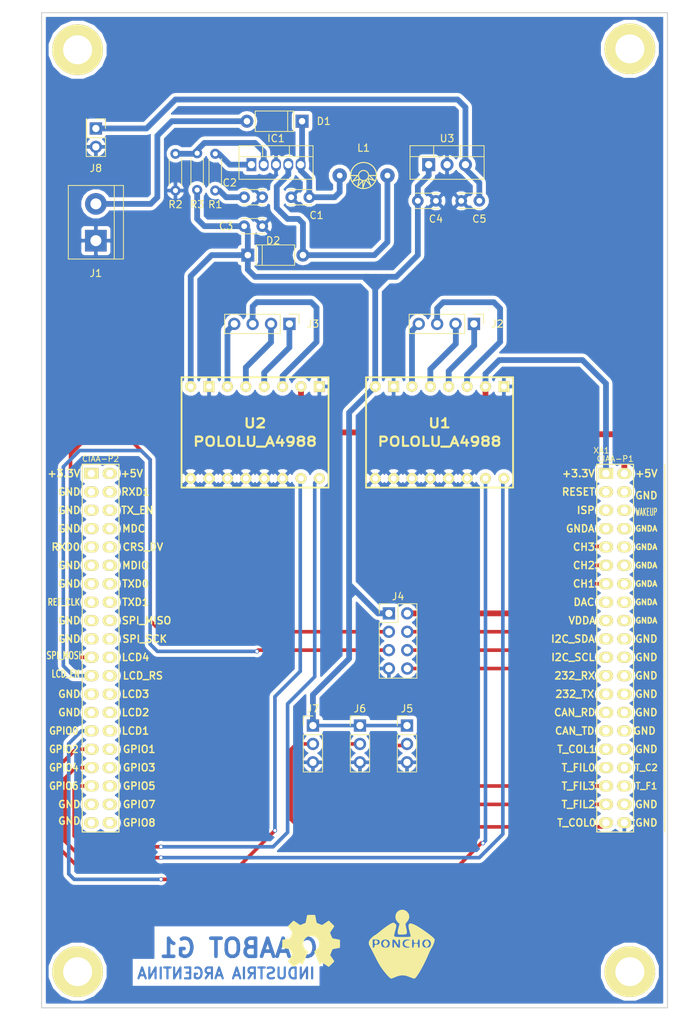
<source format=kicad_pcb>
(kicad_pcb (version 4) (host pcbnew 4.0.2-stable)

  (general
    (links 75)
    (no_connects 0)
    (area 112.424999 21.424999 199.075001 159.075001)
    (thickness 1.6)
    (drawings 6)
    (tracks 243)
    (zones 0)
    (modules 26)
    (nets 97)
  )

  (page A4)
  (layers
    (0 F.Cu signal)
    (31 B.Cu signal)
    (32 B.Adhes user)
    (33 F.Adhes user)
    (34 B.Paste user)
    (35 F.Paste user)
    (36 B.SilkS user)
    (37 F.SilkS user)
    (38 B.Mask user)
    (39 F.Mask user)
    (40 Dwgs.User user)
    (41 Cmts.User user)
    (42 Eco1.User user)
    (43 Eco2.User user)
    (44 Edge.Cuts user)
    (45 Margin user)
    (46 B.CrtYd user)
    (47 F.CrtYd user)
    (48 B.Fab user)
    (49 F.Fab user)
  )

  (setup
    (last_trace_width 0.25)
    (user_trace_width 0.5)
    (user_trace_width 0.8)
    (trace_clearance 0.2)
    (zone_clearance 0.508)
    (zone_45_only no)
    (trace_min 0.2)
    (segment_width 0.2)
    (edge_width 0.15)
    (via_size 0.6)
    (via_drill 0.4)
    (via_min_size 0.4)
    (via_min_drill 0.3)
    (user_via 1.27 0.7)
    (uvia_size 0.3)
    (uvia_drill 0.1)
    (uvias_allowed no)
    (uvia_min_size 0.2)
    (uvia_min_drill 0.1)
    (pcb_text_width 0.3)
    (pcb_text_size 1.5 1.5)
    (mod_edge_width 0.15)
    (mod_text_size 1 1)
    (mod_text_width 0.15)
    (pad_size 1.524 1.524)
    (pad_drill 0.762)
    (pad_to_mask_clearance 0.2)
    (aux_axis_origin 0 0)
    (visible_elements 7FFEFFFF)
    (pcbplotparams
      (layerselection 0x00030_80000001)
      (usegerberextensions false)
      (excludeedgelayer true)
      (linewidth 0.100000)
      (plotframeref false)
      (viasonmask false)
      (mode 1)
      (useauxorigin false)
      (hpglpennumber 1)
      (hpglpenspeed 20)
      (hpglpendiameter 15)
      (hpglpenoverlay 2)
      (psnegative false)
      (psa4output false)
      (plotreference true)
      (plotvalue true)
      (plotinvisibletext false)
      (padsonsilk false)
      (subtractmaskfromsilk false)
      (outputformat 1)
      (mirror false)
      (drillshape 1)
      (scaleselection 1)
      (outputdirectory ""))
  )

  (net 0 "")
  (net 1 +BATT)
  (net 2 GND)
  (net 3 "Net-(C2-Pad1)")
  (net 4 +12V)
  (net 5 "Net-(C5-Pad1)")
  (net 6 "Net-(D1-Pad2)")
  (net 7 "Net-(D2-Pad2)")
  (net 8 "Net-(IC1-Pad1)")
  (net 9 "Net-(IC1-Pad2)")
  (net 10 /MOT_A_1A)
  (net 11 /MOT_A_2A)
  (net 12 /MOT_A_1B)
  (net 13 /MOT_A_2B)
  (net 14 /MOT_B_1A)
  (net 15 /MOT_B_2A)
  (net 16 /MOT_B_1B)
  (net 17 /MOT_B_2B)
  (net 18 +5V)
  (net 19 /SEN_4)
  (net 20 /SEN_1)
  (net 21 /SEN_5)
  (net 22 /SEN_2)
  (net 23 /SEN_3)
  (net 24 /SERVO_1)
  (net 25 /SERVO_2)
  (net 26 /SERVO_3)
  (net 27 +3V3)
  (net 28 /MOT_A_STEP)
  (net 29 /MOT_A_DIR)
  (net 30 /MOT_B_STEP)
  (net 31 /MOT_B_DIR)
  (net 32 "Net-(XA1-Pad4)")
  (net 33 "Net-(XA1-Pad6)")
  (net 34 "Net-(XA1-Pad15)")
  (net 35 "Net-(XA1-Pad8)")
  (net 36 "Net-(XA1-Pad17)")
  (net 37 "Net-(XA1-Pad10)")
  (net 38 "Net-(XA1-Pad19)")
  (net 39 "Net-(XA1-Pad12)")
  (net 40 "Net-(XA1-Pad21)")
  (net 41 "Net-(XA1-Pad14)")
  (net 42 "Net-(XA1-Pad23)")
  (net 43 "Net-(XA1-Pad16)")
  (net 44 "Net-(XA1-Pad25)")
  (net 45 "Net-(XA1-Pad18)")
  (net 46 "Net-(XA1-Pad27)")
  (net 47 "Net-(XA1-Pad20)")
  (net 48 "Net-(XA1-Pad29)")
  (net 49 "Net-(XA1-Pad22)")
  (net 50 "Net-(XA1-Pad31)")
  (net 51 "Net-(XA1-Pad24)")
  (net 52 "Net-(XA1-Pad26)")
  (net 53 "Net-(XA1-Pad33)")
  (net 54 "Net-(XA1-Pad28)")
  (net 55 "Net-(XA1-Pad32)")
  (net 56 "Net-(XA1-Pad34)")
  (net 57 "Net-(XA1-Pad36)")
  (net 58 "Net-(XA1-Pad38)")
  (net 59 "Net-(XA1-Pad3)")
  (net 60 "Net-(XA1-Pad5)")
  (net 61 "Net-(XA1-Pad7)")
  (net 62 "Net-(XA1-Pad30)")
  (net 63 "Net-(XA1-Pad41)")
  (net 64 "Net-(XA1-Pad42)")
  (net 65 "Net-(XA1-Pad43)")
  (net 66 "Net-(XA1-Pad44)")
  (net 67 "Net-(XA1-Pad45)")
  (net 68 "Net-(XA1-Pad46)")
  (net 69 "Net-(XA1-Pad47)")
  (net 70 "Net-(XA1-Pad48)")
  (net 71 "Net-(XA1-Pad49)")
  (net 72 "Net-(XA1-Pad50)")
  (net 73 "Net-(XA1-Pad51)")
  (net 74 "Net-(XA1-Pad52)")
  (net 75 "Net-(XA1-Pad53)")
  (net 76 "Net-(XA1-Pad54)")
  (net 77 "Net-(XA1-Pad55)")
  (net 78 "Net-(XA1-Pad56)")
  (net 79 "Net-(XA1-Pad57)")
  (net 80 "Net-(XA1-Pad58)")
  (net 81 "Net-(XA1-Pad59)")
  (net 82 "Net-(XA1-Pad60)")
  (net 83 "Net-(XA1-Pad62)")
  (net 84 "Net-(XA1-Pad64)")
  (net 85 "Net-(XA1-Pad65)")
  (net 86 "Net-(XA1-Pad66)")
  (net 87 "Net-(XA1-Pad67)")
  (net 88 "Net-(XA1-Pad68)")
  (net 89 "Net-(XA1-Pad70)")
  (net 90 "Net-(XA1-Pad72)")
  (net 91 "Net-(XA1-Pad74)")
  (net 92 "Net-(XA1-Pad76)")
  (net 93 "Net-(XA1-Pad77)")
  (net 94 "Net-(XA1-Pad78)")
  (net 95 "Net-(XA1-Pad79)")
  (net 96 "Net-(XA1-Pad80)")

  (net_class Default "Esta es la clase de red por defecto."
    (clearance 0.2)
    (trace_width 0.25)
    (via_dia 0.6)
    (via_drill 0.4)
    (uvia_dia 0.3)
    (uvia_drill 0.1)
    (add_net +12V)
    (add_net +3V3)
    (add_net +5V)
    (add_net +BATT)
    (add_net /MOT_A_1A)
    (add_net /MOT_A_1B)
    (add_net /MOT_A_2A)
    (add_net /MOT_A_2B)
    (add_net /MOT_A_DIR)
    (add_net /MOT_A_STEP)
    (add_net /MOT_B_1A)
    (add_net /MOT_B_1B)
    (add_net /MOT_B_2A)
    (add_net /MOT_B_2B)
    (add_net /MOT_B_DIR)
    (add_net /MOT_B_STEP)
    (add_net /SEN_1)
    (add_net /SEN_2)
    (add_net /SEN_3)
    (add_net /SEN_4)
    (add_net /SEN_5)
    (add_net /SERVO_1)
    (add_net /SERVO_2)
    (add_net /SERVO_3)
    (add_net GND)
    (add_net "Net-(C2-Pad1)")
    (add_net "Net-(C5-Pad1)")
    (add_net "Net-(D1-Pad2)")
    (add_net "Net-(D2-Pad2)")
    (add_net "Net-(IC1-Pad1)")
    (add_net "Net-(IC1-Pad2)")
    (add_net "Net-(XA1-Pad10)")
    (add_net "Net-(XA1-Pad12)")
    (add_net "Net-(XA1-Pad14)")
    (add_net "Net-(XA1-Pad15)")
    (add_net "Net-(XA1-Pad16)")
    (add_net "Net-(XA1-Pad17)")
    (add_net "Net-(XA1-Pad18)")
    (add_net "Net-(XA1-Pad19)")
    (add_net "Net-(XA1-Pad20)")
    (add_net "Net-(XA1-Pad21)")
    (add_net "Net-(XA1-Pad22)")
    (add_net "Net-(XA1-Pad23)")
    (add_net "Net-(XA1-Pad24)")
    (add_net "Net-(XA1-Pad25)")
    (add_net "Net-(XA1-Pad26)")
    (add_net "Net-(XA1-Pad27)")
    (add_net "Net-(XA1-Pad28)")
    (add_net "Net-(XA1-Pad29)")
    (add_net "Net-(XA1-Pad3)")
    (add_net "Net-(XA1-Pad30)")
    (add_net "Net-(XA1-Pad31)")
    (add_net "Net-(XA1-Pad32)")
    (add_net "Net-(XA1-Pad33)")
    (add_net "Net-(XA1-Pad34)")
    (add_net "Net-(XA1-Pad36)")
    (add_net "Net-(XA1-Pad38)")
    (add_net "Net-(XA1-Pad4)")
    (add_net "Net-(XA1-Pad41)")
    (add_net "Net-(XA1-Pad42)")
    (add_net "Net-(XA1-Pad43)")
    (add_net "Net-(XA1-Pad44)")
    (add_net "Net-(XA1-Pad45)")
    (add_net "Net-(XA1-Pad46)")
    (add_net "Net-(XA1-Pad47)")
    (add_net "Net-(XA1-Pad48)")
    (add_net "Net-(XA1-Pad49)")
    (add_net "Net-(XA1-Pad5)")
    (add_net "Net-(XA1-Pad50)")
    (add_net "Net-(XA1-Pad51)")
    (add_net "Net-(XA1-Pad52)")
    (add_net "Net-(XA1-Pad53)")
    (add_net "Net-(XA1-Pad54)")
    (add_net "Net-(XA1-Pad55)")
    (add_net "Net-(XA1-Pad56)")
    (add_net "Net-(XA1-Pad57)")
    (add_net "Net-(XA1-Pad58)")
    (add_net "Net-(XA1-Pad59)")
    (add_net "Net-(XA1-Pad6)")
    (add_net "Net-(XA1-Pad60)")
    (add_net "Net-(XA1-Pad62)")
    (add_net "Net-(XA1-Pad64)")
    (add_net "Net-(XA1-Pad65)")
    (add_net "Net-(XA1-Pad66)")
    (add_net "Net-(XA1-Pad67)")
    (add_net "Net-(XA1-Pad68)")
    (add_net "Net-(XA1-Pad7)")
    (add_net "Net-(XA1-Pad70)")
    (add_net "Net-(XA1-Pad72)")
    (add_net "Net-(XA1-Pad74)")
    (add_net "Net-(XA1-Pad76)")
    (add_net "Net-(XA1-Pad77)")
    (add_net "Net-(XA1-Pad78)")
    (add_net "Net-(XA1-Pad79)")
    (add_net "Net-(XA1-Pad8)")
    (add_net "Net-(XA1-Pad80)")
  )

  (module TO_SOT_Packages_THT:TO-220-3_Vertical (layer F.Cu) (tedit 59FF128C) (tstamp 59FF027A)
    (at 166 42.5)
    (descr "TO-220-3, Vertical, RM 2.54mm")
    (tags "TO-220-3 Vertical RM 2.54mm")
    (path /59114D04/59FF092A)
    (fp_text reference U3 (at 2.54 -3.62) (layer F.SilkS)
      (effects (font (size 1 1) (thickness 0.15)))
    )
    (fp_text value 7805 (at 2.54 3.92) (layer F.Fab)
      (effects (font (size 1 1) (thickness 0.15)))
    )
    (fp_text user %R (at 2.54 -3.62) (layer F.Fab)
      (effects (font (size 1 1) (thickness 0.15)))
    )
    (fp_line (start -2.46 -2.5) (end -2.46 1.9) (layer F.Fab) (width 0.1))
    (fp_line (start -2.46 1.9) (end 7.54 1.9) (layer F.Fab) (width 0.1))
    (fp_line (start 7.54 1.9) (end 7.54 -2.5) (layer F.Fab) (width 0.1))
    (fp_line (start 7.54 -2.5) (end -2.46 -2.5) (layer F.Fab) (width 0.1))
    (fp_line (start -2.46 -1.23) (end 7.54 -1.23) (layer F.Fab) (width 0.1))
    (fp_line (start 0.69 -2.5) (end 0.69 -1.23) (layer F.Fab) (width 0.1))
    (fp_line (start 4.39 -2.5) (end 4.39 -1.23) (layer F.Fab) (width 0.1))
    (fp_line (start -2.58 -2.62) (end 7.66 -2.62) (layer F.SilkS) (width 0.12))
    (fp_line (start -2.58 2.021) (end 7.66 2.021) (layer F.SilkS) (width 0.12))
    (fp_line (start -2.58 -2.62) (end -2.58 2.021) (layer F.SilkS) (width 0.12))
    (fp_line (start 7.66 -2.62) (end 7.66 2.021) (layer F.SilkS) (width 0.12))
    (fp_line (start -2.58 -1.11) (end 7.66 -1.11) (layer F.SilkS) (width 0.12))
    (fp_line (start 0.69 -2.62) (end 0.69 -1.11) (layer F.SilkS) (width 0.12))
    (fp_line (start 4.391 -2.62) (end 4.391 -1.11) (layer F.SilkS) (width 0.12))
    (fp_line (start -2.71 -2.75) (end -2.71 2.16) (layer F.CrtYd) (width 0.05))
    (fp_line (start -2.71 2.16) (end 7.79 2.16) (layer F.CrtYd) (width 0.05))
    (fp_line (start 7.79 2.16) (end 7.79 -2.75) (layer F.CrtYd) (width 0.05))
    (fp_line (start 7.79 -2.75) (end -2.71 -2.75) (layer F.CrtYd) (width 0.05))
    (pad VI thru_hole rect (at 0 0) (size 1.8 1.8) (drill 1) (layers *.Cu *.Mask)
      (net 4 +12V))
    (pad GND thru_hole oval (at 2.54 0) (size 1.8 1.8) (drill 1) (layers *.Cu *.Mask)
      (net 2 GND))
    (pad VO thru_hole oval (at 5.08 0) (size 1.8 1.8) (drill 1) (layers *.Cu *.Mask)
      (net 5 "Net-(C5-Pad1)"))
    (model ${KISYS3DMOD}/TO_SOT_Packages_THT.3dshapes/TO-220_Neutral123_Vertical_LargePads.wrl
      (at (xyz 0.1 0 0))
      (scale (xyz 0.393701 0.393701 0.393701))
      (rotate (xyz 0 0 0))
    )
  )

  (module Capacitors_ThroughHole:C_Disc_D3.0mm_W2.0mm_P2.50mm (layer F.Cu) (tedit 59FF5463) (tstamp 59FF01C9)
    (at 149.5 47 180)
    (descr "C, Disc series, Radial, pin pitch=2.50mm, , diameter*width=3*2mm^2, Capacitor")
    (tags "C Disc series Radial pin pitch 2.50mm  diameter 3mm width 2mm Capacitor")
    (path /59114D04/59115966)
    (fp_text reference C1 (at -1 -2.5 180) (layer F.SilkS)
      (effects (font (size 1 1) (thickness 0.15)))
    )
    (fp_text value 0,1u (at 1.25 2.31 180) (layer F.Fab)
      (effects (font (size 1 1) (thickness 0.15)))
    )
    (fp_line (start -0.25 -1) (end -0.25 1) (layer F.Fab) (width 0.1))
    (fp_line (start -0.25 1) (end 2.75 1) (layer F.Fab) (width 0.1))
    (fp_line (start 2.75 1) (end 2.75 -1) (layer F.Fab) (width 0.1))
    (fp_line (start 2.75 -1) (end -0.25 -1) (layer F.Fab) (width 0.1))
    (fp_line (start -0.31 -1.06) (end 2.81 -1.06) (layer F.SilkS) (width 0.12))
    (fp_line (start -0.31 1.06) (end 2.81 1.06) (layer F.SilkS) (width 0.12))
    (fp_line (start -0.31 -1.06) (end -0.31 -0.996) (layer F.SilkS) (width 0.12))
    (fp_line (start -0.31 0.996) (end -0.31 1.06) (layer F.SilkS) (width 0.12))
    (fp_line (start 2.81 -1.06) (end 2.81 -0.996) (layer F.SilkS) (width 0.12))
    (fp_line (start 2.81 0.996) (end 2.81 1.06) (layer F.SilkS) (width 0.12))
    (fp_line (start -1.05 -1.35) (end -1.05 1.35) (layer F.CrtYd) (width 0.05))
    (fp_line (start -1.05 1.35) (end 3.55 1.35) (layer F.CrtYd) (width 0.05))
    (fp_line (start 3.55 1.35) (end 3.55 -1.35) (layer F.CrtYd) (width 0.05))
    (fp_line (start 3.55 -1.35) (end -1.05 -1.35) (layer F.CrtYd) (width 0.05))
    (fp_text user %R (at 1.25 0 180) (layer F.Fab)
      (effects (font (size 1 1) (thickness 0.15)))
    )
    (pad 1 thru_hole circle (at 0 0 180) (size 1.6 1.6) (drill 0.8) (layers *.Cu *.Mask)
      (net 1 +BATT))
    (pad 2 thru_hole circle (at 2.5 0 180) (size 1.6 1.6) (drill 0.8) (layers *.Cu *.Mask)
      (net 2 GND))
    (model ${KISYS3DMOD}/Capacitors_ThroughHole.3dshapes/C_Disc_D3_P2.5.wrl
      (at (xyz 0.05 0 0))
      (scale (xyz 1 1 1))
      (rotate (xyz 0 0 0))
    )
  )

  (module Capacitors_ThroughHole:C_Disc_D3.0mm_W2.0mm_P2.50mm (layer F.Cu) (tedit 59FF54B1) (tstamp 59FF01CF)
    (at 140.5 47)
    (descr "C, Disc series, Radial, pin pitch=2.50mm, , diameter*width=3*2mm^2, Capacitor")
    (tags "C Disc series Radial pin pitch 2.50mm  diameter 3mm width 2mm Capacitor")
    (path /59114D04/5911569D)
    (fp_text reference C2 (at -2 -2) (layer F.SilkS)
      (effects (font (size 1 1) (thickness 0.15)))
    )
    (fp_text value 0,33u (at 1.25 2.31) (layer F.Fab)
      (effects (font (size 1 1) (thickness 0.15)))
    )
    (fp_line (start -0.25 -1) (end -0.25 1) (layer F.Fab) (width 0.1))
    (fp_line (start -0.25 1) (end 2.75 1) (layer F.Fab) (width 0.1))
    (fp_line (start 2.75 1) (end 2.75 -1) (layer F.Fab) (width 0.1))
    (fp_line (start 2.75 -1) (end -0.25 -1) (layer F.Fab) (width 0.1))
    (fp_line (start -0.31 -1.06) (end 2.81 -1.06) (layer F.SilkS) (width 0.12))
    (fp_line (start -0.31 1.06) (end 2.81 1.06) (layer F.SilkS) (width 0.12))
    (fp_line (start -0.31 -1.06) (end -0.31 -0.996) (layer F.SilkS) (width 0.12))
    (fp_line (start -0.31 0.996) (end -0.31 1.06) (layer F.SilkS) (width 0.12))
    (fp_line (start 2.81 -1.06) (end 2.81 -0.996) (layer F.SilkS) (width 0.12))
    (fp_line (start 2.81 0.996) (end 2.81 1.06) (layer F.SilkS) (width 0.12))
    (fp_line (start -1.05 -1.35) (end -1.05 1.35) (layer F.CrtYd) (width 0.05))
    (fp_line (start -1.05 1.35) (end 3.55 1.35) (layer F.CrtYd) (width 0.05))
    (fp_line (start 3.55 1.35) (end 3.55 -1.35) (layer F.CrtYd) (width 0.05))
    (fp_line (start 3.55 -1.35) (end -1.05 -1.35) (layer F.CrtYd) (width 0.05))
    (fp_text user %R (at 1.25 0) (layer F.Fab)
      (effects (font (size 1 1) (thickness 0.15)))
    )
    (pad 1 thru_hole circle (at 0 0) (size 1.6 1.6) (drill 0.8) (layers *.Cu *.Mask)
      (net 3 "Net-(C2-Pad1)"))
    (pad 2 thru_hole circle (at 2.5 0) (size 1.6 1.6) (drill 0.8) (layers *.Cu *.Mask)
      (net 2 GND))
    (model ${KISYS3DMOD}/Capacitors_ThroughHole.3dshapes/C_Disc_D3_P2.5.wrl
      (at (xyz 0.05 -0 0))
      (scale (xyz 1 1 1))
      (rotate (xyz 0 0 0))
    )
  )

  (module Capacitors_ThroughHole:C_Disc_D3.0mm_W2.0mm_P2.50mm (layer F.Cu) (tedit 59FF14AC) (tstamp 59FF01D5)
    (at 140.5 51)
    (descr "C, Disc series, Radial, pin pitch=2.50mm, , diameter*width=3*2mm^2, Capacitor")
    (tags "C Disc series Radial pin pitch 2.50mm  diameter 3mm width 2mm Capacitor")
    (path /59114D04/591152A6)
    (fp_text reference C3 (at -2.5 0) (layer F.SilkS)
      (effects (font (size 1 1) (thickness 0.15)))
    )
    (fp_text value 1000u (at 1.25 2.31) (layer F.Fab)
      (effects (font (size 1 1) (thickness 0.15)))
    )
    (fp_line (start -0.25 -1) (end -0.25 1) (layer F.Fab) (width 0.1))
    (fp_line (start -0.25 1) (end 2.75 1) (layer F.Fab) (width 0.1))
    (fp_line (start 2.75 1) (end 2.75 -1) (layer F.Fab) (width 0.1))
    (fp_line (start 2.75 -1) (end -0.25 -1) (layer F.Fab) (width 0.1))
    (fp_line (start -0.31 -1.06) (end 2.81 -1.06) (layer F.SilkS) (width 0.12))
    (fp_line (start -0.31 1.06) (end 2.81 1.06) (layer F.SilkS) (width 0.12))
    (fp_line (start -0.31 -1.06) (end -0.31 -0.996) (layer F.SilkS) (width 0.12))
    (fp_line (start -0.31 0.996) (end -0.31 1.06) (layer F.SilkS) (width 0.12))
    (fp_line (start 2.81 -1.06) (end 2.81 -0.996) (layer F.SilkS) (width 0.12))
    (fp_line (start 2.81 0.996) (end 2.81 1.06) (layer F.SilkS) (width 0.12))
    (fp_line (start -1.05 -1.35) (end -1.05 1.35) (layer F.CrtYd) (width 0.05))
    (fp_line (start -1.05 1.35) (end 3.55 1.35) (layer F.CrtYd) (width 0.05))
    (fp_line (start 3.55 1.35) (end 3.55 -1.35) (layer F.CrtYd) (width 0.05))
    (fp_line (start 3.55 -1.35) (end -1.05 -1.35) (layer F.CrtYd) (width 0.05))
    (fp_text user %R (at 1.25 0) (layer F.Fab)
      (effects (font (size 1 1) (thickness 0.15)))
    )
    (pad 1 thru_hole circle (at 0 0) (size 1.6 1.6) (drill 0.8) (layers *.Cu *.Mask)
      (net 4 +12V))
    (pad 2 thru_hole circle (at 2.5 0) (size 1.6 1.6) (drill 0.8) (layers *.Cu *.Mask)
      (net 2 GND))
    (model ${KISYS3DMOD}/Capacitors_ThroughHole.3dshapes/C_Radial_D5_L11_P2.5.wrl
      (at (xyz 0.05 0 0))
      (scale (xyz 1 1 1))
      (rotate (xyz 0 0 90))
    )
  )

  (module Capacitors_ThroughHole:C_Disc_D3.0mm_W2.0mm_P2.50mm (layer F.Cu) (tedit 59FF5468) (tstamp 59FF01DB)
    (at 164.5 47.5)
    (descr "C, Disc series, Radial, pin pitch=2.50mm, , diameter*width=3*2mm^2, Capacitor")
    (tags "C Disc series Radial pin pitch 2.50mm  diameter 3mm width 2mm Capacitor")
    (path /59114D04/59126B8F)
    (fp_text reference C4 (at 2.5 2.5) (layer F.SilkS)
      (effects (font (size 1 1) (thickness 0.15)))
    )
    (fp_text value 0,33u (at 1.25 2.31) (layer F.Fab)
      (effects (font (size 1 1) (thickness 0.15)))
    )
    (fp_line (start -0.25 -1) (end -0.25 1) (layer F.Fab) (width 0.1))
    (fp_line (start -0.25 1) (end 2.75 1) (layer F.Fab) (width 0.1))
    (fp_line (start 2.75 1) (end 2.75 -1) (layer F.Fab) (width 0.1))
    (fp_line (start 2.75 -1) (end -0.25 -1) (layer F.Fab) (width 0.1))
    (fp_line (start -0.31 -1.06) (end 2.81 -1.06) (layer F.SilkS) (width 0.12))
    (fp_line (start -0.31 1.06) (end 2.81 1.06) (layer F.SilkS) (width 0.12))
    (fp_line (start -0.31 -1.06) (end -0.31 -0.996) (layer F.SilkS) (width 0.12))
    (fp_line (start -0.31 0.996) (end -0.31 1.06) (layer F.SilkS) (width 0.12))
    (fp_line (start 2.81 -1.06) (end 2.81 -0.996) (layer F.SilkS) (width 0.12))
    (fp_line (start 2.81 0.996) (end 2.81 1.06) (layer F.SilkS) (width 0.12))
    (fp_line (start -1.05 -1.35) (end -1.05 1.35) (layer F.CrtYd) (width 0.05))
    (fp_line (start -1.05 1.35) (end 3.55 1.35) (layer F.CrtYd) (width 0.05))
    (fp_line (start 3.55 1.35) (end 3.55 -1.35) (layer F.CrtYd) (width 0.05))
    (fp_line (start 3.55 -1.35) (end -1.05 -1.35) (layer F.CrtYd) (width 0.05))
    (fp_text user %R (at 1.25 0) (layer F.Fab)
      (effects (font (size 1 1) (thickness 0.15)))
    )
    (pad 1 thru_hole circle (at 0 0) (size 1.6 1.6) (drill 0.8) (layers *.Cu *.Mask)
      (net 4 +12V))
    (pad 2 thru_hole circle (at 2.5 0) (size 1.6 1.6) (drill 0.8) (layers *.Cu *.Mask)
      (net 2 GND))
    (model ${KISYS3DMOD}/Capacitors_ThroughHole.3dshapes/C_Disc_D3_P2.5.wrl
      (at (xyz 0.05 0 0))
      (scale (xyz 1 1 1))
      (rotate (xyz 0 0 0))
    )
  )

  (module Capacitors_ThroughHole:C_Disc_D3.0mm_W2.0mm_P2.50mm (layer F.Cu) (tedit 59FF546D) (tstamp 59FF01E1)
    (at 173 47.5 180)
    (descr "C, Disc series, Radial, pin pitch=2.50mm, , diameter*width=3*2mm^2, Capacitor")
    (tags "C Disc series Radial pin pitch 2.50mm  diameter 3mm width 2mm Capacitor")
    (path /59114D04/59126BF9)
    (fp_text reference C5 (at 0 -2.5 180) (layer F.SilkS)
      (effects (font (size 1 1) (thickness 0.15)))
    )
    (fp_text value 0,1u (at 1.25 2.31 180) (layer F.Fab)
      (effects (font (size 1 1) (thickness 0.15)))
    )
    (fp_line (start -0.25 -1) (end -0.25 1) (layer F.Fab) (width 0.1))
    (fp_line (start -0.25 1) (end 2.75 1) (layer F.Fab) (width 0.1))
    (fp_line (start 2.75 1) (end 2.75 -1) (layer F.Fab) (width 0.1))
    (fp_line (start 2.75 -1) (end -0.25 -1) (layer F.Fab) (width 0.1))
    (fp_line (start -0.31 -1.06) (end 2.81 -1.06) (layer F.SilkS) (width 0.12))
    (fp_line (start -0.31 1.06) (end 2.81 1.06) (layer F.SilkS) (width 0.12))
    (fp_line (start -0.31 -1.06) (end -0.31 -0.996) (layer F.SilkS) (width 0.12))
    (fp_line (start -0.31 0.996) (end -0.31 1.06) (layer F.SilkS) (width 0.12))
    (fp_line (start 2.81 -1.06) (end 2.81 -0.996) (layer F.SilkS) (width 0.12))
    (fp_line (start 2.81 0.996) (end 2.81 1.06) (layer F.SilkS) (width 0.12))
    (fp_line (start -1.05 -1.35) (end -1.05 1.35) (layer F.CrtYd) (width 0.05))
    (fp_line (start -1.05 1.35) (end 3.55 1.35) (layer F.CrtYd) (width 0.05))
    (fp_line (start 3.55 1.35) (end 3.55 -1.35) (layer F.CrtYd) (width 0.05))
    (fp_line (start 3.55 -1.35) (end -1.05 -1.35) (layer F.CrtYd) (width 0.05))
    (fp_text user %R (at 1.25 0 180) (layer F.Fab)
      (effects (font (size 1 1) (thickness 0.15)))
    )
    (pad 1 thru_hole circle (at 0 0 180) (size 1.6 1.6) (drill 0.8) (layers *.Cu *.Mask)
      (net 5 "Net-(C5-Pad1)"))
    (pad 2 thru_hole circle (at 2.5 0 180) (size 1.6 1.6) (drill 0.8) (layers *.Cu *.Mask)
      (net 2 GND))
    (model ${KISYS3DMOD}/Capacitors_ThroughHole.3dshapes/C_Disc_D3_P2.5.wrl
      (at (xyz 0.05 0 0))
      (scale (xyz 1 1 1))
      (rotate (xyz 0 0 0))
    )
  )

  (module TO_SOT_Packages_THT:TO-220-5_Vertical (layer F.Cu) (tedit 58CE5335) (tstamp 59FF01F6)
    (at 141.5 42.5)
    (descr "TO-220-5, Vertical, RM 1.7mm, Pentawatt, Multiwatt-5")
    (tags "TO-220-5 Vertical RM 1.7mm Pentawatt Multiwatt-5")
    (path /59114D04/59114D2B)
    (fp_text reference IC1 (at 3.4 -3.62) (layer F.SilkS)
      (effects (font (size 1 1) (thickness 0.15)))
    )
    (fp_text value LM2577HV-ADJ (at 3.4 3.92) (layer F.Fab)
      (effects (font (size 1 1) (thickness 0.15)))
    )
    (fp_text user %R (at 3.4 -3.62) (layer F.Fab)
      (effects (font (size 1 1) (thickness 0.15)))
    )
    (fp_line (start -1.6 -2.5) (end -1.6 1.9) (layer F.Fab) (width 0.1))
    (fp_line (start -1.6 1.9) (end 8.4 1.9) (layer F.Fab) (width 0.1))
    (fp_line (start 8.4 1.9) (end 8.4 -2.5) (layer F.Fab) (width 0.1))
    (fp_line (start 8.4 -2.5) (end -1.6 -2.5) (layer F.Fab) (width 0.1))
    (fp_line (start -1.6 -1.23) (end 8.4 -1.23) (layer F.Fab) (width 0.1))
    (fp_line (start 1.55 -2.5) (end 1.55 -1.23) (layer F.Fab) (width 0.1))
    (fp_line (start 5.25 -2.5) (end 5.25 -1.23) (layer F.Fab) (width 0.1))
    (fp_line (start -1.721 -2.62) (end 8.52 -2.62) (layer F.SilkS) (width 0.12))
    (fp_line (start -1.721 2.021) (end 8.52 2.021) (layer F.SilkS) (width 0.12))
    (fp_line (start -1.721 -2.62) (end -1.721 2.021) (layer F.SilkS) (width 0.12))
    (fp_line (start 8.52 -2.62) (end 8.52 2.021) (layer F.SilkS) (width 0.12))
    (fp_line (start -1.721 -1.11) (end 8.52 -1.11) (layer F.SilkS) (width 0.12))
    (fp_line (start 1.55 -2.62) (end 1.55 -1.11) (layer F.SilkS) (width 0.12))
    (fp_line (start 5.25 -2.62) (end 5.25 -1.11) (layer F.SilkS) (width 0.12))
    (fp_line (start -1.85 -2.75) (end -1.85 2.16) (layer F.CrtYd) (width 0.05))
    (fp_line (start -1.85 2.16) (end 8.65 2.16) (layer F.CrtYd) (width 0.05))
    (fp_line (start 8.65 2.16) (end 8.65 -2.75) (layer F.CrtYd) (width 0.05))
    (fp_line (start 8.65 -2.75) (end -1.85 -2.75) (layer F.CrtYd) (width 0.05))
    (pad 1 thru_hole rect (at 0 0) (size 1.35 1.8) (drill 1) (layers *.Cu *.Mask)
      (net 8 "Net-(IC1-Pad1)"))
    (pad 2 thru_hole oval (at 1.7 0) (size 1.35 1.8) (drill 1) (layers *.Cu *.Mask)
      (net 9 "Net-(IC1-Pad2)"))
    (pad 3 thru_hole oval (at 3.4 0) (size 1.35 1.8) (drill 1) (layers *.Cu *.Mask)
      (net 2 GND))
    (pad 4 thru_hole oval (at 5.1 0) (size 1.35 1.8) (drill 1) (layers *.Cu *.Mask)
      (net 7 "Net-(D2-Pad2)"))
    (pad 5 thru_hole oval (at 6.8 0) (size 1.35 1.8) (drill 1) (layers *.Cu *.Mask)
      (net 1 +BATT))
    (model ${KISYS3DMOD}/TO_SOT_Packages_THT.3dshapes/Pentawatt_Neutral_Straight_Vertical_TO220-5-T05A.wrl
      (at (xyz 0.125 -0 0))
      (scale (xyz 0.393701 0.393701 0.393701))
      (rotate (xyz 0 0 0))
    )
  )

  (module Connect:bornier2 (layer F.Cu) (tedit 59FF14C4) (tstamp 59FF01FC)
    (at 120 53 90)
    (descr "Bornier d'alimentation 2 pins")
    (tags DEV)
    (path /59114D04/59115F6F)
    (fp_text reference J1 (at -4.5 0 180) (layer F.SilkS)
      (effects (font (size 1 1) (thickness 0.15)))
    )
    (fp_text value CONN_01X02 (at 2.54 5.08 90) (layer F.Fab)
      (effects (font (size 1 1) (thickness 0.15)))
    )
    (fp_line (start -2.41 2.55) (end 7.49 2.55) (layer F.Fab) (width 0.1))
    (fp_line (start -2.46 -3.75) (end -2.46 3.75) (layer F.Fab) (width 0.1))
    (fp_line (start -2.46 3.75) (end 7.54 3.75) (layer F.Fab) (width 0.1))
    (fp_line (start 7.54 3.75) (end 7.54 -3.75) (layer F.Fab) (width 0.1))
    (fp_line (start 7.54 -3.75) (end -2.46 -3.75) (layer F.Fab) (width 0.1))
    (fp_line (start 7.62 2.54) (end -2.54 2.54) (layer F.SilkS) (width 0.12))
    (fp_line (start 7.62 3.81) (end 7.62 -3.81) (layer F.SilkS) (width 0.12))
    (fp_line (start 7.62 -3.81) (end -2.54 -3.81) (layer F.SilkS) (width 0.12))
    (fp_line (start -2.54 -3.81) (end -2.54 3.81) (layer F.SilkS) (width 0.12))
    (fp_line (start -2.54 3.81) (end 7.62 3.81) (layer F.SilkS) (width 0.12))
    (fp_line (start -2.71 -4) (end 7.79 -4) (layer F.CrtYd) (width 0.05))
    (fp_line (start -2.71 -4) (end -2.71 4) (layer F.CrtYd) (width 0.05))
    (fp_line (start 7.79 4) (end 7.79 -4) (layer F.CrtYd) (width 0.05))
    (fp_line (start 7.79 4) (end -2.71 4) (layer F.CrtYd) (width 0.05))
    (pad 1 thru_hole rect (at 0 0 90) (size 3 3) (drill 1.52) (layers *.Cu *.Mask)
      (net 2 GND))
    (pad 2 thru_hole circle (at 5.08 0 90) (size 3 3) (drill 1.52) (layers *.Cu *.Mask)
      (net 6 "Net-(D1-Pad2)"))
    (model ${KISYS3DMOD}/Connect.3dshapes/bornier2.wrl
      (at (xyz 0.1 0 0))
      (scale (xyz 1 1 1))
      (rotate (xyz 0 0 0))
    )
  )

  (module Choke_Toroid_ThroughHole:Choke_Toroid_horizontal_Diameter3-5mm_Amidon-T12 (layer F.Cu) (tedit 59FF545D) (tstamp 59FF0239)
    (at 157 44)
    (descr "Choke, Inductance, Toroid, horizontal, laying, Diameter 3,5mm, Amidon, T12,")
    (tags "Choke, Inductance, Toroid, horizontal, laying, Diameter 3,5mm, Amidon, T120,")
    (path /59114D04/59115016)
    (fp_text reference L1 (at 0 -3.81) (layer F.SilkS)
      (effects (font (size 1 1) (thickness 0.15)))
    )
    (fp_text value 100u (at 0 3.81) (layer F.Fab)
      (effects (font (size 1 1) (thickness 0.15)))
    )
    (fp_line (start -1.80086 0) (end -0.8001 0) (layer F.SilkS) (width 0.15))
    (fp_line (start -0.8001 0) (end -1.50114 0.8001) (layer F.SilkS) (width 0.15))
    (fp_line (start -1.50114 0.8001) (end -0.59944 0.50038) (layer F.SilkS) (width 0.15))
    (fp_line (start -0.59944 0.50038) (end -0.8001 1.50114) (layer F.SilkS) (width 0.15))
    (fp_line (start -0.8001 1.50114) (end -0.09906 0.70104) (layer F.SilkS) (width 0.15))
    (fp_line (start -0.09906 0.70104) (end -0.09906 1.69926) (layer F.SilkS) (width 0.15))
    (fp_line (start -0.09906 1.69926) (end 0.29972 0.59944) (layer F.SilkS) (width 0.15))
    (fp_line (start 0.29972 0.59944) (end 1.00076 1.39954) (layer F.SilkS) (width 0.15))
    (fp_line (start 1.00076 1.39954) (end 0.59944 0.39878) (layer F.SilkS) (width 0.15))
    (fp_line (start 0.59944 0.39878) (end 1.50114 0.70104) (layer F.SilkS) (width 0.15))
    (fp_line (start 1.50114 0.70104) (end 0.8001 0) (layer F.SilkS) (width 0.15))
    (fp_line (start 0.8001 0) (end 1.69926 0) (layer F.SilkS) (width 0.15))
    (fp_circle (center 0 0) (end 0.70104 0) (layer F.SilkS) (width 0.15))
    (fp_circle (center 0 0) (end 1.80086 0) (layer F.SilkS) (width 0.15))
    (pad 1 thru_hole circle (at -3.29946 0) (size 1.99898 1.99898) (drill 0.8001) (layers *.Cu *.Mask)
      (net 1 +BATT))
    (pad 2 thru_hole circle (at 3.29946 0) (size 1.99898 1.99898) (drill 0.8001) (layers *.Cu *.Mask)
      (net 7 "Net-(D2-Pad2)"))
  )

  (module Resistors_ThroughHole:R_Axial_DIN0204_L3.6mm_D1.6mm_P5.08mm_Horizontal (layer F.Cu) (tedit 59FF54AA) (tstamp 59FF023F)
    (at 136.5 41 270)
    (descr "Resistor, Axial_DIN0204 series, Axial, Horizontal, pin pitch=5.08mm, 0.16666666666666666W = 1/6W, length*diameter=3.6*1.6mm^2, http://cdn-reichelt.de/documents/datenblatt/B400/1_4W%23YAG.pdf")
    (tags "Resistor Axial_DIN0204 series Axial Horizontal pin pitch 5.08mm 0.16666666666666666W = 1/6W length 3.6mm diameter 1.6mm")
    (path /59114D04/59115650)
    (fp_text reference R1 (at 7 0 360) (layer F.SilkS)
      (effects (font (size 1 1) (thickness 0.15)))
    )
    (fp_text value 2K2 (at 2.54 1.86 270) (layer F.Fab)
      (effects (font (size 1 1) (thickness 0.15)))
    )
    (fp_line (start 0.74 -0.8) (end 0.74 0.8) (layer F.Fab) (width 0.1))
    (fp_line (start 0.74 0.8) (end 4.34 0.8) (layer F.Fab) (width 0.1))
    (fp_line (start 4.34 0.8) (end 4.34 -0.8) (layer F.Fab) (width 0.1))
    (fp_line (start 4.34 -0.8) (end 0.74 -0.8) (layer F.Fab) (width 0.1))
    (fp_line (start 0 0) (end 0.74 0) (layer F.Fab) (width 0.1))
    (fp_line (start 5.08 0) (end 4.34 0) (layer F.Fab) (width 0.1))
    (fp_line (start 0.68 -0.86) (end 4.4 -0.86) (layer F.SilkS) (width 0.12))
    (fp_line (start 0.68 0.86) (end 4.4 0.86) (layer F.SilkS) (width 0.12))
    (fp_line (start -0.95 -1.15) (end -0.95 1.15) (layer F.CrtYd) (width 0.05))
    (fp_line (start -0.95 1.15) (end 6.05 1.15) (layer F.CrtYd) (width 0.05))
    (fp_line (start 6.05 1.15) (end 6.05 -1.15) (layer F.CrtYd) (width 0.05))
    (fp_line (start 6.05 -1.15) (end -0.95 -1.15) (layer F.CrtYd) (width 0.05))
    (pad 1 thru_hole circle (at 0 0 270) (size 1.4 1.4) (drill 0.7) (layers *.Cu *.Mask)
      (net 8 "Net-(IC1-Pad1)"))
    (pad 2 thru_hole oval (at 5.08 0 270) (size 1.4 1.4) (drill 0.7) (layers *.Cu *.Mask)
      (net 3 "Net-(C2-Pad1)"))
    (model ${KISYS3DMOD}/Resistors_THT.3dshapes/R_Axial_DIN0204_L3.6mm_D1.6mm_P5.08mm_Horizontal.wrl
      (at (xyz 0 0 0))
      (scale (xyz 0.393701 0.393701 0.393701))
      (rotate (xyz 0 0 0))
    )
  )

  (module Resistors_ThroughHole:R_Axial_DIN0204_L3.6mm_D1.6mm_P5.08mm_Horizontal (layer F.Cu) (tedit 59FF5495) (tstamp 59FF0245)
    (at 134 46 90)
    (descr "Resistor, Axial_DIN0204 series, Axial, Horizontal, pin pitch=5.08mm, 0.16666666666666666W = 1/6W, length*diameter=3.6*1.6mm^2, http://cdn-reichelt.de/documents/datenblatt/B400/1_4W%23YAG.pdf")
    (tags "Resistor Axial_DIN0204 series Axial Horizontal pin pitch 5.08mm 0.16666666666666666W = 1/6W length 3.6mm diameter 1.6mm")
    (path /59114D04/59114DE9)
    (fp_text reference R2 (at -2 -3 180) (layer F.SilkS)
      (effects (font (size 1 1) (thickness 0.15)))
    )
    (fp_text value 1K8 (at 2.54 1.86 90) (layer F.Fab)
      (effects (font (size 1 1) (thickness 0.15)))
    )
    (fp_line (start 0.74 -0.8) (end 0.74 0.8) (layer F.Fab) (width 0.1))
    (fp_line (start 0.74 0.8) (end 4.34 0.8) (layer F.Fab) (width 0.1))
    (fp_line (start 4.34 0.8) (end 4.34 -0.8) (layer F.Fab) (width 0.1))
    (fp_line (start 4.34 -0.8) (end 0.74 -0.8) (layer F.Fab) (width 0.1))
    (fp_line (start 0 0) (end 0.74 0) (layer F.Fab) (width 0.1))
    (fp_line (start 5.08 0) (end 4.34 0) (layer F.Fab) (width 0.1))
    (fp_line (start 0.68 -0.86) (end 4.4 -0.86) (layer F.SilkS) (width 0.12))
    (fp_line (start 0.68 0.86) (end 4.4 0.86) (layer F.SilkS) (width 0.12))
    (fp_line (start -0.95 -1.15) (end -0.95 1.15) (layer F.CrtYd) (width 0.05))
    (fp_line (start -0.95 1.15) (end 6.05 1.15) (layer F.CrtYd) (width 0.05))
    (fp_line (start 6.05 1.15) (end 6.05 -1.15) (layer F.CrtYd) (width 0.05))
    (fp_line (start 6.05 -1.15) (end -0.95 -1.15) (layer F.CrtYd) (width 0.05))
    (pad 1 thru_hole circle (at 0 0 90) (size 1.4 1.4) (drill 0.7) (layers *.Cu *.Mask)
      (net 4 +12V))
    (pad 2 thru_hole oval (at 5.08 0 90) (size 1.4 1.4) (drill 0.7) (layers *.Cu *.Mask)
      (net 9 "Net-(IC1-Pad2)"))
    (model ${KISYS3DMOD}/Resistors_THT.3dshapes/R_Axial_DIN0204_L3.6mm_D1.6mm_P5.08mm_Horizontal.wrl
      (at (xyz 0 0 0))
      (scale (xyz 0.393701 0.393701 0.393701))
      (rotate (xyz 0 0 0))
    )
  )

  (module Resistors_ThroughHole:R_Axial_DIN0204_L3.6mm_D1.6mm_P5.08mm_Horizontal (layer F.Cu) (tedit 59FF549D) (tstamp 59FF024B)
    (at 131 41 270)
    (descr "Resistor, Axial_DIN0204 series, Axial, Horizontal, pin pitch=5.08mm, 0.16666666666666666W = 1/6W, length*diameter=3.6*1.6mm^2, http://cdn-reichelt.de/documents/datenblatt/B400/1_4W%23YAG.pdf")
    (tags "Resistor Axial_DIN0204 series Axial Horizontal pin pitch 5.08mm 0.16666666666666666W = 1/6W length 3.6mm diameter 1.6mm")
    (path /59114D04/59114DCA)
    (fp_text reference R3 (at 7 -3 360) (layer F.SilkS)
      (effects (font (size 1 1) (thickness 0.15)))
    )
    (fp_text value 2K (at 2.54 1.86 270) (layer F.Fab)
      (effects (font (size 1 1) (thickness 0.15)))
    )
    (fp_line (start 0.74 -0.8) (end 0.74 0.8) (layer F.Fab) (width 0.1))
    (fp_line (start 0.74 0.8) (end 4.34 0.8) (layer F.Fab) (width 0.1))
    (fp_line (start 4.34 0.8) (end 4.34 -0.8) (layer F.Fab) (width 0.1))
    (fp_line (start 4.34 -0.8) (end 0.74 -0.8) (layer F.Fab) (width 0.1))
    (fp_line (start 0 0) (end 0.74 0) (layer F.Fab) (width 0.1))
    (fp_line (start 5.08 0) (end 4.34 0) (layer F.Fab) (width 0.1))
    (fp_line (start 0.68 -0.86) (end 4.4 -0.86) (layer F.SilkS) (width 0.12))
    (fp_line (start 0.68 0.86) (end 4.4 0.86) (layer F.SilkS) (width 0.12))
    (fp_line (start -0.95 -1.15) (end -0.95 1.15) (layer F.CrtYd) (width 0.05))
    (fp_line (start -0.95 1.15) (end 6.05 1.15) (layer F.CrtYd) (width 0.05))
    (fp_line (start 6.05 1.15) (end 6.05 -1.15) (layer F.CrtYd) (width 0.05))
    (fp_line (start 6.05 -1.15) (end -0.95 -1.15) (layer F.CrtYd) (width 0.05))
    (pad 1 thru_hole circle (at 0 0 270) (size 1.4 1.4) (drill 0.7) (layers *.Cu *.Mask)
      (net 9 "Net-(IC1-Pad2)"))
    (pad 2 thru_hole oval (at 5.08 0 270) (size 1.4 1.4) (drill 0.7) (layers *.Cu *.Mask)
      (net 2 GND))
    (model ${KISYS3DMOD}/Resistors_THT.3dshapes/R_Axial_DIN0204_L3.6mm_D1.6mm_P5.08mm_Horizontal.wrl
      (at (xyz 0 0 0))
      (scale (xyz 0.393701 0.393701 0.393701))
      (rotate (xyz 0 0 0))
    )
  )

  (module ciaabot_g1:SWDIP8_.6W (layer F.Cu) (tedit 4E885F3C) (tstamp 59FF025F)
    (at 167.5 79.5 180)
    (path /59E6F0FF)
    (fp_text reference U1 (at 0 1.27 180) (layer F.SilkS)
      (effects (font (size 1.27 1.524) (thickness 0.3048)))
    )
    (fp_text value POLOLU_A4988 (at 0 -1.27 180) (layer F.SilkS)
      (effects (font (size 1.27 1.524) (thickness 0.3048)))
    )
    (fp_line (start -10.16 -7.62) (end 10.16 -7.62) (layer F.SilkS) (width 0.254))
    (fp_line (start 10.16 -7.62) (end 10.16 7.62) (layer F.SilkS) (width 0.254))
    (fp_line (start 10.16 7.62) (end -10.16 7.62) (layer F.SilkS) (width 0.254))
    (fp_line (start -10.16 7.62) (end -10.16 -7.62) (layer F.SilkS) (width 0.254))
    (pad 1 thru_hole rect (at -8.89 6.35 180) (size 1.524 1.524) (drill 0.8128) (layers *.Cu *.Mask F.SilkS)
      (net 2 GND))
    (pad 2 thru_hole circle (at -6.35 6.35 180) (size 1.524 1.524) (drill 0.8128) (layers *.Cu *.Mask F.SilkS)
      (net 27 +3V3))
    (pad 3 thru_hole circle (at -3.81 6.35 180) (size 1.524 1.524) (drill 0.8128) (layers *.Cu *.Mask F.SilkS)
      (net 12 /MOT_A_1B))
    (pad 4 thru_hole circle (at -1.27 6.35 180) (size 1.524 1.524) (drill 0.8128) (layers *.Cu *.Mask F.SilkS)
      (net 10 /MOT_A_1A))
    (pad 5 thru_hole circle (at 1.27 6.35 180) (size 1.524 1.524) (drill 0.8128) (layers *.Cu *.Mask F.SilkS)
      (net 11 /MOT_A_2A))
    (pad 6 thru_hole circle (at 3.81 6.35 180) (size 1.524 1.524) (drill 0.8128) (layers *.Cu *.Mask F.SilkS)
      (net 13 /MOT_A_2B))
    (pad 7 thru_hole rect (at 6.35 6.35 180) (size 1.524 1.524) (drill 0.8128) (layers *.Cu *.Mask F.SilkS)
      (net 2 GND))
    (pad 8 thru_hole circle (at 8.89 6.35 180) (size 1.524 1.524) (drill 0.8128) (layers *.Cu *.Mask F.SilkS)
      (net 4 +12V))
    (pad 9 thru_hole circle (at 8.89 -6.35 180) (size 1.524 1.524) (drill 0.8128) (layers *.Cu *.Mask F.SilkS)
      (net 2 GND))
    (pad 10 thru_hole circle (at 6.35 -6.35 180) (size 1.524 1.524) (drill 0.8128) (layers *.Cu *.Mask F.SilkS)
      (net 2 GND))
    (pad 11 thru_hole circle (at 3.81 -6.35 180) (size 1.524 1.524) (drill 0.8128) (layers *.Cu *.Mask F.SilkS)
      (net 2 GND))
    (pad 12 thru_hole circle (at 1.27 -6.35 180) (size 1.524 1.524) (drill 0.8128) (layers *.Cu *.Mask F.SilkS)
      (net 2 GND))
    (pad 13 thru_hole circle (at -1.27 -6.35 180) (size 1.524 1.524) (drill 0.8128) (layers *.Cu *.Mask F.SilkS)
      (net 2 GND))
    (pad 14 thru_hole circle (at -3.81 -6.35 180) (size 1.524 1.524) (drill 0.8128) (layers *.Cu *.Mask F.SilkS)
      (net 2 GND))
    (pad 15 thru_hole circle (at -6.35 -6.35 180) (size 1.524 1.524) (drill 0.8128) (layers *.Cu *.Mask F.SilkS)
      (net 28 /MOT_A_STEP))
    (pad 16 thru_hole circle (at -8.89 -6.35 180) (size 1.524 1.524) (drill 0.8128) (layers *.Cu *.Mask F.SilkS)
      (net 29 /MOT_A_DIR))
  )

  (module ciaabot_g1:SWDIP8_.6W (layer F.Cu) (tedit 4E885F3C) (tstamp 59FF0273)
    (at 142 79.5 180)
    (path /59E6F106)
    (fp_text reference U2 (at 0 1.27 180) (layer F.SilkS)
      (effects (font (size 1.27 1.524) (thickness 0.3048)))
    )
    (fp_text value POLOLU_A4988 (at 0 -1.27 180) (layer F.SilkS)
      (effects (font (size 1.27 1.524) (thickness 0.3048)))
    )
    (fp_line (start -10.16 -7.62) (end 10.16 -7.62) (layer F.SilkS) (width 0.254))
    (fp_line (start 10.16 -7.62) (end 10.16 7.62) (layer F.SilkS) (width 0.254))
    (fp_line (start 10.16 7.62) (end -10.16 7.62) (layer F.SilkS) (width 0.254))
    (fp_line (start -10.16 7.62) (end -10.16 -7.62) (layer F.SilkS) (width 0.254))
    (pad 1 thru_hole rect (at -8.89 6.35 180) (size 1.524 1.524) (drill 0.8128) (layers *.Cu *.Mask F.SilkS)
      (net 2 GND))
    (pad 2 thru_hole circle (at -6.35 6.35 180) (size 1.524 1.524) (drill 0.8128) (layers *.Cu *.Mask F.SilkS)
      (net 27 +3V3))
    (pad 3 thru_hole circle (at -3.81 6.35 180) (size 1.524 1.524) (drill 0.8128) (layers *.Cu *.Mask F.SilkS)
      (net 16 /MOT_B_1B))
    (pad 4 thru_hole circle (at -1.27 6.35 180) (size 1.524 1.524) (drill 0.8128) (layers *.Cu *.Mask F.SilkS)
      (net 14 /MOT_B_1A))
    (pad 5 thru_hole circle (at 1.27 6.35 180) (size 1.524 1.524) (drill 0.8128) (layers *.Cu *.Mask F.SilkS)
      (net 15 /MOT_B_2A))
    (pad 6 thru_hole circle (at 3.81 6.35 180) (size 1.524 1.524) (drill 0.8128) (layers *.Cu *.Mask F.SilkS)
      (net 17 /MOT_B_2B))
    (pad 7 thru_hole rect (at 6.35 6.35 180) (size 1.524 1.524) (drill 0.8128) (layers *.Cu *.Mask F.SilkS)
      (net 2 GND))
    (pad 8 thru_hole circle (at 8.89 6.35 180) (size 1.524 1.524) (drill 0.8128) (layers *.Cu *.Mask F.SilkS)
      (net 4 +12V))
    (pad 9 thru_hole circle (at 8.89 -6.35 180) (size 1.524 1.524) (drill 0.8128) (layers *.Cu *.Mask F.SilkS)
      (net 2 GND))
    (pad 10 thru_hole circle (at 6.35 -6.35 180) (size 1.524 1.524) (drill 0.8128) (layers *.Cu *.Mask F.SilkS)
      (net 2 GND))
    (pad 11 thru_hole circle (at 3.81 -6.35 180) (size 1.524 1.524) (drill 0.8128) (layers *.Cu *.Mask F.SilkS)
      (net 2 GND))
    (pad 12 thru_hole circle (at 1.27 -6.35 180) (size 1.524 1.524) (drill 0.8128) (layers *.Cu *.Mask F.SilkS)
      (net 2 GND))
    (pad 13 thru_hole circle (at -1.27 -6.35 180) (size 1.524 1.524) (drill 0.8128) (layers *.Cu *.Mask F.SilkS)
      (net 2 GND))
    (pad 14 thru_hole circle (at -3.81 -6.35 180) (size 1.524 1.524) (drill 0.8128) (layers *.Cu *.Mask F.SilkS)
      (net 2 GND))
    (pad 15 thru_hole circle (at -6.35 -6.35 180) (size 1.524 1.524) (drill 0.8128) (layers *.Cu *.Mask F.SilkS)
      (net 30 /MOT_B_STEP))
    (pad 16 thru_hole circle (at -8.89 -6.35 180) (size 1.524 1.524) (drill 0.8128) (layers *.Cu *.Mask F.SilkS)
      (net 31 /MOT_B_DIR))
  )

  (module Poncho_Esqueleto:Conn_Poncho_Completo (layer F.Cu) (tedit 560F0CBC) (tstamp 59FF02D2)
    (at 190.501761 85.171721)
    (tags "CONN Poncho")
    (path /59E86B46)
    (fp_text reference XA1 (at -0.635 -3.175) (layer F.SilkS)
      (effects (font (size 0.8 0.8) (thickness 0.12)))
    )
    (fp_text value Conn_Poncho2P_2x_20x2 (at -1.905 51.181) (layer F.SilkS) hide
      (effects (font (size 1.016 1.016) (thickness 0.2032)))
    )
    (fp_line (start 8.128 -60.452) (end 8.128 70.485) (layer Dwgs.User) (width 0.15))
    (fp_line (start -74.295 -63.373) (end 5.207 -63.373) (layer Dwgs.User) (width 0.15))
    (fp_line (start -77.724 70.612) (end -77.724 -60.706) (layer Dwgs.User) (width 0.15))
    (fp_line (start 5.207 73.66) (end -74.93 73.66) (layer Dwgs.User) (width 0.15))
    (fp_arc (start -74.803 70.739) (end -74.93 73.66) (angle 90) (layer Dwgs.User) (width 0.15))
    (fp_arc (start 5.08 70.612) (end 8.128 70.485) (angle 90) (layer Dwgs.User) (width 0.15))
    (fp_arc (start 5.207 -60.452) (end 5.207 -63.373) (angle 90) (layer Dwgs.User) (width 0.15))
    (fp_arc (start -74.676 -60.325) (end -77.724 -60.706) (angle 90) (layer Dwgs.User) (width 0.15))
    (fp_text user GPIO8 (at -64.516 48.26) (layer F.SilkS)
      (effects (font (size 1 1) (thickness 0.2)))
    )
    (fp_text user GPIO7 (at -64.516 45.72) (layer F.SilkS)
      (effects (font (size 1 1) (thickness 0.2)))
    )
    (fp_text user GPIO5 (at -64.516 43.18) (layer F.SilkS)
      (effects (font (size 1 1) (thickness 0.2)))
    )
    (fp_text user GPIO3 (at -64.516 40.64) (layer F.SilkS)
      (effects (font (size 1 1) (thickness 0.2)))
    )
    (fp_text user GPIO1 (at -64.516 38.1) (layer F.SilkS)
      (effects (font (size 1 1) (thickness 0.2)))
    )
    (fp_text user LCD1 (at -65.024 35.56) (layer F.SilkS)
      (effects (font (size 1 1) (thickness 0.2)))
    )
    (fp_text user LCD2 (at -65.024 33.02) (layer F.SilkS)
      (effects (font (size 1 1) (thickness 0.2)))
    )
    (fp_text user LCD3 (at -65.024 30.48) (layer F.SilkS)
      (effects (font (size 1 1) (thickness 0.2)))
    )
    (fp_text user LCD_RS (at -64.008 27.94) (layer F.SilkS)
      (effects (font (size 1 1) (thickness 0.2)))
    )
    (fp_text user LCD4 (at -65.024 25.4) (layer F.SilkS)
      (effects (font (size 1 1) (thickness 0.2)))
    )
    (fp_text user SPI_SCK (at -63.754 22.86) (layer F.SilkS)
      (effects (font (size 1 1) (thickness 0.2)))
    )
    (fp_text user SPI_MISO (at -63.5 20.32) (layer F.SilkS)
      (effects (font (size 1 1) (thickness 0.2)))
    )
    (fp_text user TXD1 (at -65.024 17.78) (layer F.SilkS)
      (effects (font (size 1 1) (thickness 0.2)))
    )
    (fp_text user TXD0 (at -65.024 15.24) (layer F.SilkS)
      (effects (font (size 1 1) (thickness 0.2)))
    )
    (fp_text user MDIO (at -65.024 12.7) (layer F.SilkS)
      (effects (font (size 1 1) (thickness 0.2)))
    )
    (fp_text user CRS_DV (at -64.008 10.16) (layer F.SilkS)
      (effects (font (size 1 1) (thickness 0.2)))
    )
    (fp_text user MDC (at -65.278 7.62) (layer F.SilkS)
      (effects (font (size 1 1) (thickness 0.2)))
    )
    (fp_text user TX_EN (at -64.77 5.08) (layer F.SilkS)
      (effects (font (size 1 1) (thickness 0.2)))
    )
    (fp_text user RXD1 (at -65.024 2.54) (layer F.SilkS)
      (effects (font (size 1 1) (thickness 0.2)))
    )
    (fp_text user +5V (at -65.532 0) (layer F.SilkS)
      (effects (font (size 1 1) (thickness 0.2)))
    )
    (fp_text user GND (at -74.168 48.006) (layer F.SilkS)
      (effects (font (size 1 1) (thickness 0.2)))
    )
    (fp_text user GND (at -74.168 45.72) (layer F.SilkS)
      (effects (font (size 1 1) (thickness 0.2)))
    )
    (fp_text user GPIO6 (at -74.93 43.18) (layer F.SilkS)
      (effects (font (size 1 0.9) (thickness 0.2)))
    )
    (fp_text user GPIO4 (at -74.93 40.64) (layer F.SilkS)
      (effects (font (size 1 0.9) (thickness 0.2)))
    )
    (fp_text user GPIO2 (at -74.93 38.1) (layer F.SilkS)
      (effects (font (size 1 0.9) (thickness 0.2)))
    )
    (fp_text user GPIO0 (at -74.93 35.56) (layer F.SilkS)
      (effects (font (size 1 0.9) (thickness 0.2)))
    )
    (fp_text user GND (at -74.168 33.02) (layer F.SilkS)
      (effects (font (size 1 1) (thickness 0.2)))
    )
    (fp_text user GND (at -74.168 30.48) (layer F.SilkS)
      (effects (font (size 1 1) (thickness 0.2)))
    )
    (fp_text user LCD_EN (at -74.676 27.686) (layer F.SilkS)
      (effects (font (size 1 0.7) (thickness 0.17)))
    )
    (fp_text user SPI_MOSI (at -74.93 25.146) (layer F.SilkS)
      (effects (font (size 1 0.7) (thickness 0.17)))
    )
    (fp_text user GND (at -74.168 22.86) (layer F.SilkS)
      (effects (font (size 1 1) (thickness 0.2)))
    )
    (fp_text user GND (at -74.168 20.32) (layer F.SilkS)
      (effects (font (size 1 1) (thickness 0.2)))
    )
    (fp_text user REF_CLK (at -74.93 17.78) (layer F.SilkS)
      (effects (font (size 0.9 0.7) (thickness 0.175)))
    )
    (fp_text user GND (at -74.168 15.24) (layer F.SilkS)
      (effects (font (size 1 1) (thickness 0.2)))
    )
    (fp_text user GND (at -74.168 12.7) (layer F.SilkS)
      (effects (font (size 1 1) (thickness 0.2)))
    )
    (fp_text user GND (at -74.168 7.62) (layer F.SilkS)
      (effects (font (size 1 1) (thickness 0.2)))
    )
    (fp_text user RXD0 (at -74.676 10.16) (layer F.SilkS)
      (effects (font (size 1 1) (thickness 0.2)))
    )
    (fp_text user GND (at -74.168 5.08) (layer F.SilkS)
      (effects (font (size 1 1) (thickness 0.2)))
    )
    (fp_text user GND (at -74.168 2.54) (layer F.SilkS)
      (effects (font (size 1 1) (thickness 0.2)))
    )
    (fp_text user +3.3V (at -74.93 0) (layer F.SilkS)
      (effects (font (size 1 1) (thickness 0.2)))
    )
    (fp_text user GND (at 5.588 48.26) (layer F.SilkS)
      (effects (font (size 1 1) (thickness 0.2)))
    )
    (fp_text user GND (at 5.588 45.72) (layer F.SilkS)
      (effects (font (size 1 1) (thickness 0.2)))
    )
    (fp_text user T_F1 (at 5.588 43.18) (layer F.SilkS)
      (effects (font (size 0.9 0.9) (thickness 0.18)))
    )
    (fp_text user T_C2 (at 5.588 40.64) (layer F.SilkS)
      (effects (font (size 0.9 0.9) (thickness 0.18)))
    )
    (fp_text user GND (at 5.588 38.1) (layer F.SilkS)
      (effects (font (size 1 1) (thickness 0.2)))
    )
    (fp_text user GND (at 5.334 35.56) (layer F.SilkS)
      (effects (font (size 1 1) (thickness 0.2)))
    )
    (fp_text user GND (at 5.588 33.02) (layer F.SilkS)
      (effects (font (size 1 1) (thickness 0.2)))
    )
    (fp_text user GND (at 5.588 30.48) (layer F.SilkS)
      (effects (font (size 1 1) (thickness 0.2)))
    )
    (fp_text user GND (at 5.588 27.94) (layer F.SilkS)
      (effects (font (size 1 1) (thickness 0.2)))
    )
    (fp_text user GND (at 5.588 25.4) (layer F.SilkS)
      (effects (font (size 1 1) (thickness 0.2)))
    )
    (fp_text user GND (at 5.588 22.86) (layer F.SilkS)
      (effects (font (size 1 1) (thickness 0.2)))
    )
    (fp_text user GNDA (at 5.588 20.32) (layer F.SilkS)
      (effects (font (size 0.76 0.76) (thickness 0.19)))
    )
    (fp_text user GNDA (at 5.588 17.78) (layer F.SilkS)
      (effects (font (size 0.76 0.76) (thickness 0.19)))
    )
    (fp_text user GNDA (at 5.588 15.24) (layer F.SilkS)
      (effects (font (size 0.76 0.76) (thickness 0.19)))
    )
    (fp_text user GNDA (at 5.588 12.7) (layer F.SilkS)
      (effects (font (size 0.76 0.76) (thickness 0.19)))
    )
    (fp_text user GNDA (at 5.588 10.16) (layer F.SilkS)
      (effects (font (size 0.76 0.76) (thickness 0.19)))
    )
    (fp_text user GNDA (at 5.588 7.62) (layer F.SilkS)
      (effects (font (size 0.76 0.76) (thickness 0.19)))
    )
    (fp_text user WAKEUP (at 5.588 5.334) (layer F.SilkS)
      (effects (font (size 1 0.5) (thickness 0.125)))
    )
    (fp_text user GND (at 5.588 3.048) (layer F.SilkS)
      (effects (font (size 1 1) (thickness 0.2)))
    )
    (fp_text user +5V (at 5.588 0) (layer F.SilkS)
      (effects (font (size 1 1) (thickness 0.2)))
    )
    (fp_text user T_COL0 (at -4.064 48.26) (layer F.SilkS)
      (effects (font (size 1 1) (thickness 0.2)))
    )
    (fp_text user T_FIL2 (at -3.81 45.72) (layer F.SilkS)
      (effects (font (size 1 1) (thickness 0.2)))
    )
    (fp_text user T_FIL3 (at -3.81 43.18) (layer F.SilkS)
      (effects (font (size 1 1) (thickness 0.2)))
    )
    (fp_text user T_FIL0 (at -3.81 40.64) (layer F.SilkS)
      (effects (font (size 1 1) (thickness 0.2)))
    )
    (fp_text user T_COL1 (at -4.064 38.1) (layer F.SilkS)
      (effects (font (size 1 1) (thickness 0.2)))
    )
    (fp_text user CAN_TD (at -4.318 35.56) (layer F.SilkS)
      (effects (font (size 1 1) (thickness 0.2)))
    )
    (fp_text user CAN_RD (at -4.318 33.02) (layer F.SilkS)
      (effects (font (size 1 1) (thickness 0.2)))
    )
    (fp_text user 232_TX (at -4.318 30.48) (layer F.SilkS)
      (effects (font (size 1 1) (thickness 0.2)))
    )
    (fp_text user 232_RX (at -4.318 27.94) (layer F.SilkS)
      (effects (font (size 1 1) (thickness 0.2)))
    )
    (fp_text user I2C_SCL (at -4.572 25.4) (layer F.SilkS)
      (effects (font (size 1 1) (thickness 0.2)))
    )
    (fp_text user I2C_SDA (at -4.572 22.86) (layer F.SilkS)
      (effects (font (size 1 1) (thickness 0.2)))
    )
    (fp_text user VDDA (at -3.302 20.32) (layer F.SilkS)
      (effects (font (size 1 1) (thickness 0.2)))
    )
    (fp_text user DAC (at -3.048 17.78) (layer F.SilkS)
      (effects (font (size 1 1) (thickness 0.2)))
    )
    (fp_text user CH1 (at -3.048 15.24) (layer F.SilkS)
      (effects (font (size 1 1) (thickness 0.2)))
    )
    (fp_text user CH2 (at -3.048 12.7) (layer F.SilkS)
      (effects (font (size 1 1) (thickness 0.2)))
    )
    (fp_text user CH3 (at -3.048 10.16) (layer F.SilkS)
      (effects (font (size 1 1) (thickness 0.2)))
    )
    (fp_text user GNDA (at -3.556 7.62) (layer F.SilkS)
      (effects (font (size 1 1) (thickness 0.2)))
    )
    (fp_text user ISP (at -2.794 5.08) (layer F.SilkS)
      (effects (font (size 1 1) (thickness 0.2)))
    )
    (fp_text user RESET (at -3.81 2.54) (layer F.SilkS)
      (effects (font (size 1 1) (thickness 0.2)))
    )
    (fp_text user CIAA-P2 (at -69.85 -2.032) (layer F.SilkS)
      (effects (font (size 0.8 0.8) (thickness 0.12)))
    )
    (fp_text user CIAA-P1 (at 1.27 -2.032) (layer F.SilkS)
      (effects (font (size 0.8 0.8) (thickness 0.12)))
    )
    (fp_line (start 8.128 0) (end 8.128 -1.27) (layer F.SilkS) (width 0.15))
    (fp_line (start 8.128 0) (end 8.128 49.53) (layer F.SilkS) (width 0.15))
    (fp_text user +3.3V (at -3.81 0) (layer F.SilkS)
      (effects (font (size 1 1) (thickness 0.2)))
    )
    (fp_line (start -72.39 0) (end -72.39 -1.27) (layer F.SilkS) (width 0.15))
    (fp_line (start -72.39 -1.27) (end -67.31 -1.27) (layer F.SilkS) (width 0.15))
    (fp_line (start -67.31 -1.27) (end -67.31 49.53) (layer F.SilkS) (width 0.15))
    (fp_line (start -67.31 49.53) (end -72.39 49.53) (layer F.SilkS) (width 0.15))
    (fp_line (start -72.39 49.53) (end -72.39 0) (layer F.SilkS) (width 0.15))
    (fp_line (start -1.27 49.53) (end -1.27 -1.27) (layer F.SilkS) (width 0.15))
    (fp_line (start 3.81 49.53) (end 3.81 -1.27) (layer F.SilkS) (width 0.15))
    (fp_line (start 3.81 49.53) (end -1.27 49.53) (layer F.SilkS) (width 0.15))
    (fp_line (start 3.81 -1.27) (end -1.27 -1.27) (layer F.SilkS) (width 0.15))
    (pad 1 thru_hole rect (at 0 0 270) (size 1.524 2) (drill 1.016) (layers *.Cu *.Mask F.SilkS)
      (net 27 +3V3))
    (pad 2 thru_hole oval (at 2.54 0 270) (size 1.524 2) (drill 1.016) (layers *.Cu *.Mask F.SilkS)
      (net 18 +5V))
    (pad 11 thru_hole oval (at 0 12.7 270) (size 1.524 2) (drill 1.016) (layers *.Cu *.Mask F.SilkS)
      (net 22 /SEN_2))
    (pad 4 thru_hole oval (at 2.54 2.54 270) (size 1.524 2) (drill 1.016) (layers *.Cu *.Mask F.SilkS)
      (net 32 "Net-(XA1-Pad4)"))
    (pad 13 thru_hole oval (at 0 15.24 270) (size 1.524 2) (drill 1.016) (layers *.Cu *.Mask F.SilkS)
      (net 20 /SEN_1))
    (pad 6 thru_hole oval (at 2.54 5.08 270) (size 1.524 2) (drill 1.016) (layers *.Cu *.Mask F.SilkS)
      (net 33 "Net-(XA1-Pad6)"))
    (pad 15 thru_hole oval (at 0 17.78 270) (size 1.524 2) (drill 1.016) (layers *.Cu *.Mask F.SilkS)
      (net 34 "Net-(XA1-Pad15)"))
    (pad 8 thru_hole oval (at 2.54 7.62 270) (size 1.524 2) (drill 1.016) (layers *.Cu *.Mask F.SilkS)
      (net 35 "Net-(XA1-Pad8)"))
    (pad 17 thru_hole oval (at 0 20.32 270) (size 1.524 2) (drill 1.016) (layers *.Cu *.Mask F.SilkS)
      (net 36 "Net-(XA1-Pad17)"))
    (pad 10 thru_hole oval (at 2.54 10.16 270) (size 1.524 2) (drill 1.016) (layers *.Cu *.Mask F.SilkS)
      (net 37 "Net-(XA1-Pad10)"))
    (pad 19 thru_hole oval (at 0 22.86 270) (size 1.524 2) (drill 1.016) (layers *.Cu *.Mask F.SilkS)
      (net 38 "Net-(XA1-Pad19)"))
    (pad 12 thru_hole oval (at 2.54 12.7 270) (size 1.524 2) (drill 1.016) (layers *.Cu *.Mask F.SilkS)
      (net 39 "Net-(XA1-Pad12)"))
    (pad 21 thru_hole oval (at 0 25.4 270) (size 1.524 2) (drill 1.016) (layers *.Cu *.Mask F.SilkS)
      (net 40 "Net-(XA1-Pad21)"))
    (pad 14 thru_hole oval (at 2.54 15.24 270) (size 1.524 2) (drill 1.016) (layers *.Cu *.Mask F.SilkS)
      (net 41 "Net-(XA1-Pad14)"))
    (pad 23 thru_hole oval (at 0 27.94 270) (size 1.524 2) (drill 1.016) (layers *.Cu *.Mask F.SilkS)
      (net 42 "Net-(XA1-Pad23)"))
    (pad 16 thru_hole oval (at 2.54 17.78 270) (size 1.524 2) (drill 1.016) (layers *.Cu *.Mask F.SilkS)
      (net 43 "Net-(XA1-Pad16)"))
    (pad 25 thru_hole oval (at 0 30.48 270) (size 1.524 2) (drill 1.016) (layers *.Cu *.Mask F.SilkS)
      (net 44 "Net-(XA1-Pad25)"))
    (pad 18 thru_hole oval (at 2.54 20.32 270) (size 1.524 2) (drill 1.016) (layers *.Cu *.Mask F.SilkS)
      (net 45 "Net-(XA1-Pad18)"))
    (pad 27 thru_hole oval (at 0 33.02 270) (size 1.524 2) (drill 1.016) (layers *.Cu *.Mask F.SilkS)
      (net 46 "Net-(XA1-Pad27)"))
    (pad 20 thru_hole oval (at 2.54 22.86 270) (size 1.524 2) (drill 1.016) (layers *.Cu *.Mask F.SilkS)
      (net 47 "Net-(XA1-Pad20)"))
    (pad 29 thru_hole oval (at 0 35.56 270) (size 1.524 2) (drill 1.016) (layers *.Cu *.Mask F.SilkS)
      (net 48 "Net-(XA1-Pad29)"))
    (pad 22 thru_hole oval (at 2.54 25.4 270) (size 1.524 2) (drill 1.016) (layers *.Cu *.Mask F.SilkS)
      (net 49 "Net-(XA1-Pad22)"))
    (pad 31 thru_hole oval (at 0 38.1 270) (size 1.524 2) (drill 1.016) (layers *.Cu *.Mask F.SilkS)
      (net 50 "Net-(XA1-Pad31)"))
    (pad 24 thru_hole oval (at 2.54 27.94 270) (size 1.524 2) (drill 1.016) (layers *.Cu *.Mask F.SilkS)
      (net 51 "Net-(XA1-Pad24)"))
    (pad 26 thru_hole oval (at 2.54 30.48 270) (size 1.524 2) (drill 1.016) (layers *.Cu *.Mask F.SilkS)
      (net 52 "Net-(XA1-Pad26)"))
    (pad 33 thru_hole oval (at 0 40.64 270) (size 1.524 2) (drill 1.016) (layers *.Cu *.Mask F.SilkS)
      (net 53 "Net-(XA1-Pad33)"))
    (pad 28 thru_hole oval (at 2.54 33.02 270) (size 1.524 2) (drill 1.016) (layers *.Cu *.Mask F.SilkS)
      (net 54 "Net-(XA1-Pad28)"))
    (pad 32 thru_hole oval (at 2.54 38.1 270) (size 1.524 2) (drill 1.016) (layers *.Cu *.Mask F.SilkS)
      (net 55 "Net-(XA1-Pad32)"))
    (pad 34 thru_hole oval (at 2.54 40.64 270) (size 1.524 2) (drill 1.016) (layers *.Cu *.Mask F.SilkS)
      (net 56 "Net-(XA1-Pad34)"))
    (pad 36 thru_hole oval (at 2.54 43.18 270) (size 1.524 2) (drill 1.016) (layers *.Cu *.Mask F.SilkS)
      (net 57 "Net-(XA1-Pad36)"))
    (pad 38 thru_hole oval (at 2.54 45.72 270) (size 1.524 2) (drill 1.016) (layers *.Cu *.Mask F.SilkS)
      (net 58 "Net-(XA1-Pad38)"))
    (pad 35 thru_hole oval (at 0 43.18 270) (size 1.524 2) (drill 1.016) (layers *.Cu *.Mask F.SilkS)
      (net 24 /SERVO_1))
    (pad 37 thru_hole oval (at 0 45.72 270) (size 1.524 2) (drill 1.016) (layers *.Cu *.Mask F.SilkS)
      (net 25 /SERVO_2))
    (pad 3 thru_hole oval (at 0 2.54 270) (size 1.524 2) (drill 1.016) (layers *.Cu *.Mask F.SilkS)
      (net 59 "Net-(XA1-Pad3)"))
    (pad 5 thru_hole oval (at 0 5.08 270) (size 1.524 2) (drill 1.016) (layers *.Cu *.Mask F.SilkS)
      (net 60 "Net-(XA1-Pad5)"))
    (pad 7 thru_hole oval (at 0 7.62 270) (size 1.524 2) (drill 1.016) (layers *.Cu *.Mask F.SilkS)
      (net 61 "Net-(XA1-Pad7)"))
    (pad 9 thru_hole oval (at 0 10.16 270) (size 1.524 2) (drill 1.016) (layers *.Cu *.Mask F.SilkS)
      (net 23 /SEN_3))
    (pad 39 thru_hole oval (at 0 48.26 270) (size 1.524 2) (drill 1.016) (layers *.Cu *.Mask F.SilkS)
      (net 26 /SERVO_3))
    (pad 40 thru_hole oval (at 2.54 48.26 270) (size 1.524 2) (drill 1.016) (layers *.Cu *.Mask F.SilkS)
      (net 2 GND))
    (pad 30 thru_hole oval (at 2.54 35.56 270) (size 1.524 2) (drill 1.016) (layers *.Cu *.Mask F.SilkS)
      (net 62 "Net-(XA1-Pad30)"))
    (pad 41 thru_hole rect (at -71.12 0 270) (size 1.524 2) (drill 1.016) (layers *.Cu *.Mask F.SilkS)
      (net 63 "Net-(XA1-Pad41)"))
    (pad 42 thru_hole oval (at -68.58 0 270) (size 1.524 2) (drill 1.016) (layers *.Cu *.Mask F.SilkS)
      (net 64 "Net-(XA1-Pad42)"))
    (pad 43 thru_hole oval (at -71.12 2.54 270) (size 1.524 2) (drill 1.016) (layers *.Cu *.Mask F.SilkS)
      (net 65 "Net-(XA1-Pad43)"))
    (pad 44 thru_hole oval (at -68.58 2.54 270) (size 1.524 2) (drill 1.016) (layers *.Cu *.Mask F.SilkS)
      (net 66 "Net-(XA1-Pad44)"))
    (pad 45 thru_hole oval (at -71.12 5.08 270) (size 1.524 2) (drill 1.016) (layers *.Cu *.Mask F.SilkS)
      (net 67 "Net-(XA1-Pad45)"))
    (pad 46 thru_hole oval (at -68.58 5.08 270) (size 1.524 2) (drill 1.016) (layers *.Cu *.Mask F.SilkS)
      (net 68 "Net-(XA1-Pad46)"))
    (pad 47 thru_hole oval (at -71.12 7.62 270) (size 1.524 2) (drill 1.016) (layers *.Cu *.Mask F.SilkS)
      (net 69 "Net-(XA1-Pad47)"))
    (pad 48 thru_hole oval (at -68.58 7.62 270) (size 1.524 2) (drill 1.016) (layers *.Cu *.Mask F.SilkS)
      (net 70 "Net-(XA1-Pad48)"))
    (pad 49 thru_hole oval (at -71.12 10.16 270) (size 1.524 2) (drill 1.016) (layers *.Cu *.Mask F.SilkS)
      (net 71 "Net-(XA1-Pad49)"))
    (pad 50 thru_hole oval (at -68.58 10.16 270) (size 1.524 2) (drill 1.016) (layers *.Cu *.Mask F.SilkS)
      (net 72 "Net-(XA1-Pad50)"))
    (pad 51 thru_hole oval (at -71.12 12.7 270) (size 1.524 2) (drill 1.016) (layers *.Cu *.Mask F.SilkS)
      (net 73 "Net-(XA1-Pad51)"))
    (pad 52 thru_hole oval (at -68.58 12.7 270) (size 1.524 2) (drill 1.016) (layers *.Cu *.Mask F.SilkS)
      (net 74 "Net-(XA1-Pad52)"))
    (pad 53 thru_hole oval (at -71.12 15.24 270) (size 1.524 2) (drill 1.016) (layers *.Cu *.Mask F.SilkS)
      (net 75 "Net-(XA1-Pad53)"))
    (pad 54 thru_hole oval (at -68.58 15.24 270) (size 1.524 2) (drill 1.016) (layers *.Cu *.Mask F.SilkS)
      (net 76 "Net-(XA1-Pad54)"))
    (pad 55 thru_hole oval (at -71.12 17.78 270) (size 1.524 2) (drill 1.016) (layers *.Cu *.Mask F.SilkS)
      (net 77 "Net-(XA1-Pad55)"))
    (pad 56 thru_hole oval (at -68.58 17.78 270) (size 1.524 2) (drill 1.016) (layers *.Cu *.Mask F.SilkS)
      (net 78 "Net-(XA1-Pad56)"))
    (pad 57 thru_hole oval (at -71.12 20.32 270) (size 1.524 2) (drill 1.016) (layers *.Cu *.Mask F.SilkS)
      (net 79 "Net-(XA1-Pad57)"))
    (pad 58 thru_hole oval (at -68.58 20.32 270) (size 1.524 2) (drill 1.016) (layers *.Cu *.Mask F.SilkS)
      (net 80 "Net-(XA1-Pad58)"))
    (pad 59 thru_hole oval (at -71.12 22.86 270) (size 1.524 2) (drill 1.016) (layers *.Cu *.Mask F.SilkS)
      (net 81 "Net-(XA1-Pad59)"))
    (pad 60 thru_hole oval (at -68.58 22.86 270) (size 1.524 2) (drill 1.016) (layers *.Cu *.Mask F.SilkS)
      (net 82 "Net-(XA1-Pad60)"))
    (pad 61 thru_hole oval (at -71.12 25.4 270) (size 1.524 2) (drill 1.016) (layers *.Cu *.Mask F.SilkS)
      (net 19 /SEN_4))
    (pad 62 thru_hole oval (at -68.58 25.4 270) (size 1.524 2) (drill 1.016) (layers *.Cu *.Mask F.SilkS)
      (net 83 "Net-(XA1-Pad62)"))
    (pad 63 thru_hole oval (at -71.12 27.94 270) (size 1.524 2) (drill 1.016) (layers *.Cu *.Mask F.SilkS)
      (net 21 /SEN_5))
    (pad 64 thru_hole oval (at -68.58 27.94 270) (size 1.524 2) (drill 1.016) (layers *.Cu *.Mask F.SilkS)
      (net 84 "Net-(XA1-Pad64)"))
    (pad 65 thru_hole oval (at -71.12 30.48 270) (size 1.524 2) (drill 1.016) (layers *.Cu *.Mask F.SilkS)
      (net 85 "Net-(XA1-Pad65)"))
    (pad 66 thru_hole oval (at -68.58 30.48 270) (size 1.524 2) (drill 1.016) (layers *.Cu *.Mask F.SilkS)
      (net 86 "Net-(XA1-Pad66)"))
    (pad 67 thru_hole oval (at -71.12 33.02 270) (size 1.524 2) (drill 1.016) (layers *.Cu *.Mask F.SilkS)
      (net 87 "Net-(XA1-Pad67)"))
    (pad 68 thru_hole oval (at -68.58 33.02 270) (size 1.524 2) (drill 1.016) (layers *.Cu *.Mask F.SilkS)
      (net 88 "Net-(XA1-Pad68)"))
    (pad 69 thru_hole oval (at -71.12 35.56 270) (size 1.524 2) (drill 1.016) (layers *.Cu *.Mask F.SilkS)
      (net 28 /MOT_A_STEP))
    (pad 70 thru_hole oval (at -68.58 35.56 270) (size 1.524 2) (drill 1.016) (layers *.Cu *.Mask F.SilkS)
      (net 89 "Net-(XA1-Pad70)"))
    (pad 71 thru_hole oval (at -71.12 38.1 270) (size 1.524 2) (drill 1.016) (layers *.Cu *.Mask F.SilkS)
      (net 30 /MOT_B_STEP))
    (pad 72 thru_hole oval (at -68.58 38.1 270) (size 1.524 2) (drill 1.016) (layers *.Cu *.Mask F.SilkS)
      (net 90 "Net-(XA1-Pad72)"))
    (pad 73 thru_hole oval (at -71.12 40.64 270) (size 1.524 2) (drill 1.016) (layers *.Cu *.Mask F.SilkS)
      (net 29 /MOT_A_DIR))
    (pad 74 thru_hole oval (at -68.58 40.64 270) (size 1.524 2) (drill 1.016) (layers *.Cu *.Mask F.SilkS)
      (net 91 "Net-(XA1-Pad74)"))
    (pad 75 thru_hole oval (at -71.12 43.18 270) (size 1.524 2) (drill 1.016) (layers *.Cu *.Mask F.SilkS)
      (net 31 /MOT_B_DIR))
    (pad 76 thru_hole oval (at -68.58 43.18 270) (size 1.524 2) (drill 1.016) (layers *.Cu *.Mask F.SilkS)
      (net 92 "Net-(XA1-Pad76)"))
    (pad 77 thru_hole oval (at -71.12 45.72 270) (size 1.524 2) (drill 1.016) (layers *.Cu *.Mask F.SilkS)
      (net 93 "Net-(XA1-Pad77)"))
    (pad 78 thru_hole oval (at -68.58 45.72 270) (size 1.524 2) (drill 1.016) (layers *.Cu *.Mask F.SilkS)
      (net 94 "Net-(XA1-Pad78)"))
    (pad 79 thru_hole oval (at -71.12 48.26 270) (size 1.524 2) (drill 1.016) (layers *.Cu *.Mask F.SilkS)
      (net 95 "Net-(XA1-Pad79)"))
    (pad 80 thru_hole oval (at -68.58 48.26 270) (size 1.524 2) (drill 1.016) (layers *.Cu *.Mask F.SilkS)
      (net 96 "Net-(XA1-Pad80)"))
    (pad ~ thru_hole circle (at -73.025 68.834) (size 7 7) (drill 4) (layers *.Cu *.Mask F.SilkS))
    (pad ~ thru_hole circle (at 3.302 68.834) (size 7 7) (drill 4) (layers *.Cu *.Mask F.SilkS))
    (pad ~ thru_hole circle (at -73.025 -58.547) (size 7 7) (drill 4) (layers *.Cu *.Mask F.SilkS))
    (pad ~ thru_hole circle (at 3.302 -58.674) (size 7 7) (drill 4) (layers *.Cu *.Mask F.SilkS))
  )

  (module Pin_Headers:Pin_Header_Straight_1x04_Pitch2.54mm (layer F.Cu) (tedit 59FF54C3) (tstamp 59FF049D)
    (at 172.25 64.5 270)
    (descr "Through hole straight pin header, 1x04, 2.54mm pitch, single row")
    (tags "Through hole pin header THT 1x04 2.54mm single row")
    (path /59E6F17A)
    (fp_text reference J2 (at 0 -3.25 360) (layer F.SilkS)
      (effects (font (size 1 1) (thickness 0.15)))
    )
    (fp_text value MOT_A (at 0 9.95 270) (layer F.Fab)
      (effects (font (size 1 1) (thickness 0.15)))
    )
    (fp_line (start -0.635 -1.27) (end 1.27 -1.27) (layer F.Fab) (width 0.1))
    (fp_line (start 1.27 -1.27) (end 1.27 8.89) (layer F.Fab) (width 0.1))
    (fp_line (start 1.27 8.89) (end -1.27 8.89) (layer F.Fab) (width 0.1))
    (fp_line (start -1.27 8.89) (end -1.27 -0.635) (layer F.Fab) (width 0.1))
    (fp_line (start -1.27 -0.635) (end -0.635 -1.27) (layer F.Fab) (width 0.1))
    (fp_line (start -1.33 8.95) (end 1.33 8.95) (layer F.SilkS) (width 0.12))
    (fp_line (start -1.33 1.27) (end -1.33 8.95) (layer F.SilkS) (width 0.12))
    (fp_line (start 1.33 1.27) (end 1.33 8.95) (layer F.SilkS) (width 0.12))
    (fp_line (start -1.33 1.27) (end 1.33 1.27) (layer F.SilkS) (width 0.12))
    (fp_line (start -1.33 0) (end -1.33 -1.33) (layer F.SilkS) (width 0.12))
    (fp_line (start -1.33 -1.33) (end 0 -1.33) (layer F.SilkS) (width 0.12))
    (fp_line (start -1.8 -1.8) (end -1.8 9.4) (layer F.CrtYd) (width 0.05))
    (fp_line (start -1.8 9.4) (end 1.8 9.4) (layer F.CrtYd) (width 0.05))
    (fp_line (start 1.8 9.4) (end 1.8 -1.8) (layer F.CrtYd) (width 0.05))
    (fp_line (start 1.8 -1.8) (end -1.8 -1.8) (layer F.CrtYd) (width 0.05))
    (fp_text user %R (at 0 3.81 360) (layer F.Fab)
      (effects (font (size 1 1) (thickness 0.15)))
    )
    (pad 1 thru_hole rect (at 0 0 270) (size 1.7 1.7) (drill 1) (layers *.Cu *.Mask)
      (net 10 /MOT_A_1A))
    (pad 2 thru_hole oval (at 0 2.54 270) (size 1.7 1.7) (drill 1) (layers *.Cu *.Mask)
      (net 11 /MOT_A_2A))
    (pad 3 thru_hole oval (at 0 5.08 270) (size 1.7 1.7) (drill 1) (layers *.Cu *.Mask)
      (net 12 /MOT_A_1B))
    (pad 4 thru_hole oval (at 0 7.62 270) (size 1.7 1.7) (drill 1) (layers *.Cu *.Mask)
      (net 13 /MOT_A_2B))
    (model ${KISYS3DMOD}/Pin_Headers.3dshapes/Pin_Header_Straight_1x04.wrl
      (at (xyz 0 -0.15 0))
      (scale (xyz 1 1 1))
      (rotate (xyz 0 0 90))
    )
  )

  (module Pin_Headers:Pin_Header_Straight_1x04_Pitch2.54mm (layer F.Cu) (tedit 59FF54BE) (tstamp 59FF04A4)
    (at 146.75 64.5 270)
    (descr "Through hole straight pin header, 1x04, 2.54mm pitch, single row")
    (tags "Through hole pin header THT 1x04 2.54mm single row")
    (path /59E6F181)
    (fp_text reference J3 (at 0 -3.25 360) (layer F.SilkS)
      (effects (font (size 1 1) (thickness 0.15)))
    )
    (fp_text value MOT_B (at 0 9.95 270) (layer F.Fab)
      (effects (font (size 1 1) (thickness 0.15)))
    )
    (fp_line (start -0.635 -1.27) (end 1.27 -1.27) (layer F.Fab) (width 0.1))
    (fp_line (start 1.27 -1.27) (end 1.27 8.89) (layer F.Fab) (width 0.1))
    (fp_line (start 1.27 8.89) (end -1.27 8.89) (layer F.Fab) (width 0.1))
    (fp_line (start -1.27 8.89) (end -1.27 -0.635) (layer F.Fab) (width 0.1))
    (fp_line (start -1.27 -0.635) (end -0.635 -1.27) (layer F.Fab) (width 0.1))
    (fp_line (start -1.33 8.95) (end 1.33 8.95) (layer F.SilkS) (width 0.12))
    (fp_line (start -1.33 1.27) (end -1.33 8.95) (layer F.SilkS) (width 0.12))
    (fp_line (start 1.33 1.27) (end 1.33 8.95) (layer F.SilkS) (width 0.12))
    (fp_line (start -1.33 1.27) (end 1.33 1.27) (layer F.SilkS) (width 0.12))
    (fp_line (start -1.33 0) (end -1.33 -1.33) (layer F.SilkS) (width 0.12))
    (fp_line (start -1.33 -1.33) (end 0 -1.33) (layer F.SilkS) (width 0.12))
    (fp_line (start -1.8 -1.8) (end -1.8 9.4) (layer F.CrtYd) (width 0.05))
    (fp_line (start -1.8 9.4) (end 1.8 9.4) (layer F.CrtYd) (width 0.05))
    (fp_line (start 1.8 9.4) (end 1.8 -1.8) (layer F.CrtYd) (width 0.05))
    (fp_line (start 1.8 -1.8) (end -1.8 -1.8) (layer F.CrtYd) (width 0.05))
    (fp_text user %R (at 0 3.81 360) (layer F.Fab)
      (effects (font (size 1 1) (thickness 0.15)))
    )
    (pad 1 thru_hole rect (at 0 0 270) (size 1.7 1.7) (drill 1) (layers *.Cu *.Mask)
      (net 14 /MOT_B_1A))
    (pad 2 thru_hole oval (at 0 2.54 270) (size 1.7 1.7) (drill 1) (layers *.Cu *.Mask)
      (net 15 /MOT_B_2A))
    (pad 3 thru_hole oval (at 0 5.08 270) (size 1.7 1.7) (drill 1) (layers *.Cu *.Mask)
      (net 16 /MOT_B_1B))
    (pad 4 thru_hole oval (at 0 7.62 270) (size 1.7 1.7) (drill 1) (layers *.Cu *.Mask)
      (net 17 /MOT_B_2B))
    (model ${KISYS3DMOD}/Pin_Headers.3dshapes/Pin_Header_Straight_1x04.wrl
      (at (xyz 0 -0.15 0))
      (scale (xyz 1 1 1))
      (rotate (xyz 0 0 90))
    )
  )

  (module Pin_Headers:Pin_Header_Straight_2x04_Pitch2.54mm (layer F.Cu) (tedit 59650532) (tstamp 59FF04AB)
    (at 160.5 104.5)
    (descr "Through hole straight pin header, 2x04, 2.54mm pitch, double rows")
    (tags "Through hole pin header THT 2x04 2.54mm double row")
    (path /5912807F)
    (fp_text reference J4 (at 1.27 -2.33) (layer F.SilkS)
      (effects (font (size 1 1) (thickness 0.15)))
    )
    (fp_text value CONN_02X04 (at 1.27 9.95) (layer F.Fab)
      (effects (font (size 1 1) (thickness 0.15)))
    )
    (fp_line (start 0 -1.27) (end 3.81 -1.27) (layer F.Fab) (width 0.1))
    (fp_line (start 3.81 -1.27) (end 3.81 8.89) (layer F.Fab) (width 0.1))
    (fp_line (start 3.81 8.89) (end -1.27 8.89) (layer F.Fab) (width 0.1))
    (fp_line (start -1.27 8.89) (end -1.27 0) (layer F.Fab) (width 0.1))
    (fp_line (start -1.27 0) (end 0 -1.27) (layer F.Fab) (width 0.1))
    (fp_line (start -1.33 8.95) (end 3.87 8.95) (layer F.SilkS) (width 0.12))
    (fp_line (start -1.33 1.27) (end -1.33 8.95) (layer F.SilkS) (width 0.12))
    (fp_line (start 3.87 -1.33) (end 3.87 8.95) (layer F.SilkS) (width 0.12))
    (fp_line (start -1.33 1.27) (end 1.27 1.27) (layer F.SilkS) (width 0.12))
    (fp_line (start 1.27 1.27) (end 1.27 -1.33) (layer F.SilkS) (width 0.12))
    (fp_line (start 1.27 -1.33) (end 3.87 -1.33) (layer F.SilkS) (width 0.12))
    (fp_line (start -1.33 0) (end -1.33 -1.33) (layer F.SilkS) (width 0.12))
    (fp_line (start -1.33 -1.33) (end 0 -1.33) (layer F.SilkS) (width 0.12))
    (fp_line (start -1.8 -1.8) (end -1.8 9.4) (layer F.CrtYd) (width 0.05))
    (fp_line (start -1.8 9.4) (end 4.35 9.4) (layer F.CrtYd) (width 0.05))
    (fp_line (start 4.35 9.4) (end 4.35 -1.8) (layer F.CrtYd) (width 0.05))
    (fp_line (start 4.35 -1.8) (end -1.8 -1.8) (layer F.CrtYd) (width 0.05))
    (fp_text user %R (at 1.27 3.81 90) (layer F.Fab)
      (effects (font (size 1 1) (thickness 0.15)))
    )
    (pad 1 thru_hole rect (at 0 0) (size 1.7 1.7) (drill 1) (layers *.Cu *.Mask)
      (net 4 +12V))
    (pad 2 thru_hole oval (at 2.54 0) (size 1.7 1.7) (drill 1) (layers *.Cu *.Mask)
      (net 18 +5V))
    (pad 3 thru_hole oval (at 0 2.54) (size 1.7 1.7) (drill 1) (layers *.Cu *.Mask)
      (net 19 /SEN_4))
    (pad 4 thru_hole oval (at 2.54 2.54) (size 1.7 1.7) (drill 1) (layers *.Cu *.Mask)
      (net 23 /SEN_3))
    (pad 5 thru_hole oval (at 0 5.08) (size 1.7 1.7) (drill 1) (layers *.Cu *.Mask)
      (net 21 /SEN_5))
    (pad 6 thru_hole oval (at 2.54 5.08) (size 1.7 1.7) (drill 1) (layers *.Cu *.Mask)
      (net 22 /SEN_2))
    (pad 7 thru_hole oval (at 0 7.62) (size 1.7 1.7) (drill 1) (layers *.Cu *.Mask)
      (net 2 GND))
    (pad 8 thru_hole oval (at 2.54 7.62) (size 1.7 1.7) (drill 1) (layers *.Cu *.Mask)
      (net 20 /SEN_1))
    (model ${KISYS3DMOD}/Pin_Headers.3dshapes/Pin_Header_Straight_2x04.wrl
      (at (xyz 0.05 -0.15 0))
      (scale (xyz 1 1 1))
      (rotate (xyz 0 0 90))
    )
  )

  (module Pin_Headers:Pin_Header_Straight_1x03_Pitch2.54mm (layer F.Cu) (tedit 59650532) (tstamp 59FF04B6)
    (at 163 120)
    (descr "Through hole straight pin header, 1x03, 2.54mm pitch, single row")
    (tags "Through hole pin header THT 1x03 2.54mm single row")
    (path /5912D7AE)
    (fp_text reference J5 (at 0 -2.33) (layer F.SilkS)
      (effects (font (size 1 1) (thickness 0.15)))
    )
    (fp_text value CONN_01X03 (at 0 7.41) (layer F.Fab)
      (effects (font (size 1 1) (thickness 0.15)))
    )
    (fp_line (start -0.635 -1.27) (end 1.27 -1.27) (layer F.Fab) (width 0.1))
    (fp_line (start 1.27 -1.27) (end 1.27 6.35) (layer F.Fab) (width 0.1))
    (fp_line (start 1.27 6.35) (end -1.27 6.35) (layer F.Fab) (width 0.1))
    (fp_line (start -1.27 6.35) (end -1.27 -0.635) (layer F.Fab) (width 0.1))
    (fp_line (start -1.27 -0.635) (end -0.635 -1.27) (layer F.Fab) (width 0.1))
    (fp_line (start -1.33 6.41) (end 1.33 6.41) (layer F.SilkS) (width 0.12))
    (fp_line (start -1.33 1.27) (end -1.33 6.41) (layer F.SilkS) (width 0.12))
    (fp_line (start 1.33 1.27) (end 1.33 6.41) (layer F.SilkS) (width 0.12))
    (fp_line (start -1.33 1.27) (end 1.33 1.27) (layer F.SilkS) (width 0.12))
    (fp_line (start -1.33 0) (end -1.33 -1.33) (layer F.SilkS) (width 0.12))
    (fp_line (start -1.33 -1.33) (end 0 -1.33) (layer F.SilkS) (width 0.12))
    (fp_line (start -1.8 -1.8) (end -1.8 6.85) (layer F.CrtYd) (width 0.05))
    (fp_line (start -1.8 6.85) (end 1.8 6.85) (layer F.CrtYd) (width 0.05))
    (fp_line (start 1.8 6.85) (end 1.8 -1.8) (layer F.CrtYd) (width 0.05))
    (fp_line (start 1.8 -1.8) (end -1.8 -1.8) (layer F.CrtYd) (width 0.05))
    (fp_text user %R (at 0 2.54 90) (layer F.Fab)
      (effects (font (size 1 1) (thickness 0.15)))
    )
    (pad 1 thru_hole rect (at 0 0) (size 1.7 1.7) (drill 1) (layers *.Cu *.Mask)
      (net 4 +12V))
    (pad 2 thru_hole oval (at 0 2.54) (size 1.7 1.7) (drill 1) (layers *.Cu *.Mask)
      (net 24 /SERVO_1))
    (pad 3 thru_hole oval (at 0 5.08) (size 1.7 1.7) (drill 1) (layers *.Cu *.Mask)
      (net 2 GND))
    (model ${KISYS3DMOD}/Pin_Headers.3dshapes/Pin_Header_Straight_1x03.wrl
      (at (xyz 0 -0.1 0))
      (scale (xyz 1 1 1))
      (rotate (xyz 0 0 90))
    )
  )

  (module Pin_Headers:Pin_Header_Straight_1x03_Pitch2.54mm (layer F.Cu) (tedit 59650532) (tstamp 59FF04BC)
    (at 156.5 120)
    (descr "Through hole straight pin header, 1x03, 2.54mm pitch, single row")
    (tags "Through hole pin header THT 1x03 2.54mm single row")
    (path /5912D87B)
    (fp_text reference J6 (at 0 -2.33) (layer F.SilkS)
      (effects (font (size 1 1) (thickness 0.15)))
    )
    (fp_text value CONN_01X03 (at 0 7.41) (layer F.Fab)
      (effects (font (size 1 1) (thickness 0.15)))
    )
    (fp_line (start -0.635 -1.27) (end 1.27 -1.27) (layer F.Fab) (width 0.1))
    (fp_line (start 1.27 -1.27) (end 1.27 6.35) (layer F.Fab) (width 0.1))
    (fp_line (start 1.27 6.35) (end -1.27 6.35) (layer F.Fab) (width 0.1))
    (fp_line (start -1.27 6.35) (end -1.27 -0.635) (layer F.Fab) (width 0.1))
    (fp_line (start -1.27 -0.635) (end -0.635 -1.27) (layer F.Fab) (width 0.1))
    (fp_line (start -1.33 6.41) (end 1.33 6.41) (layer F.SilkS) (width 0.12))
    (fp_line (start -1.33 1.27) (end -1.33 6.41) (layer F.SilkS) (width 0.12))
    (fp_line (start 1.33 1.27) (end 1.33 6.41) (layer F.SilkS) (width 0.12))
    (fp_line (start -1.33 1.27) (end 1.33 1.27) (layer F.SilkS) (width 0.12))
    (fp_line (start -1.33 0) (end -1.33 -1.33) (layer F.SilkS) (width 0.12))
    (fp_line (start -1.33 -1.33) (end 0 -1.33) (layer F.SilkS) (width 0.12))
    (fp_line (start -1.8 -1.8) (end -1.8 6.85) (layer F.CrtYd) (width 0.05))
    (fp_line (start -1.8 6.85) (end 1.8 6.85) (layer F.CrtYd) (width 0.05))
    (fp_line (start 1.8 6.85) (end 1.8 -1.8) (layer F.CrtYd) (width 0.05))
    (fp_line (start 1.8 -1.8) (end -1.8 -1.8) (layer F.CrtYd) (width 0.05))
    (fp_text user %R (at 0 2.54 90) (layer F.Fab)
      (effects (font (size 1 1) (thickness 0.15)))
    )
    (pad 1 thru_hole rect (at 0 0) (size 1.7 1.7) (drill 1) (layers *.Cu *.Mask)
      (net 4 +12V))
    (pad 2 thru_hole oval (at 0 2.54) (size 1.7 1.7) (drill 1) (layers *.Cu *.Mask)
      (net 25 /SERVO_2))
    (pad 3 thru_hole oval (at 0 5.08) (size 1.7 1.7) (drill 1) (layers *.Cu *.Mask)
      (net 2 GND))
    (model ${KISYS3DMOD}/Pin_Headers.3dshapes/Pin_Header_Straight_1x03.wrl
      (at (xyz 0 -0.1 0))
      (scale (xyz 1 1 1))
      (rotate (xyz 0 0 90))
    )
  )

  (module Pin_Headers:Pin_Header_Straight_1x03_Pitch2.54mm (layer F.Cu) (tedit 59650532) (tstamp 59FF04C2)
    (at 150 120)
    (descr "Through hole straight pin header, 1x03, 2.54mm pitch, single row")
    (tags "Through hole pin header THT 1x03 2.54mm single row")
    (path /5912D918)
    (fp_text reference J7 (at 0 -2.33) (layer F.SilkS)
      (effects (font (size 1 1) (thickness 0.15)))
    )
    (fp_text value CONN_01X03 (at 0 7.41) (layer F.Fab)
      (effects (font (size 1 1) (thickness 0.15)))
    )
    (fp_line (start -0.635 -1.27) (end 1.27 -1.27) (layer F.Fab) (width 0.1))
    (fp_line (start 1.27 -1.27) (end 1.27 6.35) (layer F.Fab) (width 0.1))
    (fp_line (start 1.27 6.35) (end -1.27 6.35) (layer F.Fab) (width 0.1))
    (fp_line (start -1.27 6.35) (end -1.27 -0.635) (layer F.Fab) (width 0.1))
    (fp_line (start -1.27 -0.635) (end -0.635 -1.27) (layer F.Fab) (width 0.1))
    (fp_line (start -1.33 6.41) (end 1.33 6.41) (layer F.SilkS) (width 0.12))
    (fp_line (start -1.33 1.27) (end -1.33 6.41) (layer F.SilkS) (width 0.12))
    (fp_line (start 1.33 1.27) (end 1.33 6.41) (layer F.SilkS) (width 0.12))
    (fp_line (start -1.33 1.27) (end 1.33 1.27) (layer F.SilkS) (width 0.12))
    (fp_line (start -1.33 0) (end -1.33 -1.33) (layer F.SilkS) (width 0.12))
    (fp_line (start -1.33 -1.33) (end 0 -1.33) (layer F.SilkS) (width 0.12))
    (fp_line (start -1.8 -1.8) (end -1.8 6.85) (layer F.CrtYd) (width 0.05))
    (fp_line (start -1.8 6.85) (end 1.8 6.85) (layer F.CrtYd) (width 0.05))
    (fp_line (start 1.8 6.85) (end 1.8 -1.8) (layer F.CrtYd) (width 0.05))
    (fp_line (start 1.8 -1.8) (end -1.8 -1.8) (layer F.CrtYd) (width 0.05))
    (fp_text user %R (at 0 2.54 90) (layer F.Fab)
      (effects (font (size 1 1) (thickness 0.15)))
    )
    (pad 1 thru_hole rect (at 0 0) (size 1.7 1.7) (drill 1) (layers *.Cu *.Mask)
      (net 4 +12V))
    (pad 2 thru_hole oval (at 0 2.54) (size 1.7 1.7) (drill 1) (layers *.Cu *.Mask)
      (net 26 /SERVO_3))
    (pad 3 thru_hole oval (at 0 5.08) (size 1.7 1.7) (drill 1) (layers *.Cu *.Mask)
      (net 2 GND))
    (model ${KISYS3DMOD}/Pin_Headers.3dshapes/Pin_Header_Straight_1x03.wrl
      (at (xyz 0 -0.1 0))
      (scale (xyz 1 1 1))
      (rotate (xyz 0 0 90))
    )
  )

  (module Pin_Headers:Pin_Header_Straight_2x01_Pitch2.54mm (layer F.Cu) (tedit 59FF5483) (tstamp 59FF04C8)
    (at 120 37.5 270)
    (descr "Through hole straight pin header, 2x01, 2.54mm pitch, double rows")
    (tags "Through hole pin header THT 2x01 2.54mm double row")
    (path /59114D04/59F23FA5)
    (fp_text reference J8 (at 5.5 0 360) (layer F.SilkS)
      (effects (font (size 1 1) (thickness 0.15)))
    )
    (fp_text value CONN_01X02 (at 1.27 2.33 270) (layer F.Fab)
      (effects (font (size 1 1) (thickness 0.15)))
    )
    (fp_line (start 0 -1.27) (end 3.81 -1.27) (layer F.Fab) (width 0.1))
    (fp_line (start 3.81 -1.27) (end 3.81 1.27) (layer F.Fab) (width 0.1))
    (fp_line (start 3.81 1.27) (end -1.27 1.27) (layer F.Fab) (width 0.1))
    (fp_line (start -1.27 1.27) (end -1.27 0) (layer F.Fab) (width 0.1))
    (fp_line (start -1.27 0) (end 0 -1.27) (layer F.Fab) (width 0.1))
    (fp_line (start -1.33 1.33) (end 3.87 1.33) (layer F.SilkS) (width 0.12))
    (fp_line (start -1.33 1.27) (end -1.33 1.33) (layer F.SilkS) (width 0.12))
    (fp_line (start 3.87 -1.33) (end 3.87 1.33) (layer F.SilkS) (width 0.12))
    (fp_line (start -1.33 1.27) (end 1.27 1.27) (layer F.SilkS) (width 0.12))
    (fp_line (start 1.27 1.27) (end 1.27 -1.33) (layer F.SilkS) (width 0.12))
    (fp_line (start 1.27 -1.33) (end 3.87 -1.33) (layer F.SilkS) (width 0.12))
    (fp_line (start -1.33 0) (end -1.33 -1.33) (layer F.SilkS) (width 0.12))
    (fp_line (start -1.33 -1.33) (end 0 -1.33) (layer F.SilkS) (width 0.12))
    (fp_line (start -1.8 -1.8) (end -1.8 1.8) (layer F.CrtYd) (width 0.05))
    (fp_line (start -1.8 1.8) (end 4.35 1.8) (layer F.CrtYd) (width 0.05))
    (fp_line (start 4.35 1.8) (end 4.35 -1.8) (layer F.CrtYd) (width 0.05))
    (fp_line (start 4.35 -1.8) (end -1.8 -1.8) (layer F.CrtYd) (width 0.05))
    (fp_text user %R (at 1.27 0 360) (layer F.Fab)
      (effects (font (size 1 1) (thickness 0.15)))
    )
    (pad 1 thru_hole rect (at 0 0 270) (size 1.7 1.7) (drill 1) (layers *.Cu *.Mask)
      (net 5 "Net-(C5-Pad1)"))
    (pad 2 thru_hole oval (at 2.54 0 270) (size 1.7 1.7) (drill 1) (layers *.Cu *.Mask)
      (net 2 GND))
    (model ${KISYS3DMOD}/Pin_Headers.3dshapes/Pin_Header_Straight_2x01_Pitch2.54mm.wrl
      (at (xyz 0 0 0))
      (scale (xyz 1 1 1))
      (rotate (xyz 0 0 0))
    )
  )

  (module Diodes_ThroughHole:D_A-405_P7.62mm_Horizontal (layer F.Cu) (tedit 59FF5489) (tstamp 59FF147E)
    (at 148.5 36.5 180)
    (descr "D, A-405 series, Axial, Horizontal, pin pitch=7.62mm, , length*diameter=5.2*2.7mm^2, , http://www.diodes.com/_files/packages/A-405.pdf")
    (tags "D A-405 series Axial Horizontal pin pitch 7.62mm  length 5.2mm diameter 2.7mm")
    (path /59114D04/591162D3)
    (fp_text reference D1 (at -3 0 180) (layer F.SilkS)
      (effects (font (size 1 1) (thickness 0.15)))
    )
    (fp_text value 1N5821 (at 3.81 2.41 180) (layer F.Fab)
      (effects (font (size 1 1) (thickness 0.15)))
    )
    (fp_text user %R (at 3.81 0 180) (layer F.Fab)
      (effects (font (size 1 1) (thickness 0.15)))
    )
    (fp_line (start 1.21 -1.35) (end 1.21 1.35) (layer F.Fab) (width 0.1))
    (fp_line (start 1.21 1.35) (end 6.41 1.35) (layer F.Fab) (width 0.1))
    (fp_line (start 6.41 1.35) (end 6.41 -1.35) (layer F.Fab) (width 0.1))
    (fp_line (start 6.41 -1.35) (end 1.21 -1.35) (layer F.Fab) (width 0.1))
    (fp_line (start 0 0) (end 1.21 0) (layer F.Fab) (width 0.1))
    (fp_line (start 7.62 0) (end 6.41 0) (layer F.Fab) (width 0.1))
    (fp_line (start 1.99 -1.35) (end 1.99 1.35) (layer F.Fab) (width 0.1))
    (fp_line (start 1.15 -1.41) (end 1.15 1.41) (layer F.SilkS) (width 0.12))
    (fp_line (start 1.15 1.41) (end 6.47 1.41) (layer F.SilkS) (width 0.12))
    (fp_line (start 6.47 1.41) (end 6.47 -1.41) (layer F.SilkS) (width 0.12))
    (fp_line (start 6.47 -1.41) (end 1.15 -1.41) (layer F.SilkS) (width 0.12))
    (fp_line (start 1.08 0) (end 1.15 0) (layer F.SilkS) (width 0.12))
    (fp_line (start 6.54 0) (end 6.47 0) (layer F.SilkS) (width 0.12))
    (fp_line (start 1.99 -1.41) (end 1.99 1.41) (layer F.SilkS) (width 0.12))
    (fp_line (start -1.15 -1.7) (end -1.15 1.7) (layer F.CrtYd) (width 0.05))
    (fp_line (start -1.15 1.7) (end 8.8 1.7) (layer F.CrtYd) (width 0.05))
    (fp_line (start 8.8 1.7) (end 8.8 -1.7) (layer F.CrtYd) (width 0.05))
    (fp_line (start 8.8 -1.7) (end -1.15 -1.7) (layer F.CrtYd) (width 0.05))
    (pad 1 thru_hole rect (at 0 0 180) (size 1.8 1.8) (drill 0.9) (layers *.Cu *.Mask)
      (net 1 +BATT))
    (pad 2 thru_hole oval (at 7.62 0 180) (size 1.8 1.8) (drill 0.9) (layers *.Cu *.Mask)
      (net 6 "Net-(D1-Pad2)"))
    (model ${KISYS3DMOD}/Diodes_ThroughHole.3dshapes/Diode_DO-35_SOD27_Horizontal_RM10.wrl
      (at (xyz 0.1 0 0))
      (scale (xyz 0.393701 0.393701 0.393701))
      (rotate (xyz 0 0 180))
    )
  )

  (module Diodes_ThroughHole:D_A-405_P7.62mm_Horizontal (layer F.Cu) (tedit 59FF54B7) (tstamp 59FF1483)
    (at 141 55)
    (descr "D, A-405 series, Axial, Horizontal, pin pitch=7.62mm, , length*diameter=5.2*2.7mm^2, , http://www.diodes.com/_files/packages/A-405.pdf")
    (tags "D A-405 series Axial Horizontal pin pitch 7.62mm  length 5.2mm diameter 2.7mm")
    (path /59114D04/591150E6)
    (fp_text reference D2 (at 3.5 -2) (layer F.SilkS)
      (effects (font (size 1 1) (thickness 0.15)))
    )
    (fp_text value 1N5821 (at 3.81 2.41) (layer F.Fab)
      (effects (font (size 1 1) (thickness 0.15)))
    )
    (fp_text user %R (at 3.81 0) (layer F.Fab)
      (effects (font (size 1 1) (thickness 0.15)))
    )
    (fp_line (start 1.21 -1.35) (end 1.21 1.35) (layer F.Fab) (width 0.1))
    (fp_line (start 1.21 1.35) (end 6.41 1.35) (layer F.Fab) (width 0.1))
    (fp_line (start 6.41 1.35) (end 6.41 -1.35) (layer F.Fab) (width 0.1))
    (fp_line (start 6.41 -1.35) (end 1.21 -1.35) (layer F.Fab) (width 0.1))
    (fp_line (start 0 0) (end 1.21 0) (layer F.Fab) (width 0.1))
    (fp_line (start 7.62 0) (end 6.41 0) (layer F.Fab) (width 0.1))
    (fp_line (start 1.99 -1.35) (end 1.99 1.35) (layer F.Fab) (width 0.1))
    (fp_line (start 1.15 -1.41) (end 1.15 1.41) (layer F.SilkS) (width 0.12))
    (fp_line (start 1.15 1.41) (end 6.47 1.41) (layer F.SilkS) (width 0.12))
    (fp_line (start 6.47 1.41) (end 6.47 -1.41) (layer F.SilkS) (width 0.12))
    (fp_line (start 6.47 -1.41) (end 1.15 -1.41) (layer F.SilkS) (width 0.12))
    (fp_line (start 1.08 0) (end 1.15 0) (layer F.SilkS) (width 0.12))
    (fp_line (start 6.54 0) (end 6.47 0) (layer F.SilkS) (width 0.12))
    (fp_line (start 1.99 -1.41) (end 1.99 1.41) (layer F.SilkS) (width 0.12))
    (fp_line (start -1.15 -1.7) (end -1.15 1.7) (layer F.CrtYd) (width 0.05))
    (fp_line (start -1.15 1.7) (end 8.8 1.7) (layer F.CrtYd) (width 0.05))
    (fp_line (start 8.8 1.7) (end 8.8 -1.7) (layer F.CrtYd) (width 0.05))
    (fp_line (start 8.8 -1.7) (end -1.15 -1.7) (layer F.CrtYd) (width 0.05))
    (pad 1 thru_hole rect (at 0 0) (size 1.8 1.8) (drill 0.9) (layers *.Cu *.Mask)
      (net 4 +12V))
    (pad 2 thru_hole oval (at 7.62 0) (size 1.8 1.8) (drill 0.9) (layers *.Cu *.Mask)
      (net 7 "Net-(D2-Pad2)"))
    (model ${KISYS3DMOD}/Diodes_ThroughHole.3dshapes/Diode_DO-35_SOD27_Horizontal_RM10.wrl
      (at (xyz 0.1 0 0))
      (scale (xyz 0.393701 0.393701 0.393701))
      (rotate (xyz 0 0 180))
    )
  )

  (module ciaabot_g1:Logo_OSHWA (layer F.Cu) (tedit 560D8B85) (tstamp 59FF276F)
    (at 149.75 149.75)
    (fp_text reference G101 (at 0 4.2418) (layer F.SilkS) hide
      (effects (font (size 0.7112 0.4572) (thickness 0.1143)))
    )
    (fp_text value Logo_OSHWA (at 0 -4.2418) (layer F.SilkS) hide
      (effects (font (size 0.36322 0.36322) (thickness 0.07112)))
    )
    (fp_poly (pts (xy -2.42316 3.59156) (xy -2.38252 3.57124) (xy -2.28854 3.51282) (xy -2.15392 3.42392)
      (xy -1.99644 3.31978) (xy -1.83896 3.21056) (xy -1.70942 3.1242) (xy -1.61798 3.06578)
      (xy -1.57988 3.04546) (xy -1.55956 3.05054) (xy -1.48336 3.08864) (xy -1.37414 3.14452)
      (xy -1.31064 3.17754) (xy -1.21158 3.22072) (xy -1.16078 3.23088) (xy -1.15316 3.21564)
      (xy -1.11506 3.13944) (xy -1.05918 3.00736) (xy -0.98298 2.83464) (xy -0.89662 2.63144)
      (xy -0.80264 2.413) (xy -0.7112 2.18948) (xy -0.6223 1.97612) (xy -0.54356 1.78562)
      (xy -0.48006 1.63068) (xy -0.43942 1.52146) (xy -0.42418 1.47574) (xy -0.42926 1.46558)
      (xy -0.48006 1.41732) (xy -0.56642 1.35128) (xy -0.75692 1.19634) (xy -0.94234 0.96266)
      (xy -1.05664 0.6985) (xy -1.09474 0.40386) (xy -1.06172 0.13208) (xy -0.95504 -0.12954)
      (xy -0.77216 -0.36576) (xy -0.55118 -0.54102) (xy -0.2921 -0.65278) (xy 0 -0.68834)
      (xy 0.2794 -0.65786) (xy 0.5461 -0.55118) (xy 0.78232 -0.37084) (xy 0.88138 -0.25654)
      (xy 1.01854 -0.01778) (xy 1.09728 0.23876) (xy 1.1049 0.30226) (xy 1.09474 0.5842)
      (xy 1.01092 0.85344) (xy 0.8636 1.09474) (xy 0.65786 1.29032) (xy 0.62992 1.31064)
      (xy 0.53594 1.38176) (xy 0.47244 1.43002) (xy 0.42164 1.47066) (xy 0.77978 2.33172)
      (xy 0.83566 2.46888) (xy 0.93472 2.7051) (xy 1.02108 2.9083) (xy 1.08966 3.06832)
      (xy 1.13792 3.17754) (xy 1.15824 3.22072) (xy 1.16078 3.22326) (xy 1.19126 3.22834)
      (xy 1.2573 3.20294) (xy 1.37668 3.14452) (xy 1.45796 3.10388) (xy 1.5494 3.0607)
      (xy 1.59004 3.04546) (xy 1.6256 3.06324) (xy 1.71196 3.12166) (xy 1.8415 3.20548)
      (xy 1.9939 3.30962) (xy 2.14122 3.41122) (xy 2.27584 3.50012) (xy 2.3749 3.56108)
      (xy 2.42316 3.58902) (xy 2.43078 3.58902) (xy 2.47142 3.56362) (xy 2.55016 3.50012)
      (xy 2.667 3.38836) (xy 2.8321 3.2258) (xy 2.8575 3.2004) (xy 2.99466 3.0607)
      (xy 3.10642 2.94386) (xy 3.18008 2.86258) (xy 3.20548 2.82448) (xy 3.20548 2.82448)
      (xy 3.18262 2.77622) (xy 3.11912 2.6797) (xy 3.03022 2.54254) (xy 2.921 2.38252)
      (xy 2.63652 1.9685) (xy 2.794 1.57734) (xy 2.84226 1.45796) (xy 2.90322 1.31318)
      (xy 2.9464 1.20904) (xy 2.9718 1.16332) (xy 3.01244 1.14808) (xy 3.12166 1.12268)
      (xy 3.2766 1.08966) (xy 3.45948 1.05664) (xy 3.63728 1.02362) (xy 3.7973 0.99314)
      (xy 3.9116 0.97028) (xy 3.9624 0.96012) (xy 3.9751 0.9525) (xy 3.98526 0.9271)
      (xy 3.99288 0.87376) (xy 3.99542 0.77724) (xy 3.99796 0.62484) (xy 3.99796 0.40386)
      (xy 3.99796 0.381) (xy 3.99542 0.17018) (xy 3.99288 0.00254) (xy 3.9878 -0.10668)
      (xy 3.98018 -0.14986) (xy 3.98018 -0.14986) (xy 3.92938 -0.16256) (xy 3.81762 -0.18542)
      (xy 3.6576 -0.21844) (xy 3.4671 -0.254) (xy 3.45694 -0.25654) (xy 3.26644 -0.2921)
      (xy 3.10896 -0.32512) (xy 2.9972 -0.35052) (xy 2.95148 -0.36576) (xy 2.94132 -0.37846)
      (xy 2.90322 -0.45212) (xy 2.84734 -0.56896) (xy 2.78638 -0.71374) (xy 2.72288 -0.86106)
      (xy 2.66954 -0.99568) (xy 2.63398 -1.09474) (xy 2.62382 -1.14046) (xy 2.62382 -1.14046)
      (xy 2.65176 -1.18618) (xy 2.7178 -1.28524) (xy 2.80924 -1.41986) (xy 2.921 -1.58242)
      (xy 2.92862 -1.59512) (xy 3.03784 -1.75514) (xy 3.12674 -1.88976) (xy 3.18516 -1.98628)
      (xy 3.20548 -2.02946) (xy 3.20548 -2.032) (xy 3.16992 -2.08026) (xy 3.08864 -2.16916)
      (xy 2.9718 -2.29108) (xy 2.8321 -2.43332) (xy 2.78638 -2.4765) (xy 2.63144 -2.6289)
      (xy 2.52476 -2.72796) (xy 2.45618 -2.7813) (xy 2.42316 -2.794) (xy 2.42316 -2.79146)
      (xy 2.3749 -2.76352) (xy 2.2733 -2.69748) (xy 2.13614 -2.6035) (xy 1.97358 -2.49428)
      (xy 1.96342 -2.48666) (xy 1.8034 -2.37744) (xy 1.67132 -2.28854) (xy 1.5748 -2.22504)
      (xy 1.53416 -2.19964) (xy 1.52654 -2.19964) (xy 1.46304 -2.21996) (xy 1.34874 -2.25806)
      (xy 1.20904 -2.31394) (xy 1.06172 -2.37236) (xy 0.9271 -2.42824) (xy 0.8255 -2.4765)
      (xy 0.77724 -2.5019) (xy 0.77724 -2.50444) (xy 0.75946 -2.56286) (xy 0.73152 -2.68224)
      (xy 0.6985 -2.84734) (xy 0.6604 -3.04292) (xy 0.65532 -3.0734) (xy 0.61976 -3.2639)
      (xy 0.58928 -3.42138) (xy 0.56642 -3.5306) (xy 0.55372 -3.57632) (xy 0.52832 -3.5814)
      (xy 0.43434 -3.58902) (xy 0.2921 -3.59156) (xy 0.11938 -3.5941) (xy -0.06096 -3.59156)
      (xy -0.23622 -3.58902) (xy -0.38862 -3.58394) (xy -0.4953 -3.57632) (xy -0.54102 -3.56616)
      (xy -0.54356 -3.56362) (xy -0.5588 -3.5052) (xy -0.5842 -3.38582) (xy -0.61976 -3.22072)
      (xy -0.65786 -3.0226) (xy -0.66294 -2.98958) (xy -0.6985 -2.79908) (xy -0.73152 -2.64414)
      (xy -0.75438 -2.53492) (xy -0.76708 -2.49428) (xy -0.78232 -2.48412) (xy -0.86106 -2.4511)
      (xy -0.98806 -2.39776) (xy -1.14808 -2.33426) (xy -1.51384 -2.1844) (xy -1.96088 -2.49428)
      (xy -2.00406 -2.52222) (xy -2.16408 -2.63144) (xy -2.2987 -2.72034) (xy -2.39014 -2.77876)
      (xy -2.42824 -2.80162) (xy -2.43078 -2.79908) (xy -2.4765 -2.76098) (xy -2.5654 -2.67716)
      (xy -2.68732 -2.55778) (xy -2.82702 -2.41808) (xy -2.93116 -2.31394) (xy -3.05562 -2.18694)
      (xy -3.13436 -2.10312) (xy -3.17754 -2.04724) (xy -3.19278 -2.01422) (xy -3.1877 -1.9939)
      (xy -3.15976 -1.94818) (xy -3.09372 -1.84912) (xy -3.00228 -1.71196) (xy -2.89306 -1.55448)
      (xy -2.80162 -1.41986) (xy -2.7051 -1.27) (xy -2.6416 -1.16332) (xy -2.61874 -1.10998)
      (xy -2.62382 -1.08712) (xy -2.65684 -1.00076) (xy -2.71018 -0.86614) (xy -2.77622 -0.70866)
      (xy -2.9337 -0.35306) (xy -3.16738 -0.30988) (xy -3.30708 -0.28194) (xy -3.5052 -0.24384)
      (xy -3.69316 -0.20828) (xy -3.9878 -0.14986) (xy -3.99796 0.93218) (xy -3.95224 0.9525)
      (xy -3.90906 0.9652) (xy -3.79984 0.98806) (xy -3.6449 1.01854) (xy -3.45948 1.0541)
      (xy -3.30454 1.08458) (xy -3.14452 1.11252) (xy -3.03276 1.13538) (xy -2.98196 1.14554)
      (xy -2.96926 1.16332) (xy -2.92862 1.23952) (xy -2.87274 1.36144) (xy -2.81178 1.50876)
      (xy -2.74828 1.65862) (xy -2.6924 1.79832) (xy -2.65176 1.905) (xy -2.63906 1.96088)
      (xy -2.65938 2.00406) (xy -2.72034 2.0955) (xy -2.8067 2.22758) (xy -2.91338 2.38506)
      (xy -3.0226 2.54254) (xy -3.1115 2.67716) (xy -3.175 2.77368) (xy -3.2004 2.81686)
      (xy -3.1877 2.84734) (xy -3.12674 2.92354) (xy -3.00736 3.04546) (xy -2.8321 3.22072)
      (xy -2.80162 3.24866) (xy -2.66192 3.38328) (xy -2.54254 3.4925) (xy -2.46126 3.56616)
      (xy -2.42316 3.59156)) (layer F.SilkS) (width 0.00254))
  )

  (module ciaabot_g1:Logo_Poncho (layer F.Cu) (tedit 560DAFF4) (tstamp 59FF277B)
    (at 162.25 150.25)
    (fp_text reference G*** (at 0.127 5.588) (layer F.SilkS) hide
      (effects (font (thickness 0.3)))
    )
    (fp_text value LOGO (at 0.762 7.493) (layer F.SilkS) hide
      (effects (font (thickness 0.3)))
    )
    (fp_poly (pts (xy 4.535714 -0.627021) (xy 4.498746 -0.420109) (xy 4.405012 -0.1352) (xy 4.280272 0.162897)
      (xy 4.150281 0.409374) (xy 4.123376 0.447413) (xy 4.123376 -0.123701) (xy 4.058326 -0.436938)
      (xy 3.869112 -0.644378) (xy 3.564639 -0.737671) (xy 3.463636 -0.742208) (xy 3.129516 -0.681223)
      (xy 2.908248 -0.503835) (xy 2.808734 -0.218392) (xy 2.803896 -0.123701) (xy 2.868946 0.189536)
      (xy 3.058159 0.396975) (xy 3.362633 0.490269) (xy 3.463636 0.494805) (xy 3.797606 0.436492)
      (xy 3.958441 0.32987) (xy 4.092315 0.09203) (xy 4.123376 -0.123701) (xy 4.123376 0.447413)
      (xy 4.089856 0.494805) (xy 4.013749 0.621925) (xy 3.89522 0.861365) (xy 3.753792 1.172585)
      (xy 3.672876 1.360714) (xy 3.421635 1.929272) (xy 3.149718 2.496808) (xy 2.869494 3.041693)
      (xy 2.593334 3.542296) (xy 2.556493 3.603955) (xy 2.556493 -0.123701) (xy 2.552598 -0.439936)
      (xy 2.534834 -0.625484) (xy 2.494089 -0.714524) (xy 2.421247 -0.741238) (xy 2.391558 -0.742208)
      (xy 2.270831 -0.703329) (xy 2.228325 -0.558669) (xy 2.226623 -0.494805) (xy 2.206189 -0.31957)
      (xy 2.109798 -0.254982) (xy 1.97922 -0.247402) (xy 1.803985 -0.267837) (xy 1.739397 -0.364227)
      (xy 1.731818 -0.494805) (xy 1.705898 -0.675896) (xy 1.609459 -0.739655) (xy 1.566883 -0.742208)
      (xy 1.482553 -0.727599) (xy 1.433074 -0.660988) (xy 1.40933 -0.508193) (xy 1.402206 -0.235036)
      (xy 1.401948 -0.123701) (xy 1.405843 0.192533) (xy 1.423606 0.378081) (xy 1.464351 0.467122)
      (xy 1.537193 0.493835) (xy 1.566883 0.494805) (xy 1.680559 0.462518) (xy 1.726426 0.336472)
      (xy 1.731818 0.206169) (xy 1.745609 0.012245) (xy 1.815564 -0.067294) (xy 1.97922 -0.082467)
      (xy 2.145441 -0.066377) (xy 2.213617 0.015237) (xy 2.226623 0.206169) (xy 2.245073 0.405103)
      (xy 2.317099 0.48537) (xy 2.391558 0.494805) (xy 2.475887 0.480197) (xy 2.525367 0.413586)
      (xy 2.549111 0.260791) (xy 2.556234 -0.012366) (xy 2.556493 -0.123701) (xy 2.556493 3.603955)
      (xy 2.33361 3.976986) (xy 2.102692 4.324132) (xy 1.912952 4.562103) (xy 1.781691 4.667512)
      (xy 1.660102 4.654002) (xy 1.438445 4.580892) (xy 1.163465 4.463746) (xy 1.154545 4.459546)
      (xy 1.154545 0.36149) (xy 1.110706 0.268405) (xy 0.956623 0.266159) (xy 0.938776 0.269422)
      (xy 0.717011 0.243945) (xy 0.523128 0.11531) (xy 0.417755 -0.07121) (xy 0.412337 -0.123701)
      (xy 0.484303 -0.318602) (xy 0.658393 -0.472009) (xy 0.871896 -0.536691) (xy 0.949632 -0.528355)
      (xy 1.105982 -0.515384) (xy 1.154279 -0.597467) (xy 1.154545 -0.609566) (xy 1.114247 -0.69528)
      (xy 0.970303 -0.735064) (xy 0.783441 -0.742208) (xy 0.429195 -0.687347) (xy 0.198088 -0.523118)
      (xy 0.090717 -0.250044) (xy 0.082467 -0.123701) (xy 0.144642 0.188869) (xy 0.330769 0.392787)
      (xy 0.640252 0.487526) (xy 0.783441 0.494805) (xy 1.022962 0.480515) (xy 1.134243 0.429291)
      (xy 1.154545 0.36149) (xy 1.154545 4.459546) (xy 1.148315 4.456614) (xy 0.592041 4.256938)
      (xy 0.061238 4.207886) (xy -0.164935 4.249843) (xy -0.164935 -0.123701) (xy -0.168831 -0.439936)
      (xy -0.186594 -0.625484) (xy -0.227339 -0.714524) (xy -0.300181 -0.741238) (xy -0.329871 -0.742208)
      (xy -0.435349 -0.716231) (xy -0.483875 -0.609894) (xy -0.495586 -0.391721) (xy -0.496366 -0.041234)
      (xy -0.706429 -0.391721) (xy -0.874005 -0.625569) (xy -1.029731 -0.729733) (xy -1.117986 -0.742208)
      (xy -1.220495 -0.733937) (xy -1.280586 -0.685976) (xy -1.309571 -0.563603) (xy -1.318762 -0.332094)
      (xy -1.319481 -0.123701) (xy -1.315585 0.192533) (xy -1.297822 0.378081) (xy -1.257077 0.467122)
      (xy -1.184235 0.493835) (xy -1.154546 0.494805) (xy -1.049068 0.468829) (xy -1.000541 0.362492)
      (xy -0.988831 0.144318) (xy -0.98805 -0.206169) (xy -0.777988 0.144318) (xy -0.610412 0.378167)
      (xy -0.454685 0.48233) (xy -0.36643 0.494805) (xy -0.263922 0.486535) (xy -0.203831 0.438574)
      (xy -0.174846 0.3162) (xy -0.165655 0.084692) (xy -0.164935 -0.123701) (xy -0.164935 4.249843)
      (xy -0.48241 4.308738) (xy -0.783442 4.420415) (xy -1.059466 4.535832) (xy -1.285963 4.626797)
      (xy -1.401948 4.669513) (xy -1.518876 4.625399) (xy -1.566884 4.584033) (xy -1.566884 -0.123701)
      (xy -1.631934 -0.436938) (xy -1.821147 -0.644378) (xy -2.12562 -0.737671) (xy -2.226624 -0.742208)
      (xy -2.560743 -0.681223) (xy -2.782012 -0.503835) (xy -2.881525 -0.218392) (xy -2.886364 -0.123701)
      (xy -2.821314 0.189536) (xy -2.6321 0.396975) (xy -2.327627 0.490269) (xy -2.226624 0.494805)
      (xy -1.892653 0.436492) (xy -1.731819 0.32987) (xy -1.597945 0.09203) (xy -1.566884 -0.123701)
      (xy -1.566884 4.584033) (xy -1.717176 4.454536) (xy -1.98582 4.166799) (xy -2.061689 4.078924)
      (xy -2.369861 3.70727) (xy -2.632201 3.363429) (xy -2.870341 3.013116) (xy -2.968832 2.849614)
      (xy -2.968832 -0.32987) (xy -3.007485 -0.54598) (xy -3.140146 -0.67528) (xy -3.391869 -0.734039)
      (xy -3.603832 -0.742208) (xy -4.04091 -0.742208) (xy -4.04091 -0.123701) (xy -4.037014 0.192533)
      (xy -4.019251 0.378081) (xy -3.978506 0.467122) (xy -3.905664 0.493835) (xy -3.875974 0.494805)
      (xy -3.746639 0.446485) (xy -3.711039 0.288637) (xy -3.687673 0.146227) (xy -3.584731 0.090232)
      (xy -3.438897 0.082468) (xy -3.16065 0.034793) (xy -3.008068 -0.114765) (xy -2.968832 -0.32987)
      (xy -2.968832 2.849614) (xy -3.105916 2.622046) (xy -3.360558 2.155935) (xy -3.6559 1.580499)
      (xy -3.724805 1.443182) (xy -3.927446 1.040996) (xy -4.107468 0.68891) (xy -4.250627 0.414385)
      (xy -4.342678 0.24488) (xy -4.366512 0.206169) (xy -4.479713 -0.061738) (xy -4.470402 -0.368299)
      (xy -4.39208 -0.562072) (xy -4.211754 -0.794239) (xy -3.970771 -1.027175) (xy -3.729883 -1.205582)
      (xy -3.628572 -1.257014) (xy -3.515586 -1.328258) (xy -3.31072 -1.481511) (xy -3.047204 -1.691308)
      (xy -2.861153 -1.845142) (xy -2.478394 -2.151727) (xy -2.09396 -2.434151) (xy -1.735885 -2.674156)
      (xy -1.432202 -2.853482) (xy -1.210945 -2.953871) (xy -1.135923 -2.968831) (xy -0.992755 -2.911987)
      (xy -0.868796 -2.807085) (xy -0.798823 -2.718089) (xy -0.768465 -2.621372) (xy -0.779148 -2.476306)
      (xy -0.832302 -2.242261) (xy -0.897248 -1.997411) (xy -1.002077 -1.614541) (xy -1.0637 -1.342913)
      (xy -1.062894 -1.163551) (xy -0.980436 -1.05748) (xy -0.797105 -1.005726) (xy -0.493678 -0.989314)
      (xy -0.050932 -0.989267) (xy 0.123701 -0.98961) (xy 0.616616 -0.993152) (xy 0.963601 -1.004879)
      (xy 1.183529 -1.026446) (xy 1.295275 -1.059505) (xy 1.31948 -1.094352) (xy 1.298521 -1.22034)
      (xy 1.243133 -1.457326) (xy 1.164548 -1.757819) (xy 1.150407 -1.809213) (xy 1.043088 -2.255847)
      (xy 1.008894 -2.569631) (xy 1.048676 -2.765972) (xy 1.163285 -2.860279) (xy 1.208992 -2.870512)
      (xy 1.420553 -2.83991) (xy 1.739874 -2.711189) (xy 2.149801 -2.493929) (xy 2.633175 -2.197713)
      (xy 3.172841 -1.832122) (xy 3.525487 -1.576813) (xy 3.929546 -1.272303) (xy 4.214754 -1.04349)
      (xy 4.398878 -0.873667) (xy 4.499689 -0.746128) (xy 4.534955 -0.644167) (xy 4.535714 -0.627021)
      (xy 4.535714 -0.627021)) (layer F.SilkS) (width 0.1))
    (fp_poly (pts (xy 1.023542 -3.736319) (xy 0.895402 -3.389445) (xy 0.679417 -3.11223) (xy 0.563302 -2.982356)
      (xy 0.508034 -2.869698) (xy 0.506066 -2.720981) (xy 0.549854 -2.48293) (xy 0.574294 -2.370022)
      (xy 0.658312 -1.973188) (xy 0.69611 -1.709422) (xy 0.675383 -1.550382) (xy 0.583822 -1.467723)
      (xy 0.409122 -1.433104) (xy 0.16144 -1.419187) (xy -0.12355 -1.415195) (xy -0.339882 -1.428263)
      (xy -0.43645 -1.453549) (xy -0.490308 -1.618268) (xy -0.466441 -1.923684) (xy -0.365224 -2.365222)
      (xy -0.360015 -2.384058) (xy -0.225225 -2.868872) (xy -0.488808 -3.104404) (xy -0.714353 -3.402585)
      (xy -0.808424 -3.746824) (xy -0.77552 -4.096523) (xy -0.620138 -4.411085) (xy -0.346777 -4.649915)
      (xy -0.31571 -4.666738) (xy 0.033719 -4.763905) (xy 0.380075 -4.71573) (xy 0.68714 -4.538441)
      (xy 0.918691 -4.248265) (xy 0.989692 -4.081895) (xy 1.023542 -3.736319) (xy 1.023542 -3.736319)) (layer F.SilkS) (width 0.1))
    (fp_poly (pts (xy -3.320079 -0.321578) (xy -3.381169 -0.206169) (xy -3.537606 -0.087441) (xy -3.656944 -0.12265)
      (xy -3.710414 -0.301007) (xy -3.711039 -0.32987) (xy -3.666881 -0.523821) (xy -3.553583 -0.57585)
      (xy -3.399915 -0.47517) (xy -3.381169 -0.453571) (xy -3.320079 -0.321578) (xy -3.320079 -0.321578)) (layer F.SilkS) (width 0.1))
    (fp_poly (pts (xy -1.911824 -0.1467) (xy -1.935194 -0.006732) (xy -2.006645 0.114199) (xy -2.128505 0.265484)
      (xy -2.225472 0.329848) (xy -2.226624 0.32987) (xy -2.322643 0.267542) (xy -2.444552 0.117317)
      (xy -2.446603 0.114199) (xy -2.537406 -0.05684) (xy -2.52656 -0.197017) (xy -2.465958 -0.318756)
      (xy -2.343482 -0.473895) (xy -2.226624 -0.536039) (xy -2.106037 -0.47051) (xy -1.987289 -0.318756)
      (xy -1.911824 -0.1467) (xy -1.911824 -0.1467)) (layer F.SilkS) (width 0.1))
    (fp_poly (pts (xy 3.778435 -0.1467) (xy 3.755065 -0.006732) (xy 3.683615 0.114199) (xy 3.561755 0.265484)
      (xy 3.464788 0.329848) (xy 3.463636 0.32987) (xy 3.367616 0.267542) (xy 3.245708 0.117317)
      (xy 3.243657 0.114199) (xy 3.152854 -0.05684) (xy 3.163699 -0.197017) (xy 3.224301 -0.318756)
      (xy 3.346778 -0.473895) (xy 3.463636 -0.536039) (xy 3.584223 -0.47051) (xy 3.702971 -0.318756)
      (xy 3.778435 -0.1467) (xy 3.778435 -0.1467)) (layer F.SilkS) (width 0.1))
  )

  (gr_line (start 112.5 159) (end 112.5 21.5) (angle 90) (layer Edge.Cuts) (width 0.15))
  (gr_line (start 199 159) (end 112.5 159) (angle 90) (layer Edge.Cuts) (width 0.15))
  (gr_line (start 199 21.5) (end 199 159) (angle 90) (layer Edge.Cuts) (width 0.15))
  (gr_line (start 112.5 21.5) (end 199 21.5) (angle 90) (layer Edge.Cuts) (width 0.15))
  (gr_text "CIAABOT G1" (at 139.75 150.75) (layer B.Cu)
    (effects (font (size 2.5 2.5) (thickness 0.5)) (justify mirror))
  )
  (gr_text "INDUSTRIA ARGENTINA" (at 138 154.25) (layer B.Cu)
    (effects (font (size 1.5 1.5) (thickness 0.3)) (justify mirror))
  )

  (segment (start 149.5 47) (end 153 47) (width 0.8) (layer B.Cu) (net 1))
  (segment (start 153.70054 46.29946) (end 153.70054 44) (width 0.8) (layer B.Cu) (net 1) (tstamp 59FF1A68))
  (segment (start 153 47) (end 153.70054 46.29946) (width 0.8) (layer B.Cu) (net 1) (tstamp 59FF1A67))
  (segment (start 148.5 36.5) (end 148.5 42.3) (width 0.8) (layer B.Cu) (net 1))
  (segment (start 148.5 42.3) (end 148.3 42.5) (width 0.5) (layer B.Cu) (net 1) (tstamp 59FF1914))
  (segment (start 149.79946 47.29946) (end 149.5 47) (width 0.5) (layer B.Cu) (net 1) (tstamp 59FF189F))
  (segment (start 148.5 42.3) (end 148.3 42.5) (width 0.5) (layer B.Cu) (net 1) (tstamp 59FF1886))
  (segment (start 148.3 42.5) (end 148.3 43.3) (width 0.5) (layer B.Cu) (net 1))
  (segment (start 148.3 43.3) (end 149.5 44.5) (width 0.8) (layer B.Cu) (net 1) (tstamp 59FF187F))
  (segment (start 149.5 44.5) (end 149.5 47) (width 0.8) (layer B.Cu) (net 1) (tstamp 59FF1880))
  (segment (start 136.5 46.08) (end 137.08 46.08) (width 0.5) (layer B.Cu) (net 3))
  (segment (start 137.08 46.08) (end 138 47) (width 0.8) (layer B.Cu) (net 3) (tstamp 59FF1871))
  (segment (start 138 47) (end 140.5 47) (width 0.8) (layer B.Cu) (net 3) (tstamp 59FF1872))
  (segment (start 155 102) (end 155.25 102) (width 0.8) (layer B.Cu) (net 4))
  (segment (start 155.25 102) (end 155.875 101.375) (width 0.8) (layer B.Cu) (net 4) (tstamp 59FF246E))
  (segment (start 150 120) (end 150 115.75) (width 0.8) (layer B.Cu) (net 4))
  (segment (start 155 110.75) (end 155 102) (width 0.8) (layer B.Cu) (net 4) (tstamp 59FF2468))
  (segment (start 155 102) (end 155 100.5) (width 0.8) (layer B.Cu) (net 4) (tstamp 59FF246C))
  (segment (start 150 115.75) (end 155 110.75) (width 0.8) (layer B.Cu) (net 4) (tstamp 59FF2463))
  (segment (start 160.5 104.5) (end 159 104.5) (width 0.8) (layer B.Cu) (net 4))
  (segment (start 159 104.5) (end 155.875 101.375) (width 0.8) (layer B.Cu) (net 4) (tstamp 59FF241F))
  (segment (start 155.875 101.375) (end 155 100.5) (width 0.8) (layer B.Cu) (net 4) (tstamp 59FF2471))
  (segment (start 155 76.76) (end 158.61 73.15) (width 0.8) (layer B.Cu) (net 4) (tstamp 59FF2424))
  (segment (start 155 100.5) (end 155 76.76) (width 0.8) (layer B.Cu) (net 4) (tstamp 59FF2421))
  (segment (start 150 120) (end 156.5 120) (width 0.5) (layer B.Cu) (net 4))
  (segment (start 156.5 120) (end 163 120) (width 0.5) (layer B.Cu) (net 4) (tstamp 59FF2382))
  (segment (start 159.5 58) (end 159.47 58) (width 0.8) (layer B.Cu) (net 4))
  (segment (start 159.47 58) (end 158.61 58.86) (width 0.8) (layer B.Cu) (net 4) (tstamp 59FF1BFE))
  (segment (start 158.61 59.61) (end 158.64 59.61) (width 0.8) (layer B.Cu) (net 4))
  (segment (start 158.64 59.61) (end 160.25 58) (width 0.8) (layer B.Cu) (net 4) (tstamp 59FF1BF4))
  (segment (start 157.25 58) (end 157.75 58) (width 0.8) (layer B.Cu) (net 4))
  (segment (start 157.75 58) (end 158.61 58.86) (width 0.8) (layer B.Cu) (net 4) (tstamp 59FF1BEA))
  (segment (start 157.25 58) (end 157.25 58.25) (width 0.8) (layer B.Cu) (net 4))
  (segment (start 157.25 58.25) (end 158.61 59.61) (width 0.8) (layer B.Cu) (net 4) (tstamp 59FF1BE5))
  (segment (start 158.61 73.15) (end 158.61 59.61) (width 0.8) (layer B.Cu) (net 4))
  (segment (start 158.61 59.61) (end 158.61 58.86) (width 0.8) (layer B.Cu) (net 4) (tstamp 59FF1BE8))
  (segment (start 158.61 58.86) (end 158.61 58) (width 0.8) (layer B.Cu) (net 4) (tstamp 59FF1BED))
  (segment (start 158.61 58) (end 158.5 58) (width 0.8) (layer B.Cu) (net 4) (tstamp 59FF1B91))
  (segment (start 141 55) (end 136 55) (width 0.8) (layer B.Cu) (net 4))
  (segment (start 133.11 57.89) (end 133.11 73.15) (width 0.8) (layer B.Cu) (net 4) (tstamp 59FF1B8B))
  (segment (start 136 55) (end 133.11 57.89) (width 0.8) (layer B.Cu) (net 4) (tstamp 59FF1B88))
  (segment (start 164.5 47.5) (end 164.5 55) (width 0.8) (layer B.Cu) (net 4))
  (segment (start 164.5 55) (end 161.5 58) (width 0.8) (layer B.Cu) (net 4) (tstamp 59FF1A2C))
  (segment (start 161.5 58) (end 160.25 58) (width 0.8) (layer B.Cu) (net 4) (tstamp 59FF1A33))
  (segment (start 160.25 58) (end 159.5 58) (width 0.8) (layer B.Cu) (net 4) (tstamp 59FF1BFA))
  (segment (start 159.5 58) (end 158.5 58) (width 0.8) (layer B.Cu) (net 4) (tstamp 59FF1BFC))
  (segment (start 141 57) (end 141 55) (width 0.8) (layer B.Cu) (net 4) (tstamp 59FF1A38))
  (segment (start 142 58) (end 141 57) (width 0.8) (layer B.Cu) (net 4) (tstamp 59FF1A35))
  (segment (start 158.5 58) (end 157.25 58) (width 0.8) (layer B.Cu) (net 4) (tstamp 59FF1B95))
  (segment (start 157.25 58) (end 142 58) (width 0.8) (layer B.Cu) (net 4) (tstamp 59FF1BE3))
  (segment (start 141 55) (end 141 51.5) (width 0.8) (layer B.Cu) (net 4))
  (segment (start 141 51.5) (end 140.5 51) (width 0.5) (layer B.Cu) (net 4) (tstamp 59FF1909))
  (segment (start 134 46) (end 134 50) (width 0.8) (layer B.Cu) (net 4))
  (segment (start 134 50) (end 135 51) (width 0.8) (layer B.Cu) (net 4) (tstamp 59FF1841))
  (segment (start 135 51) (end 140.5 51) (width 0.8) (layer B.Cu) (net 4) (tstamp 59FF1843))
  (segment (start 166 42.5) (end 166 44) (width 0.8) (layer B.Cu) (net 4))
  (segment (start 166 44) (end 164.5 45.5) (width 0.8) (layer B.Cu) (net 4) (tstamp 59FF1835))
  (segment (start 164.5 45.5) (end 164.5 47.5) (width 0.8) (layer B.Cu) (net 4) (tstamp 59FF1838))
  (segment (start 120 37.5) (end 127 37.5) (width 0.8) (layer B.Cu) (net 5))
  (segment (start 171.08 34.58) (end 171.08 42.5) (width 0.8) (layer B.Cu) (net 5) (tstamp 59FF1A1D))
  (segment (start 170 33.5) (end 171.08 34.58) (width 0.8) (layer B.Cu) (net 5) (tstamp 59FF1A1B))
  (segment (start 131 33.5) (end 170 33.5) (width 0.8) (layer B.Cu) (net 5) (tstamp 59FF1A11))
  (segment (start 127 37.5) (end 131 33.5) (width 0.8) (layer B.Cu) (net 5) (tstamp 59FF1A10))
  (segment (start 171.08 42.5) (end 171.08 43.08) (width 0.5) (layer B.Cu) (net 5))
  (segment (start 171.08 43.08) (end 173 45) (width 0.8) (layer B.Cu) (net 5) (tstamp 59FF1830))
  (segment (start 173 45) (end 173 47.5) (width 0.8) (layer B.Cu) (net 5) (tstamp 59FF1832))
  (segment (start 120 47.92) (end 127.58 47.92) (width 0.8) (layer B.Cu) (net 6))
  (segment (start 130.5 36.5) (end 140.88 36.5) (width 0.8) (layer B.Cu) (net 6) (tstamp 59FF19F4))
  (segment (start 128.5 38.5) (end 130.5 36.5) (width 0.8) (layer B.Cu) (net 6) (tstamp 59FF19F2))
  (segment (start 128.5 47) (end 128.5 38.5) (width 0.8) (layer B.Cu) (net 6) (tstamp 59FF19F0))
  (segment (start 127.58 47.92) (end 128.5 47) (width 0.8) (layer B.Cu) (net 6) (tstamp 59FF19EB))
  (segment (start 160.29946 44) (end 160.29946 53.20054) (width 0.8) (layer B.Cu) (net 7))
  (segment (start 158.5 55) (end 148.62 55) (width 0.8) (layer B.Cu) (net 7) (tstamp 59FF1A6C))
  (segment (start 160.29946 53.20054) (end 158.5 55) (width 0.8) (layer B.Cu) (net 7) (tstamp 59FF1A6B))
  (segment (start 146.6 42.5) (end 146.6 43.9) (width 0.8) (layer B.Cu) (net 7))
  (segment (start 146.6 43.9) (end 145 45.5) (width 0.8) (layer B.Cu) (net 7) (tstamp 59FF190C))
  (segment (start 145 45.5) (end 145 48.5) (width 0.8) (layer B.Cu) (net 7) (tstamp 59FF190D))
  (segment (start 145 48.5) (end 146.5 50) (width 0.8) (layer B.Cu) (net 7) (tstamp 59FF190E))
  (segment (start 146.5 50) (end 148 50) (width 0.8) (layer B.Cu) (net 7) (tstamp 59FF190F))
  (segment (start 148 50) (end 148.62 50.62) (width 0.8) (layer B.Cu) (net 7) (tstamp 59FF1910))
  (segment (start 148.62 50.62) (end 148.62 55) (width 0.8) (layer B.Cu) (net 7) (tstamp 59FF1911))
  (segment (start 136.5 41) (end 137 41) (width 0.5) (layer B.Cu) (net 8))
  (segment (start 137 41) (end 138.5 42.5) (width 0.8) (layer B.Cu) (net 8) (tstamp 59FF186B))
  (segment (start 138.5 42.5) (end 141.5 42.5) (width 0.8) (layer B.Cu) (net 8) (tstamp 59FF186D))
  (segment (start 134 40.92) (end 134 40.5) (width 0.5) (layer B.Cu) (net 9))
  (segment (start 134 40.5) (end 135 39.5) (width 0.8) (layer B.Cu) (net 9) (tstamp 59FF185B))
  (segment (start 143.2 40.7) (end 143.2 42.5) (width 0.8) (layer B.Cu) (net 9) (tstamp 59FF1864))
  (segment (start 142 39.5) (end 143.2 40.7) (width 0.8) (layer B.Cu) (net 9) (tstamp 59FF1861))
  (segment (start 135 39.5) (end 142 39.5) (width 0.8) (layer B.Cu) (net 9) (tstamp 59FF185F))
  (segment (start 131 41) (end 133.92 41) (width 0.8) (layer B.Cu) (net 9))
  (segment (start 133.92 41) (end 134 40.92) (width 0.5) (layer B.Cu) (net 9) (tstamp 59FF184A))
  (segment (start 168.77 73.15) (end 168.77 71.02) (width 0.8) (layer B.Cu) (net 10))
  (segment (start 172.29 67.5) (end 172.29 64.54) (width 0.8) (layer B.Cu) (net 10) (tstamp 59FF1CAA))
  (segment (start 168.77 71.02) (end 172.29 67.5) (width 0.8) (layer B.Cu) (net 10) (tstamp 59FF1CA9))
  (segment (start 172.29 64.54) (end 172.25 64.5) (width 0.8) (layer B.Cu) (net 10) (tstamp 59FF1CAE))
  (segment (start 166.23 73.15) (end 166.23 70.77) (width 0.8) (layer B.Cu) (net 11))
  (segment (start 169.75 67.25) (end 169.75 64.54) (width 0.8) (layer B.Cu) (net 11) (tstamp 59FF1C9D))
  (segment (start 166.23 70.77) (end 169.75 67.25) (width 0.8) (layer B.Cu) (net 11) (tstamp 59FF1C9B))
  (segment (start 169.75 64.54) (end 169.71 64.5) (width 0.8) (layer B.Cu) (net 11) (tstamp 59FF1CA4))
  (segment (start 171.31 73.15) (end 171.31 71.56) (width 0.8) (layer B.Cu) (net 12))
  (segment (start 167.17 62.35) (end 167.17 64.5) (width 0.8) (layer B.Cu) (net 12) (tstamp 59FF1CC9))
  (segment (start 168.01 61.51) (end 167.17 62.35) (width 0.8) (layer B.Cu) (net 12) (tstamp 59FF1CC4))
  (segment (start 175 61.51) (end 168.01 61.51) (width 0.8) (layer B.Cu) (net 12) (tstamp 59FF1CC3))
  (segment (start 175.87 62.38) (end 175 61.51) (width 0.8) (layer B.Cu) (net 12) (tstamp 59FF1CC0))
  (segment (start 175.87 67) (end 175.87 62.38) (width 0.8) (layer B.Cu) (net 12) (tstamp 59FF1CB7))
  (segment (start 171.31 71.56) (end 175.87 67) (width 0.8) (layer B.Cu) (net 12) (tstamp 59FF1CB3))
  (segment (start 163.69 73.15) (end 163.69 65.44) (width 0.8) (layer B.Cu) (net 13))
  (segment (start 163.69 65.44) (end 164.63 64.5) (width 0.8) (layer B.Cu) (net 13) (tstamp 59FF1C8F))
  (segment (start 143.27 73.15) (end 143.27 71.23) (width 0.8) (layer B.Cu) (net 14))
  (segment (start 146.75 67.75) (end 146.75 64.5) (width 0.8) (layer B.Cu) (net 14) (tstamp 59FF1C64))
  (segment (start 143.27 71.23) (end 146.75 67.75) (width 0.8) (layer B.Cu) (net 14) (tstamp 59FF1C63))
  (segment (start 140.73 73.15) (end 140.73 70.52) (width 0.8) (layer B.Cu) (net 15))
  (segment (start 144.21 67.04) (end 144.21 64.5) (width 0.8) (layer B.Cu) (net 15) (tstamp 59FF1C60))
  (segment (start 140.73 70.52) (end 144.21 67.04) (width 0.8) (layer B.Cu) (net 15) (tstamp 59FF1C5F))
  (segment (start 145.81 73.15) (end 145.81 71.69) (width 0.8) (layer B.Cu) (net 16))
  (segment (start 141.67 62.08) (end 141.67 64.5) (width 0.8) (layer B.Cu) (net 16) (tstamp 59FF1C6E))
  (segment (start 142.25 61.5) (end 141.67 62.08) (width 0.8) (layer B.Cu) (net 16) (tstamp 59FF1C6D))
  (segment (start 149.75 61.5) (end 142.25 61.5) (width 0.8) (layer B.Cu) (net 16) (tstamp 59FF1C6C))
  (segment (start 150.5 62.25) (end 149.75 61.5) (width 0.8) (layer B.Cu) (net 16) (tstamp 59FF1C6B))
  (segment (start 150.5 67) (end 150.5 62.25) (width 0.8) (layer B.Cu) (net 16) (tstamp 59FF1C69))
  (segment (start 145.81 71.69) (end 150.5 67) (width 0.8) (layer B.Cu) (net 16) (tstamp 59FF1C68))
  (segment (start 138.19 73.15) (end 138.19 65.44) (width 0.8) (layer B.Cu) (net 17))
  (segment (start 138.19 65.44) (end 139.13 64.5) (width 0.8) (layer B.Cu) (net 17) (tstamp 59FF1C5C))
  (segment (start 193.041761 85.171721) (end 193.041761 81.041761) (width 0.8) (layer F.Cu) (net 18))
  (segment (start 179 104.5) (end 163.04 104.5) (width 0.8) (layer F.Cu) (net 18) (tstamp 59FF2457))
  (segment (start 180.25 103.25) (end 179 104.5) (width 0.8) (layer F.Cu) (net 18) (tstamp 59FF2456))
  (segment (start 180.25 99.5) (end 180.25 103.25) (width 0.8) (layer F.Cu) (net 18) (tstamp 59FF2454))
  (segment (start 184.75 95) (end 180.25 99.5) (width 0.8) (layer F.Cu) (net 18) (tstamp 59FF2451))
  (segment (start 184.75 82.25) (end 184.75 95) (width 0.8) (layer F.Cu) (net 18) (tstamp 59FF244E))
  (segment (start 187.25 79.75) (end 184.75 82.25) (width 0.8) (layer F.Cu) (net 18) (tstamp 59FF244D))
  (segment (start 191.75 79.75) (end 187.25 79.75) (width 0.8) (layer F.Cu) (net 18) (tstamp 59FF244C))
  (segment (start 193.041761 81.041761) (end 191.75 79.75) (width 0.8) (layer F.Cu) (net 18) (tstamp 59FF244A))
  (segment (start 119.381761 110.571721) (end 117.321721 110.571721) (width 0.5) (layer F.Cu) (net 19))
  (segment (start 129.04 107.04) (end 160.5 107.04) (width 0.5) (layer F.Cu) (net 19) (tstamp 59FF2604))
  (segment (start 127.5 105.5) (end 129.04 107.04) (width 0.5) (layer F.Cu) (net 19) (tstamp 59FF2603))
  (segment (start 127.5 83.25) (end 127.5 105.5) (width 0.5) (layer F.Cu) (net 19) (tstamp 59FF2600))
  (segment (start 125 80.75) (end 127.5 83.25) (width 0.5) (layer F.Cu) (net 19) (tstamp 59FF25FE))
  (segment (start 118.25 80.75) (end 125 80.75) (width 0.5) (layer F.Cu) (net 19) (tstamp 59FF25FD))
  (segment (start 116.5 82.5) (end 118.25 80.75) (width 0.5) (layer F.Cu) (net 19) (tstamp 59FF25FB))
  (segment (start 116.5 109.75) (end 116.5 82.5) (width 0.5) (layer F.Cu) (net 19) (tstamp 59FF25F9))
  (segment (start 117.321721 110.571721) (end 116.5 109.75) (width 0.5) (layer F.Cu) (net 19) (tstamp 59FF25F8))
  (segment (start 163.04 112.12) (end 183.63 112.12) (width 0.5) (layer F.Cu) (net 20))
  (segment (start 188.088279 100.411721) (end 190.501761 100.411721) (width 0.5) (layer F.Cu) (net 20) (tstamp 59FF26BF))
  (segment (start 186.5 102) (end 188.088279 100.411721) (width 0.5) (layer F.Cu) (net 20) (tstamp 59FF26BE))
  (segment (start 186.5 109.25) (end 186.5 102) (width 0.5) (layer F.Cu) (net 20) (tstamp 59FF26B8))
  (segment (start 183.63 112.12) (end 186.5 109.25) (width 0.5) (layer F.Cu) (net 20) (tstamp 59FF26B6))
  (segment (start 119.381761 113.111721) (end 116.861721 113.111721) (width 0.5) (layer B.Cu) (net 21))
  (segment (start 142.42 109.58) (end 160.5 109.58) (width 0.5) (layer F.Cu) (net 21) (tstamp 59FF2641))
  (segment (start 142.25 109.75) (end 142.42 109.58) (width 0.5) (layer F.Cu) (net 21) (tstamp 59FF2640))
  (via (at 142.25 109.75) (size 0.6) (drill 0.4) (layers F.Cu B.Cu) (net 21))
  (segment (start 128.5 109.75) (end 142.25 109.75) (width 0.5) (layer B.Cu) (net 21) (tstamp 59FF263C))
  (segment (start 127.5 108.75) (end 128.5 109.75) (width 0.5) (layer B.Cu) (net 21) (tstamp 59FF263B))
  (segment (start 127.5 83.25) (end 127.5 108.75) (width 0.5) (layer B.Cu) (net 21) (tstamp 59FF2638))
  (segment (start 126.25 82) (end 127.5 83.25) (width 0.5) (layer B.Cu) (net 21) (tstamp 59FF2637))
  (segment (start 117.75 82) (end 126.25 82) (width 0.5) (layer B.Cu) (net 21) (tstamp 59FF2635))
  (segment (start 115.5 84.25) (end 117.75 82) (width 0.5) (layer B.Cu) (net 21) (tstamp 59FF2633))
  (segment (start 115.5 111.75) (end 115.5 84.25) (width 0.5) (layer B.Cu) (net 21) (tstamp 59FF2631))
  (segment (start 116.861721 113.111721) (end 115.5 111.75) (width 0.5) (layer B.Cu) (net 21) (tstamp 59FF2630))
  (segment (start 163.04 109.58) (end 181.67 109.58) (width 0.5) (layer F.Cu) (net 22))
  (segment (start 187.378279 97.871721) (end 190.501761 97.871721) (width 0.5) (layer F.Cu) (net 22) (tstamp 59FF26AD))
  (segment (start 184.25 101) (end 187.378279 97.871721) (width 0.5) (layer F.Cu) (net 22) (tstamp 59FF26A9))
  (segment (start 184.25 107) (end 184.25 101) (width 0.5) (layer F.Cu) (net 22) (tstamp 59FF26A6))
  (segment (start 181.67 109.58) (end 184.25 107) (width 0.5) (layer F.Cu) (net 22) (tstamp 59FF269F))
  (segment (start 163.04 107.04) (end 180.21 107.04) (width 0.5) (layer F.Cu) (net 23))
  (segment (start 187.25 95.25) (end 190.42004 95.25) (width 0.5) (layer F.Cu) (net 23) (tstamp 59FF23FE))
  (segment (start 182.25 100.25) (end 187.25 95.25) (width 0.5) (layer F.Cu) (net 23) (tstamp 59FF23FD))
  (segment (start 182.25 105) (end 182.25 100.25) (width 0.5) (layer F.Cu) (net 23) (tstamp 59FF23FC))
  (segment (start 180.21 107.04) (end 182.25 105) (width 0.5) (layer F.Cu) (net 23) (tstamp 59FF23FB))
  (segment (start 190.42004 95.25) (end 190.501761 95.331721) (width 0.5) (layer F.Cu) (net 23) (tstamp 59FF23FF))
  (segment (start 190.501761 128.351721) (end 161.648279 128.351721) (width 0.5) (layer F.Cu) (net 24))
  (segment (start 160.843116 122.75) (end 162.79 122.75) (width 0.5) (layer F.Cu) (net 24) (tstamp 59FF2372))
  (segment (start 160.296558 123.296558) (end 160.843116 122.75) (width 0.5) (layer F.Cu) (net 24) (tstamp 59FF2371))
  (segment (start 160.296558 127) (end 160.296558 123.296558) (width 0.5) (layer F.Cu) (net 24) (tstamp 59FF2370))
  (segment (start 161.648279 128.351721) (end 160.296558 127) (width 0.5) (layer F.Cu) (net 24) (tstamp 59FF236E))
  (segment (start 162.79 122.75) (end 163 122.54) (width 0.5) (layer F.Cu) (net 24) (tstamp 59FF2373))
  (segment (start 190.501761 130.891721) (end 154.891721 130.891721) (width 0.5) (layer F.Cu) (net 25))
  (segment (start 154.46 122.54) (end 156.5 122.54) (width 0.5) (layer F.Cu) (net 25) (tstamp 59FF236A))
  (segment (start 153.5 123.5) (end 154.46 122.54) (width 0.5) (layer F.Cu) (net 25) (tstamp 59FF2367))
  (segment (start 153.5 129.5) (end 153.5 123.5) (width 0.5) (layer F.Cu) (net 25) (tstamp 59FF2366))
  (segment (start 154.891721 130.891721) (end 153.5 129.5) (width 0.5) (layer F.Cu) (net 25) (tstamp 59FF2362))
  (segment (start 150 122.54) (end 147.71 122.54) (width 0.5) (layer F.Cu) (net 26))
  (segment (start 148 134) (end 189.933482 134) (width 0.5) (layer F.Cu) (net 26) (tstamp 59FF26D2))
  (segment (start 147 133) (end 148 134) (width 0.5) (layer F.Cu) (net 26) (tstamp 59FF26D0))
  (segment (start 147 123.25) (end 147 133) (width 0.5) (layer F.Cu) (net 26) (tstamp 59FF26CE))
  (segment (start 147.71 122.54) (end 147 123.25) (width 0.5) (layer F.Cu) (net 26) (tstamp 59FF26CD))
  (segment (start 189.933482 134) (end 190.501761 133.431721) (width 0.5) (layer F.Cu) (net 26) (tstamp 59FF26D4))
  (segment (start 148.35 73.15) (end 148.35 76.85) (width 0.8) (layer F.Cu) (net 27))
  (segment (start 173.85 76.65) (end 173.85 73.15) (width 0.8) (layer F.Cu) (net 27) (tstamp 59FF249F))
  (segment (start 171 79.5) (end 173.85 76.65) (width 0.8) (layer F.Cu) (net 27) (tstamp 59FF249E))
  (segment (start 151 79.5) (end 171 79.5) (width 0.8) (layer F.Cu) (net 27) (tstamp 59FF249D))
  (segment (start 148.35 76.85) (end 151 79.5) (width 0.8) (layer F.Cu) (net 27) (tstamp 59FF249A))
  (segment (start 173.85 73.15) (end 173.85 71.4) (width 0.8) (layer B.Cu) (net 27))
  (segment (start 190.501761 72.751761) (end 190.501761 85.171721) (width 0.8) (layer B.Cu) (net 27) (tstamp 59FF248B))
  (segment (start 187.25 69.5) (end 190.501761 72.751761) (width 0.8) (layer B.Cu) (net 27) (tstamp 59FF2489))
  (segment (start 175.75 69.5) (end 187.25 69.5) (width 0.8) (layer B.Cu) (net 27) (tstamp 59FF2486))
  (segment (start 173.85 71.4) (end 175.75 69.5) (width 0.8) (layer B.Cu) (net 27) (tstamp 59FF2485))
  (segment (start 119.381761 120.731721) (end 118.018279 120.731721) (width 0.5) (layer B.Cu) (net 28))
  (segment (start 173.85 135.9) (end 173.85 85.85) (width 0.5) (layer B.Cu) (net 28) (tstamp 59FF22DF))
  (segment (start 173.5 136.25) (end 173.85 135.9) (width 0.5) (layer B.Cu) (net 28) (tstamp 59FF22DE))
  (via (at 173.5 136.25) (size 0.6) (drill 0.4) (layers F.Cu B.Cu) (net 28))
  (segment (start 173.25 136.25) (end 173.5 136.25) (width 0.5) (layer F.Cu) (net 28) (tstamp 59FF22D6))
  (segment (start 168.25 141.25) (end 173.25 136.25) (width 0.5) (layer F.Cu) (net 28) (tstamp 59FF22CE))
  (segment (start 129 141.25) (end 168.25 141.25) (width 0.5) (layer F.Cu) (net 28) (tstamp 59FF22CD))
  (via (at 129 141.25) (size 0.6) (drill 0.4) (layers F.Cu B.Cu) (net 28))
  (segment (start 117 141.25) (end 129 141.25) (width 0.5) (layer B.Cu) (net 28) (tstamp 59FF22C4))
  (segment (start 116.25 140.5) (end 117 141.25) (width 0.5) (layer B.Cu) (net 28) (tstamp 59FF22C2))
  (segment (start 116.25 122.5) (end 116.25 140.5) (width 0.5) (layer B.Cu) (net 28) (tstamp 59FF22BE))
  (segment (start 118.018279 120.731721) (end 116.25 122.5) (width 0.5) (layer B.Cu) (net 28) (tstamp 59FF22BC))
  (segment (start 119.381761 125.811721) (end 117.188279 125.811721) (width 0.5) (layer F.Cu) (net 29))
  (segment (start 176.25 135) (end 176.25 85.99) (width 0.5) (layer B.Cu) (net 29) (tstamp 59FF2289))
  (segment (start 173 138.25) (end 176.25 135) (width 0.5) (layer B.Cu) (net 29) (tstamp 59FF2286))
  (segment (start 129 138.25) (end 173 138.25) (width 0.5) (layer B.Cu) (net 29) (tstamp 59FF2285))
  (via (at 129 138.25) (size 0.6) (drill 0.4) (layers F.Cu B.Cu) (net 29))
  (segment (start 118 138.25) (end 129 138.25) (width 0.5) (layer F.Cu) (net 29) (tstamp 59FF227F))
  (segment (start 115.75 136) (end 118 138.25) (width 0.5) (layer F.Cu) (net 29) (tstamp 59FF227E))
  (segment (start 115.75 127.25) (end 115.75 136) (width 0.5) (layer F.Cu) (net 29) (tstamp 59FF227C))
  (segment (start 117.188279 125.811721) (end 115.75 127.25) (width 0.5) (layer F.Cu) (net 29) (tstamp 59FF227B))
  (segment (start 176.25 85.99) (end 176.39 85.85) (width 0.5) (layer B.Cu) (net 29) (tstamp 59FF228C))
  (segment (start 176 86.24) (end 176.39 85.85) (width 0.3) (layer B.Cu) (net 29) (tstamp 59FF1E99))
  (segment (start 119.381761 123.271721) (end 117.228279 123.271721) (width 0.5) (layer F.Cu) (net 30))
  (segment (start 148.25 112.5) (end 148.25 85.95) (width 0.5) (layer B.Cu) (net 30) (tstamp 59FF22AA))
  (segment (start 147 113.75) (end 148.25 112.5) (width 0.5) (layer B.Cu) (net 30) (tstamp 59FF22A8))
  (segment (start 144.75 116) (end 147 113.75) (width 0.5) (layer B.Cu) (net 30) (tstamp 59FF22A5))
  (segment (start 144.75 134.5) (end 144.75 116) (width 0.5) (layer B.Cu) (net 30) (tstamp 59FF22A4))
  (via (at 144.75 134.5) (size 0.6) (drill 0.4) (layers F.Cu B.Cu) (net 30))
  (segment (start 139.75 139.5) (end 144.75 134.5) (width 0.5) (layer F.Cu) (net 30) (tstamp 59FF229B))
  (segment (start 117.5 139.5) (end 139.75 139.5) (width 0.5) (layer F.Cu) (net 30) (tstamp 59FF2299))
  (segment (start 114.75 136.75) (end 117.5 139.5) (width 0.5) (layer F.Cu) (net 30) (tstamp 59FF2298))
  (segment (start 114.75 125.75) (end 114.75 136.75) (width 0.5) (layer F.Cu) (net 30) (tstamp 59FF2296))
  (segment (start 117.228279 123.271721) (end 114.75 125.75) (width 0.5) (layer F.Cu) (net 30) (tstamp 59FF2295))
  (segment (start 148.25 85.95) (end 148.35 85.85) (width 0.5) (layer B.Cu) (net 30) (tstamp 59FF22B0))
  (segment (start 119.381761 128.351721) (end 117.398279 128.351721) (width 0.5) (layer F.Cu) (net 31))
  (segment (start 150.25 86.49) (end 150.89 85.85) (width 0.5) (layer B.Cu) (net 31) (tstamp 59FF2236))
  (segment (start 150.25 113.25) (end 150.25 86.49) (width 0.5) (layer B.Cu) (net 31) (tstamp 59FF2235))
  (segment (start 146.5 117) (end 150.25 113.25) (width 0.5) (layer B.Cu) (net 31) (tstamp 59FF2233))
  (segment (start 146.5 134.75) (end 146.5 117) (width 0.5) (layer B.Cu) (net 31) (tstamp 59FF2232))
  (segment (start 144.5 136.75) (end 146.5 134.75) (width 0.5) (layer B.Cu) (net 31) (tstamp 59FF222D))
  (segment (start 129 136.75) (end 144.5 136.75) (width 0.5) (layer B.Cu) (net 31) (tstamp 59FF222C))
  (via (at 129 136.75) (size 0.6) (drill 0.4) (layers F.Cu B.Cu) (net 31))
  (segment (start 118.5 136.75) (end 129 136.75) (width 0.5) (layer F.Cu) (net 31) (tstamp 59FF2227))
  (segment (start 117 135.25) (end 118.5 136.75) (width 0.5) (layer F.Cu) (net 31) (tstamp 59FF2225))
  (segment (start 117 128.75) (end 117 135.25) (width 0.5) (layer F.Cu) (net 31) (tstamp 59FF2223))
  (segment (start 117.398279 128.351721) (end 117 128.75) (width 0.5) (layer F.Cu) (net 31) (tstamp 59FF2221))

  (zone (net 2) (net_name GND) (layer B.Cu) (tstamp 59FF1D09) (hatch edge 0.508)
    (connect_pads (clearance 0.508))
    (min_thickness 0.254)
    (fill yes (arc_segments 16) (thermal_gap 0.508) (thermal_bridge_width 0.508))
    (polygon
      (pts
        (xy 203.5 161.25) (xy 106.75 161.25) (xy 106.75 20) (xy 203.5 19.75) (xy 203.5 161.25)
      )
    )
    (filled_polygon
      (pts
        (xy 198.29 158.29) (xy 113.21 158.29) (xy 113.21 154.824615) (xy 113.341045 154.824615) (xy 113.969235 156.34495)
        (xy 115.131414 157.509159) (xy 116.65065 158.140001) (xy 118.295655 158.141437) (xy 119.81599 157.513247) (xy 120.980199 156.351068)
        (xy 121.611041 154.831832) (xy 121.612477 153.186827) (xy 121.169607 152.115) (xy 124.965 152.115) (xy 124.965 156.085)
        (xy 151.035001 156.085) (xy 151.035001 154.824615) (xy 189.668045 154.824615) (xy 190.296235 156.34495) (xy 191.458414 157.509159)
        (xy 192.97765 158.140001) (xy 194.622655 158.141437) (xy 196.14299 157.513247) (xy 197.307199 156.351068) (xy 197.938041 154.831832)
        (xy 197.939477 153.186827) (xy 197.311287 151.666492) (xy 196.149108 150.502283) (xy 194.629872 149.871441) (xy 192.984867 149.870005)
        (xy 191.464532 150.498195) (xy 190.300323 151.660374) (xy 189.669481 153.17961) (xy 189.668045 154.824615) (xy 151.035001 154.824615)
        (xy 151.035001 153.385) (xy 151.527857 153.385) (xy 151.527857 147.615) (xy 127.972143 147.615) (xy 127.972143 152.115)
        (xy 124.965 152.115) (xy 121.169607 152.115) (xy 120.984287 151.666492) (xy 119.822108 150.502283) (xy 118.302872 149.871441)
        (xy 116.657867 149.870005) (xy 115.137532 150.498195) (xy 113.973323 151.660374) (xy 113.342481 153.17961) (xy 113.341045 154.824615)
        (xy 113.21 154.824615) (xy 113.21 84.25) (xy 114.614999 84.25) (xy 114.615 84.250005) (xy 114.615 111.749995)
        (xy 114.614999 111.75) (xy 114.663336 111.993) (xy 114.682367 112.088675) (xy 114.703298 112.12) (xy 114.87421 112.37579)
        (xy 116.235929 113.737508) (xy 116.235931 113.737511) (xy 116.523046 113.929354) (xy 116.861721 113.996721) (xy 118.055193 113.996721)
        (xy 118.123901 114.099549) (xy 118.5462 114.381721) (xy 118.123901 114.663893) (xy 117.821069 115.117112) (xy 117.714729 115.651721)
        (xy 117.821069 116.18633) (xy 118.123901 116.639549) (xy 118.5462 116.921721) (xy 118.123901 117.203893) (xy 117.821069 117.657112)
        (xy 117.714729 118.191721) (xy 117.821069 118.72633) (xy 118.123901 119.179549) (xy 118.5462 119.461721) (xy 118.123901 119.743893)
        (xy 118.055193 119.846721) (xy 118.018284 119.846721) (xy 118.018279 119.84672) (xy 117.679604 119.914088) (xy 117.392489 120.105931)
        (xy 117.392487 120.105934) (xy 115.62421 121.87421) (xy 115.432367 122.161325) (xy 115.432367 122.161326) (xy 115.364999 122.5)
        (xy 115.365 122.500005) (xy 115.365 140.499995) (xy 115.364999 140.5) (xy 115.408696 140.719673) (xy 115.432367 140.838675)
        (xy 115.48091 140.911325) (xy 115.62421 141.12579) (xy 116.374208 141.875787) (xy 116.37421 141.87579) (xy 116.62325 142.042192)
        (xy 116.661325 142.067633) (xy 117 142.135001) (xy 117.000005 142.135) (xy 128.693178 142.135) (xy 128.813201 142.184838)
        (xy 129.185167 142.185162) (xy 129.528943 142.043117) (xy 129.792192 141.780327) (xy 129.934838 141.436799) (xy 129.935162 141.064833)
        (xy 129.793117 140.721057) (xy 129.530327 140.457808) (xy 129.186799 140.315162) (xy 128.814833 140.314838) (xy 128.693431 140.365)
        (xy 117.366579 140.365) (xy 117.135 140.13342) (xy 117.135 136.935167) (xy 128.064838 136.935167) (xy 128.206883 137.278943)
        (xy 128.427709 137.500155) (xy 128.207808 137.719673) (xy 128.065162 138.063201) (xy 128.064838 138.435167) (xy 128.206883 138.778943)
        (xy 128.469673 139.042192) (xy 128.813201 139.184838) (xy 129.185167 139.185162) (xy 129.306569 139.135) (xy 172.999995 139.135)
        (xy 173 139.135001) (xy 173.282484 139.07881) (xy 173.338675 139.067633) (xy 173.62579 138.87579) (xy 176.875787 135.625792)
        (xy 176.87579 135.62579) (xy 177.067633 135.338675) (xy 177.07231 135.315162) (xy 177.135001 135) (xy 177.135 134.999995)
        (xy 177.135 87.053729) (xy 177.180303 87.03501) (xy 177.573629 86.64237) (xy 177.786757 86.1291) (xy 177.787242 85.573339)
        (xy 177.57501 85.059697) (xy 177.18237 84.666371) (xy 176.6691 84.453243) (xy 176.113339 84.452758) (xy 175.599697 84.66499)
        (xy 175.206371 85.05763) (xy 175.120051 85.265512) (xy 175.03501 85.059697) (xy 174.64237 84.666371) (xy 174.1291 84.453243)
        (xy 173.573339 84.452758) (xy 173.059697 84.66499) (xy 172.666371 85.05763) (xy 172.586605 85.249727) (xy 172.532397 85.118857)
        (xy 172.290213 85.049392) (xy 171.489605 85.85) (xy 172.290213 86.650608) (xy 172.532397 86.581143) (xy 172.582509 86.440682)
        (xy 172.66499 86.640303) (xy 172.965 86.940837) (xy 172.965 135.462929) (xy 172.707808 135.719673) (xy 172.565162 136.063201)
        (xy 172.564838 136.435167) (xy 172.706883 136.778943) (xy 172.962956 137.035464) (xy 172.63342 137.365) (xy 145.13658 137.365)
        (xy 147.125787 135.375792) (xy 147.12579 135.37579) (xy 147.317633 135.088675) (xy 147.329239 135.030327) (xy 147.385001 134.75)
        (xy 147.385 134.749995) (xy 147.385 125.43689) (xy 148.558524 125.43689) (xy 148.728355 125.846924) (xy 149.118642 126.275183)
        (xy 149.643108 126.521486) (xy 149.873 126.400819) (xy 149.873 125.207) (xy 150.127 125.207) (xy 150.127 126.400819)
        (xy 150.356892 126.521486) (xy 150.881358 126.275183) (xy 151.271645 125.846924) (xy 151.441476 125.43689) (xy 155.058524 125.43689)
        (xy 155.228355 125.846924) (xy 155.618642 126.275183) (xy 156.143108 126.521486) (xy 156.373 126.400819) (xy 156.373 125.207)
        (xy 156.627 125.207) (xy 156.627 126.400819) (xy 156.856892 126.521486) (xy 157.381358 126.275183) (xy 157.771645 125.846924)
        (xy 157.941476 125.43689) (xy 161.558524 125.43689) (xy 161.728355 125.846924) (xy 162.118642 126.275183) (xy 162.643108 126.521486)
        (xy 162.873 126.400819) (xy 162.873 125.207) (xy 163.127 125.207) (xy 163.127 126.400819) (xy 163.356892 126.521486)
        (xy 163.881358 126.275183) (xy 164.271645 125.846924) (xy 164.441476 125.43689) (xy 164.320155 125.207) (xy 163.127 125.207)
        (xy 162.873 125.207) (xy 161.679845 125.207) (xy 161.558524 125.43689) (xy 157.941476 125.43689) (xy 157.820155 125.207)
        (xy 156.627 125.207) (xy 156.373 125.207) (xy 155.179845 125.207) (xy 155.058524 125.43689) (xy 151.441476 125.43689)
        (xy 151.320155 125.207) (xy 150.127 125.207) (xy 149.873 125.207) (xy 148.679845 125.207) (xy 148.558524 125.43689)
        (xy 147.385 125.43689) (xy 147.385 117.36658) (xy 148.965 115.78658) (xy 148.965 118.53737) (xy 148.914683 118.546838)
        (xy 148.698559 118.68591) (xy 148.553569 118.89811) (xy 148.50256 119.15) (xy 148.50256 120.85) (xy 148.546838 121.085317)
        (xy 148.68591 121.301441) (xy 148.89811 121.446431) (xy 148.965541 121.460086) (xy 148.920853 121.489946) (xy 148.598946 121.971715)
        (xy 148.485907 122.54) (xy 148.598946 123.108285) (xy 148.920853 123.590054) (xy 149.261553 123.817702) (xy 149.118642 123.884817)
        (xy 148.728355 124.313076) (xy 148.558524 124.72311) (xy 148.679845 124.953) (xy 149.873 124.953) (xy 149.873 124.933)
        (xy 150.127 124.933) (xy 150.127 124.953) (xy 151.320155 124.953) (xy 151.441476 124.72311) (xy 151.271645 124.313076)
        (xy 150.881358 123.884817) (xy 150.738447 123.817702) (xy 151.079147 123.590054) (xy 151.401054 123.108285) (xy 151.514093 122.54)
        (xy 151.401054 121.971715) (xy 151.079147 121.489946) (xy 151.037548 121.46215) (xy 151.085317 121.453162) (xy 151.301441 121.31409)
        (xy 151.446431 121.10189) (xy 151.490352 120.885) (xy 155.009146 120.885) (xy 155.046838 121.085317) (xy 155.18591 121.301441)
        (xy 155.39811 121.446431) (xy 155.465541 121.460086) (xy 155.420853 121.489946) (xy 155.098946 121.971715) (xy 154.985907 122.54)
        (xy 155.098946 123.108285) (xy 155.420853 123.590054) (xy 155.761553 123.817702) (xy 155.618642 123.884817) (xy 155.228355 124.313076)
        (xy 155.058524 124.72311) (xy 155.179845 124.953) (xy 156.373 124.953) (xy 156.373 124.933) (xy 156.627 124.933)
        (xy 156.627 124.953) (xy 157.820155 124.953) (xy 157.941476 124.72311) (xy 157.771645 124.313076) (xy 157.381358 123.884817)
        (xy 157.238447 123.817702) (xy 157.579147 123.590054) (xy 157.901054 123.108285) (xy 158.014093 122.54) (xy 157.901054 121.971715)
        (xy 157.579147 121.489946) (xy 157.537548 121.46215) (xy 157.585317 121.453162) (xy 157.801441 121.31409) (xy 157.946431 121.10189)
        (xy 157.990352 120.885) (xy 161.509146 120.885) (xy 161.546838 121.085317) (xy 161.68591 121.301441) (xy 161.89811 121.446431)
        (xy 161.965541 121.460086) (xy 161.920853 121.489946) (xy 161.598946 121.971715) (xy 161.485907 122.54) (xy 161.598946 123.108285)
        (xy 161.920853 123.590054) (xy 162.261553 123.817702) (xy 162.118642 123.884817) (xy 161.728355 124.313076) (xy 161.558524 124.72311)
        (xy 161.679845 124.953) (xy 162.873 124.953) (xy 162.873 124.933) (xy 163.127 124.933) (xy 163.127 124.953)
        (xy 164.320155 124.953) (xy 164.441476 124.72311) (xy 164.271645 124.313076) (xy 163.881358 123.884817) (xy 163.738447 123.817702)
        (xy 164.079147 123.590054) (xy 164.401054 123.108285) (xy 164.514093 122.54) (xy 164.401054 121.971715) (xy 164.079147 121.489946)
        (xy 164.037548 121.46215) (xy 164.085317 121.453162) (xy 164.301441 121.31409) (xy 164.446431 121.10189) (xy 164.49744 120.85)
        (xy 164.49744 119.15) (xy 164.453162 118.914683) (xy 164.31409 118.698559) (xy 164.10189 118.553569) (xy 163.85 118.50256)
        (xy 162.15 118.50256) (xy 161.914683 118.546838) (xy 161.698559 118.68591) (xy 161.553569 118.89811) (xy 161.509648 119.115)
        (xy 157.990854 119.115) (xy 157.953162 118.914683) (xy 157.81409 118.698559) (xy 157.60189 118.553569) (xy 157.35 118.50256)
        (xy 155.65 118.50256) (xy 155.414683 118.546838) (xy 155.198559 118.68591) (xy 155.053569 118.89811) (xy 155.009648 119.115)
        (xy 151.490854 119.115) (xy 151.453162 118.914683) (xy 151.31409 118.698559) (xy 151.10189 118.553569) (xy 151.035 118.540023)
        (xy 151.035 116.178712) (xy 154.736821 112.47689) (xy 159.058524 112.47689) (xy 159.228355 112.886924) (xy 159.618642 113.315183)
        (xy 160.143108 113.561486) (xy 160.373 113.440819) (xy 160.373 112.247) (xy 159.179845 112.247) (xy 159.058524 112.47689)
        (xy 154.736821 112.47689) (xy 155.731853 111.481858) (xy 155.731856 111.481856) (xy 155.956215 111.146077) (xy 155.964121 111.10633)
        (xy 156.035001 110.75) (xy 156.035 110.749995) (xy 156.035 102.998712) (xy 158.268142 105.231853) (xy 158.268144 105.231856)
        (xy 158.44496 105.35) (xy 158.603922 105.456215) (xy 159 105.535) (xy 159.03737 105.535) (xy 159.046838 105.585317)
        (xy 159.18591 105.801441) (xy 159.39811 105.946431) (xy 159.465541 105.960086) (xy 159.420853 105.989946) (xy 159.098946 106.471715)
        (xy 158.985907 107.04) (xy 159.098946 107.608285) (xy 159.420853 108.090054) (xy 159.750026 108.31) (xy 159.420853 108.529946)
        (xy 159.098946 109.011715) (xy 158.985907 109.58) (xy 159.098946 110.148285) (xy 159.420853 110.630054) (xy 159.761553 110.857702)
        (xy 159.618642 110.924817) (xy 159.228355 111.353076) (xy 159.058524 111.76311) (xy 159.179845 111.993) (xy 160.373 111.993)
        (xy 160.373 111.973) (xy 160.627 111.973) (xy 160.627 111.993) (xy 160.647 111.993) (xy 160.647 112.247)
        (xy 160.627 112.247) (xy 160.627 113.440819) (xy 160.856892 113.561486) (xy 161.381358 113.315183) (xy 161.771645 112.886924)
        (xy 161.771655 112.886899) (xy 161.960853 113.170054) (xy 162.442622 113.491961) (xy 163.010907 113.605) (xy 163.069093 113.605)
        (xy 163.637378 113.491961) (xy 164.119147 113.170054) (xy 164.441054 112.688285) (xy 164.554093 112.12) (xy 164.441054 111.551715)
        (xy 164.119147 111.069946) (xy 163.789974 110.85) (xy 164.119147 110.630054) (xy 164.441054 110.148285) (xy 164.554093 109.58)
        (xy 164.441054 109.011715) (xy 164.119147 108.529946) (xy 163.789974 108.31) (xy 164.119147 108.090054) (xy 164.441054 107.608285)
        (xy 164.554093 107.04) (xy 164.441054 106.471715) (xy 164.119147 105.989946) (xy 163.789974 105.77) (xy 164.119147 105.550054)
        (xy 164.441054 105.068285) (xy 164.554093 104.5) (xy 164.441054 103.931715) (xy 164.119147 103.449946) (xy 163.637378 103.128039)
        (xy 163.069093 103.015) (xy 163.010907 103.015) (xy 162.442622 103.128039) (xy 161.960853 103.449946) (xy 161.960029 103.451179)
        (xy 161.953162 103.414683) (xy 161.81409 103.198559) (xy 161.60189 103.053569) (xy 161.35 103.00256) (xy 159.65 103.00256)
        (xy 159.414683 103.046838) (xy 159.198559 103.18591) (xy 159.178694 103.214983) (xy 156.606856 100.643144) (xy 156.606853 100.643142)
        (xy 156.035 100.071288) (xy 156.035 86.830213) (xy 157.809392 86.830213) (xy 157.878857 87.072397) (xy 158.402302 87.259144)
        (xy 158.957368 87.231362) (xy 159.341143 87.072397) (xy 159.410608 86.830213) (xy 160.349392 86.830213) (xy 160.418857 87.072397)
        (xy 160.942302 87.259144) (xy 161.497368 87.231362) (xy 161.881143 87.072397) (xy 161.950608 86.830213) (xy 162.889392 86.830213)
        (xy 162.958857 87.072397) (xy 163.482302 87.259144) (xy 164.037368 87.231362) (xy 164.421143 87.072397) (xy 164.490608 86.830213)
        (xy 165.429392 86.830213) (xy 165.498857 87.072397) (xy 166.022302 87.259144) (xy 166.577368 87.231362) (xy 166.961143 87.072397)
        (xy 167.030608 86.830213) (xy 167.969392 86.830213) (xy 168.038857 87.072397) (xy 168.562302 87.259144) (xy 169.117368 87.231362)
        (xy 169.501143 87.072397) (xy 169.570608 86.830213) (xy 170.509392 86.830213) (xy 170.578857 87.072397) (xy 171.102302 87.259144)
        (xy 171.657368 87.231362) (xy 172.041143 87.072397) (xy 172.110608 86.830213) (xy 171.31 86.029605) (xy 170.509392 86.830213)
        (xy 169.570608 86.830213) (xy 168.77 86.029605) (xy 167.969392 86.830213) (xy 167.030608 86.830213) (xy 166.23 86.029605)
        (xy 165.429392 86.830213) (xy 164.490608 86.830213) (xy 163.69 86.029605) (xy 162.889392 86.830213) (xy 161.950608 86.830213)
        (xy 161.15 86.029605) (xy 160.349392 86.830213) (xy 159.410608 86.830213) (xy 158.61 86.029605) (xy 157.809392 86.830213)
        (xy 156.035 86.830213) (xy 156.035 85.642302) (xy 157.200856 85.642302) (xy 157.228638 86.197368) (xy 157.387603 86.581143)
        (xy 157.629787 86.650608) (xy 158.430395 85.85) (xy 158.789605 85.85) (xy 159.590213 86.650608) (xy 159.832397 86.581143)
        (xy 159.876453 86.457656) (xy 159.927603 86.581143) (xy 160.169787 86.650608) (xy 160.970395 85.85) (xy 161.329605 85.85)
        (xy 162.130213 86.650608) (xy 162.372397 86.581143) (xy 162.416453 86.457656) (xy 162.467603 86.581143) (xy 162.709787 86.650608)
        (xy 163.510395 85.85) (xy 163.869605 85.85) (xy 164.670213 86.650608) (xy 164.912397 86.581143) (xy 164.956453 86.457656)
        (xy 165.007603 86.581143) (xy 165.249787 86.650608) (xy 166.050395 85.85) (xy 166.409605 85.85) (xy 167.210213 86.650608)
        (xy 167.452397 86.581143) (xy 167.496453 86.457656) (xy 167.547603 86.581143) (xy 167.789787 86.650608) (xy 168.590395 85.85)
        (xy 168.949605 85.85) (xy 169.750213 86.650608) (xy 169.992397 86.581143) (xy 170.036453 86.457656) (xy 170.087603 86.581143)
        (xy 170.329787 86.650608) (xy 171.130395 85.85) (xy 170.329787 85.049392) (xy 170.087603 85.118857) (xy 170.043547 85.242344)
        (xy 169.992397 85.118857) (xy 169.750213 85.049392) (xy 168.949605 85.85) (xy 168.590395 85.85) (xy 167.789787 85.049392)
        (xy 167.547603 85.118857) (xy 167.503547 85.242344) (xy 167.452397 85.118857) (xy 167.210213 85.049392) (xy 166.409605 85.85)
        (xy 166.050395 85.85) (xy 165.249787 85.049392) (xy 165.007603 85.118857) (xy 164.963547 85.242344) (xy 164.912397 85.118857)
        (xy 164.670213 85.049392) (xy 163.869605 85.85) (xy 163.510395 85.85) (xy 162.709787 85.049392) (xy 162.467603 85.118857)
        (xy 162.423547 85.242344) (xy 162.372397 85.118857) (xy 162.130213 85.049392) (xy 161.329605 85.85) (xy 160.970395 85.85)
        (xy 160.169787 85.049392) (xy 159.927603 85.118857) (xy 159.883547 85.242344) (xy 159.832397 85.118857) (xy 159.590213 85.049392)
        (xy 158.789605 85.85) (xy 158.430395 85.85) (xy 157.629787 85.049392) (xy 157.387603 85.118857) (xy 157.200856 85.642302)
        (xy 156.035 85.642302) (xy 156.035 84.869787) (xy 157.809392 84.869787) (xy 158.61 85.670395) (xy 159.410608 84.869787)
        (xy 160.349392 84.869787) (xy 161.15 85.670395) (xy 161.950608 84.869787) (xy 162.889392 84.869787) (xy 163.69 85.670395)
        (xy 164.490608 84.869787) (xy 165.429392 84.869787) (xy 166.23 85.670395) (xy 167.030608 84.869787) (xy 167.969392 84.869787)
        (xy 168.77 85.670395) (xy 169.570608 84.869787) (xy 170.509392 84.869787) (xy 171.31 85.670395) (xy 172.110608 84.869787)
        (xy 172.041143 84.627603) (xy 171.517698 84.440856) (xy 170.962632 84.468638) (xy 170.578857 84.627603) (xy 170.509392 84.869787)
        (xy 169.570608 84.869787) (xy 169.501143 84.627603) (xy 168.977698 84.440856) (xy 168.422632 84.468638) (xy 168.038857 84.627603)
        (xy 167.969392 84.869787) (xy 167.030608 84.869787) (xy 166.961143 84.627603) (xy 166.437698 84.440856) (xy 165.882632 84.468638)
        (xy 165.498857 84.627603) (xy 165.429392 84.869787) (xy 164.490608 84.869787) (xy 164.421143 84.627603) (xy 163.897698 84.440856)
        (xy 163.342632 84.468638) (xy 162.958857 84.627603) (xy 162.889392 84.869787) (xy 161.950608 84.869787) (xy 161.881143 84.627603)
        (xy 161.357698 84.440856) (xy 160.802632 84.468638) (xy 160.418857 84.627603) (xy 160.349392 84.869787) (xy 159.410608 84.869787)
        (xy 159.341143 84.627603) (xy 158.817698 84.440856) (xy 158.262632 84.468638) (xy 157.878857 84.627603) (xy 157.809392 84.869787)
        (xy 156.035 84.869787) (xy 156.035 77.188712) (xy 158.676652 74.547059) (xy 158.886661 74.547242) (xy 159.400303 74.33501)
        (xy 159.753 73.982928) (xy 159.753 74.03831) (xy 159.849673 74.271699) (xy 160.028302 74.450327) (xy 160.261691 74.547)
        (xy 160.86425 74.547) (xy 161.023 74.38825) (xy 161.023 73.277) (xy 161.003 73.277) (xy 161.003 73.023)
        (xy 161.023 73.023) (xy 161.023 71.91175) (xy 161.277 71.91175) (xy 161.277 73.023) (xy 161.297 73.023)
        (xy 161.297 73.277) (xy 161.277 73.277) (xy 161.277 74.38825) (xy 161.43575 74.547) (xy 162.038309 74.547)
        (xy 162.271698 74.450327) (xy 162.450327 74.271699) (xy 162.547 74.03831) (xy 162.547 73.982386) (xy 162.89763 74.333629)
        (xy 163.4109 74.546757) (xy 163.966661 74.547242) (xy 164.480303 74.33501) (xy 164.873629 73.94237) (xy 164.959949 73.734488)
        (xy 165.04499 73.940303) (xy 165.43763 74.333629) (xy 165.9509 74.546757) (xy 166.506661 74.547242) (xy 167.020303 74.33501)
        (xy 167.413629 73.94237) (xy 167.499949 73.734488) (xy 167.58499 73.940303) (xy 167.97763 74.333629) (xy 168.4909 74.546757)
        (xy 169.046661 74.547242) (xy 169.560303 74.33501) (xy 169.953629 73.94237) (xy 170.039949 73.734488) (xy 170.12499 73.940303)
        (xy 170.51763 74.333629) (xy 171.0309 74.546757) (xy 171.586661 74.547242) (xy 172.100303 74.33501) (xy 172.493629 73.94237)
        (xy 172.579949 73.734488) (xy 172.66499 73.940303) (xy 173.05763 74.333629) (xy 173.5709 74.546757) (xy 174.126661 74.547242)
        (xy 174.640303 74.33501) (xy 174.993 73.982928) (xy 174.993 74.03831) (xy 175.089673 74.271699) (xy 175.268302 74.450327)
        (xy 175.501691 74.547) (xy 176.10425 74.547) (xy 176.263 74.38825) (xy 176.263 73.277) (xy 176.517 73.277)
        (xy 176.517 74.38825) (xy 176.67575 74.547) (xy 177.278309 74.547) (xy 177.511698 74.450327) (xy 177.690327 74.271699)
        (xy 177.787 74.03831) (xy 177.787 73.43575) (xy 177.62825 73.277) (xy 176.517 73.277) (xy 176.263 73.277)
        (xy 176.243 73.277) (xy 176.243 73.023) (xy 176.263 73.023) (xy 176.263 71.91175) (xy 176.517 71.91175)
        (xy 176.517 73.023) (xy 177.62825 73.023) (xy 177.787 72.86425) (xy 177.787 72.26169) (xy 177.690327 72.028301)
        (xy 177.511698 71.849673) (xy 177.278309 71.753) (xy 176.67575 71.753) (xy 176.517 71.91175) (xy 176.263 71.91175)
        (xy 176.10425 71.753) (xy 175.501691 71.753) (xy 175.268302 71.849673) (xy 175.089673 72.028301) (xy 174.993 72.26169)
        (xy 174.993 72.317614) (xy 174.885 72.209425) (xy 174.885 71.828712) (xy 176.178711 70.535) (xy 186.821288 70.535)
        (xy 189.466761 73.180472) (xy 189.466761 83.768867) (xy 189.266444 83.806559) (xy 189.05032 83.945631) (xy 188.90533 84.157831)
        (xy 188.854321 84.409721) (xy 188.854321 85.933721) (xy 188.898599 86.169038) (xy 189.037671 86.385162) (xy 189.249871 86.530152)
        (xy 189.467805 86.574285) (xy 189.243901 86.723893) (xy 188.941069 87.177112) (xy 188.834729 87.711721) (xy 188.941069 88.24633)
        (xy 189.243901 88.699549) (xy 189.6662 88.981721) (xy 189.243901 89.263893) (xy 188.941069 89.717112) (xy 188.834729 90.251721)
        (xy 188.941069 90.78633) (xy 189.243901 91.239549) (xy 189.6662 91.521721) (xy 189.243901 91.803893) (xy 188.941069 92.257112)
        (xy 188.834729 92.791721) (xy 188.941069 93.32633) (xy 189.243901 93.779549) (xy 189.6662 94.061721) (xy 189.243901 94.343893)
        (xy 188.941069 94.797112) (xy 188.834729 95.331721) (xy 188.941069 95.86633) (xy 189.243901 96.319549) (xy 189.6662 96.601721)
        (xy 189.243901 96.883893) (xy 188.941069 97.337112) (xy 188.834729 97.871721) (xy 188.941069 98.40633) (xy 189.243901 98.859549)
        (xy 189.6662 99.141721) (xy 189.243901 99.423893) (xy 188.941069 99.877112) (xy 188.834729 100.411721) (xy 188.941069 100.94633)
        (xy 189.243901 101.399549) (xy 189.6662 101.681721) (xy 189.243901 101.963893) (xy 188.941069 102.417112) (xy 188.834729 102.951721)
        (xy 188.941069 103.48633) (xy 189.243901 103.939549) (xy 189.6662 104.221721) (xy 189.243901 104.503893) (xy 188.941069 104.957112)
        (xy 188.834729 105.491721) (xy 188.941069 106.02633) (xy 189.243901 106.479549) (xy 189.6662 106.761721) (xy 189.243901 107.043893)
        (xy 188.941069 107.497112) (xy 188.834729 108.031721) (xy 188.941069 108.56633) (xy 189.243901 109.019549) (xy 189.6662 109.301721)
        (xy 189.243901 109.583893) (xy 188.941069 110.037112) (xy 188.834729 110.571721) (xy 188.941069 111.10633) (xy 189.243901 111.559549)
        (xy 189.6662 111.841721) (xy 189.243901 112.123893) (xy 188.941069 112.577112) (xy 188.834729 113.111721) (xy 188.941069 113.64633)
        (xy 189.243901 114.099549) (xy 189.6662 114.381721) (xy 189.243901 114.663893) (xy 188.941069 115.117112) (xy 188.834729 115.651721)
        (xy 188.941069 116.18633) (xy 189.243901 116.639549) (xy 189.6662 116.921721) (xy 189.243901 117.203893) (xy 188.941069 117.657112)
        (xy 188.834729 118.191721) (xy 188.941069 118.72633) (xy 189.243901 119.179549) (xy 189.6662 119.461721) (xy 189.243901 119.743893)
        (xy 188.941069 120.197112) (xy 188.834729 120.731721) (xy 188.941069 121.26633) (xy 189.243901 121.719549) (xy 189.6662 122.001721)
        (xy 189.243901 122.283893) (xy 188.941069 122.737112) (xy 188.834729 123.271721) (xy 188.941069 123.80633) (xy 189.243901 124.259549)
        (xy 189.6662 124.541721) (xy 189.243901 124.823893) (xy 188.941069 125.277112) (xy 188.834729 125.811721) (xy 188.941069 126.34633)
        (xy 189.243901 126.799549) (xy 189.6662 127.081721) (xy 189.243901 127.363893) (xy 188.941069 127.817112) (xy 188.834729 128.351721)
        (xy 188.941069 128.88633) (xy 189.243901 129.339549) (xy 189.6662 129.621721) (xy 189.243901 129.903893) (xy 188.941069 130.357112)
        (xy 188.834729 130.891721) (xy 188.941069 131.42633) (xy 189.243901 131.879549) (xy 189.6662 132.161721) (xy 189.243901 132.443893)
        (xy 188.941069 132.897112) (xy 188.834729 133.431721) (xy 188.941069 133.96633) (xy 189.243901 134.419549) (xy 189.69712 134.722381)
        (xy 190.231729 134.828721) (xy 190.771793 134.828721) (xy 191.306402 134.722381) (xy 191.759621 134.419549) (xy 191.783411 134.383945)
        (xy 192.165847 134.685143) (xy 192.694069 134.833851) (xy 192.914761 134.674998) (xy 192.914761 133.558721) (xy 193.168761 133.558721)
        (xy 193.168761 134.674998) (xy 193.389453 134.833851) (xy 193.917675 134.685143) (xy 194.348781 134.345613) (xy 194.617138 133.866951)
        (xy 194.633981 133.774791) (xy 194.511481 133.558721) (xy 193.168761 133.558721) (xy 192.914761 133.558721) (xy 192.894761 133.558721)
        (xy 192.894761 133.304721) (xy 192.914761 133.304721) (xy 192.914761 133.284721) (xy 193.168761 133.284721) (xy 193.168761 133.304721)
        (xy 194.511481 133.304721) (xy 194.633981 133.088651) (xy 194.617138 132.996491) (xy 194.348781 132.517829) (xy 193.917675 132.178299)
        (xy 193.871828 132.165392) (xy 194.299621 131.879549) (xy 194.602453 131.42633) (xy 194.708793 130.891721) (xy 194.602453 130.357112)
        (xy 194.299621 129.903893) (xy 193.877322 129.621721) (xy 194.299621 129.339549) (xy 194.602453 128.88633) (xy 194.708793 128.351721)
        (xy 194.602453 127.817112) (xy 194.299621 127.363893) (xy 193.877322 127.081721) (xy 194.299621 126.799549) (xy 194.602453 126.34633)
        (xy 194.708793 125.811721) (xy 194.602453 125.277112) (xy 194.299621 124.823893) (xy 193.877322 124.541721) (xy 194.299621 124.259549)
        (xy 194.602453 123.80633) (xy 194.708793 123.271721) (xy 194.602453 122.737112) (xy 194.299621 122.283893) (xy 193.877322 122.001721)
        (xy 194.299621 121.719549) (xy 194.602453 121.26633) (xy 194.708793 120.731721) (xy 194.602453 120.197112) (xy 194.299621 119.743893)
        (xy 193.877322 119.461721) (xy 194.299621 119.179549) (xy 194.602453 118.72633) (xy 194.708793 118.191721) (xy 194.602453 117.657112)
        (xy 194.299621 117.203893) (xy 193.877322 116.921721) (xy 194.299621 116.639549) (xy 194.602453 116.18633) (xy 194.708793 115.651721)
        (xy 194.602453 115.117112) (xy 194.299621 114.663893) (xy 193.877322 114.381721) (xy 194.299621 114.099549) (xy 194.602453 113.64633)
        (xy 194.708793 113.111721) (xy 194.602453 112.577112) (xy 194.299621 112.123893) (xy 193.877322 111.841721) (xy 194.299621 111.559549)
        (xy 194.602453 111.10633) (xy 194.708793 110.571721) (xy 194.602453 110.037112) (xy 194.299621 109.583893) (xy 193.877322 109.301721)
        (xy 194.299621 109.019549) (xy 194.602453 108.56633) (xy 194.708793 108.031721) (xy 194.602453 107.497112) (xy 194.299621 107.043893)
        (xy 193.877322 106.761721) (xy 194.299621 106.479549) (xy 194.602453 106.02633) (xy 194.708793 105.491721) (xy 194.602453 104.957112)
        (xy 194.299621 104.503893) (xy 193.877322 104.221721) (xy 194.299621 103.939549) (xy 194.602453 103.48633) (xy 194.708793 102.951721)
        (xy 194.602453 102.417112) (xy 194.299621 101.963893) (xy 193.877322 101.681721) (xy 194.299621 101.399549) (xy 194.602453 100.94633)
        (xy 194.708793 100.411721) (xy 194.602453 99.877112) (xy 194.299621 99.423893) (xy 193.877322 99.141721) (xy 194.299621 98.859549)
        (xy 194.602453 98.40633) (xy 194.708793 97.871721) (xy 194.602453 97.337112) (xy 194.299621 96.883893) (xy 193.877322 96.601721)
        (xy 194.299621 96.319549) (xy 194.602453 95.86633) (xy 194.708793 95.331721) (xy 194.602453 94.797112) (xy 194.299621 94.343893)
        (xy 193.877322 94.061721) (xy 194.299621 93.779549) (xy 194.602453 93.32633) (xy 194.708793 92.791721) (xy 194.602453 92.257112)
        (xy 194.299621 91.803893) (xy 193.877322 91.521721) (xy 194.299621 91.239549) (xy 194.602453 90.78633) (xy 194.708793 90.251721)
        (xy 194.602453 89.717112) (xy 194.299621 89.263893) (xy 193.877322 88.981721) (xy 194.299621 88.699549) (xy 194.602453 88.24633)
        (xy 194.708793 87.711721) (xy 194.602453 87.177112) (xy 194.299621 86.723893) (xy 193.877322 86.441721) (xy 194.299621 86.159549)
        (xy 194.602453 85.70633) (xy 194.708793 85.171721) (xy 194.602453 84.637112) (xy 194.299621 84.183893) (xy 193.846402 83.881061)
        (xy 193.311793 83.774721) (xy 192.771729 83.774721) (xy 192.23712 83.881061) (xy 192.012668 84.031035) (xy 191.965851 83.95828)
        (xy 191.753651 83.81329) (xy 191.536761 83.769369) (xy 191.536761 72.751766) (xy 191.536762 72.751761) (xy 191.457976 72.355684)
        (xy 191.397384 72.265001) (xy 191.233617 72.019905) (xy 191.233614 72.019903) (xy 187.981856 68.768144) (xy 187.646077 68.543785)
        (xy 187.25 68.464999) (xy 187.249995 68.465) (xy 175.868711 68.465) (xy 176.601853 67.731858) (xy 176.601856 67.731856)
        (xy 176.826215 67.396077) (xy 176.884329 67.103922) (xy 176.905001 67) (xy 176.905 66.999995) (xy 176.905 62.380005)
        (xy 176.905001 62.38) (xy 176.826215 61.983923) (xy 176.7742 61.906077) (xy 176.601856 61.648144) (xy 176.601853 61.648142)
        (xy 175.731856 60.778144) (xy 175.396077 60.553785) (xy 175 60.474999) (xy 174.999995 60.475) (xy 168.01 60.475)
        (xy 167.613922 60.553785) (xy 167.479429 60.643651) (xy 167.278144 60.778144) (xy 167.278142 60.778147) (xy 166.438144 61.618144)
        (xy 166.213785 61.953923) (xy 166.134999 62.35) (xy 166.135 62.350005) (xy 166.135 63.410794) (xy 166.119946 63.420853)
        (xy 165.9 63.750026) (xy 165.680054 63.420853) (xy 165.198285 63.098946) (xy 164.63 62.985907) (xy 164.061715 63.098946)
        (xy 163.579946 63.420853) (xy 163.258039 63.902622) (xy 163.145 64.470907) (xy 163.145 64.521288) (xy 162.958144 64.708144)
        (xy 162.733785 65.043923) (xy 162.654999 65.44) (xy 162.655 65.440005) (xy 162.655 72.20926) (xy 162.547 72.317072)
        (xy 162.547 72.26169) (xy 162.450327 72.028301) (xy 162.271698 71.849673) (xy 162.038309 71.753) (xy 161.43575 71.753)
        (xy 161.277 71.91175) (xy 161.023 71.91175) (xy 160.86425 71.753) (xy 160.261691 71.753) (xy 160.028302 71.849673)
        (xy 159.849673 72.028301) (xy 159.753 72.26169) (xy 159.753 72.317614) (xy 159.645 72.209425) (xy 159.645 60.068712)
        (xy 160.678711 59.035) (xy 161.499995 59.035) (xy 161.5 59.035001) (xy 161.896077 58.956215) (xy 162.231856 58.731856)
        (xy 165.231853 55.731858) (xy 165.231856 55.731856) (xy 165.456215 55.396077) (xy 165.508147 55.135) (xy 165.535001 55)
        (xy 165.535 54.999995) (xy 165.535 48.507745) (xy 166.171861 48.507745) (xy 166.245995 48.753864) (xy 166.783223 48.946965)
        (xy 167.353454 48.919778) (xy 167.754005 48.753864) (xy 167.828139 48.507745) (xy 169.671861 48.507745) (xy 169.745995 48.753864)
        (xy 170.283223 48.946965) (xy 170.853454 48.919778) (xy 171.254005 48.753864) (xy 171.328139 48.507745) (xy 170.5 47.679605)
        (xy 169.671861 48.507745) (xy 167.828139 48.507745) (xy 167 47.679605) (xy 166.171861 48.507745) (xy 165.535 48.507745)
        (xy 165.535 48.494432) (xy 165.715824 48.313923) (xy 165.743423 48.247456) (xy 165.746136 48.254005) (xy 165.992255 48.328139)
        (xy 166.820395 47.5) (xy 167.179605 47.5) (xy 168.007745 48.328139) (xy 168.253864 48.254005) (xy 168.446965 47.716777)
        (xy 168.426295 47.283223) (xy 169.053035 47.283223) (xy 169.080222 47.853454) (xy 169.246136 48.254005) (xy 169.492255 48.328139)
        (xy 170.320395 47.5) (xy 169.492255 46.671861) (xy 169.246136 46.745995) (xy 169.053035 47.283223) (xy 168.426295 47.283223)
        (xy 168.419778 47.146546) (xy 168.253864 46.745995) (xy 168.007745 46.671861) (xy 167.179605 47.5) (xy 166.820395 47.5)
        (xy 165.992255 46.671861) (xy 165.746136 46.745995) (xy 165.743804 46.752483) (xy 165.717243 46.6882) (xy 165.535 46.505639)
        (xy 165.535 46.492255) (xy 166.171861 46.492255) (xy 167 47.320395) (xy 167.828139 46.492255) (xy 169.671861 46.492255)
        (xy 170.5 47.320395) (xy 171.328139 46.492255) (xy 171.254005 46.246136) (xy 170.716777 46.053035) (xy 170.146546 46.080222)
        (xy 169.745995 46.246136) (xy 169.671861 46.492255) (xy 167.828139 46.492255) (xy 167.754005 46.246136) (xy 167.216777 46.053035)
        (xy 166.646546 46.080222) (xy 166.245995 46.246136) (xy 166.171861 46.492255) (xy 165.535 46.492255) (xy 165.535 45.928712)
        (xy 166.731853 44.731858) (xy 166.731856 44.731856) (xy 166.886776 44.5) (xy 166.956215 44.396078) (xy 167.030446 44.022895)
        (xy 167.135317 44.003162) (xy 167.351441 43.86409) (xy 167.496431 43.65189) (xy 167.506766 43.600854) (xy 167.632424 43.737966)
        (xy 168.175258 43.991046) (xy 168.413 43.870997) (xy 168.413 42.627) (xy 168.393 42.627) (xy 168.393 42.373)
        (xy 168.413 42.373) (xy 168.413 41.129003) (xy 168.175258 41.008954) (xy 167.632424 41.262034) (xy 167.509156 41.396538)
        (xy 167.503162 41.364683) (xy 167.36409 41.148559) (xy 167.15189 41.003569) (xy 166.9 40.95256) (xy 165.1 40.95256)
        (xy 164.864683 40.996838) (xy 164.648559 41.13591) (xy 164.503569 41.34811) (xy 164.45256 41.6) (xy 164.45256 43.4)
        (xy 164.496838 43.635317) (xy 164.63591 43.851441) (xy 164.664983 43.871306) (xy 163.768144 44.768144) (xy 163.543785 45.103923)
        (xy 163.464999 45.5) (xy 163.465 45.500005) (xy 163.465 46.505568) (xy 163.284176 46.686077) (xy 163.06525 47.213309)
        (xy 163.064752 47.784187) (xy 163.282757 48.3118) (xy 163.465 48.494361) (xy 163.465 54.571289) (xy 161.071288 56.965)
        (xy 160.250005 56.965) (xy 160.25 56.964999) (xy 160.249995 56.965) (xy 159.470005 56.965) (xy 159.47 56.964999)
        (xy 159.469995 56.965) (xy 157.750005 56.965) (xy 157.75 56.964999) (xy 157.749995 56.965) (xy 142.428711 56.965)
        (xy 142.035 56.571288) (xy 142.035 56.522038) (xy 142.135317 56.503162) (xy 142.351441 56.36409) (xy 142.496431 56.15189)
        (xy 142.54744 55.9) (xy 142.54744 54.1) (xy 142.503162 53.864683) (xy 142.36409 53.648559) (xy 142.15189 53.503569)
        (xy 142.035 53.479898) (xy 142.035 52.100636) (xy 142.056986 52.122622) (xy 142.171861 52.007747) (xy 142.245995 52.253864)
        (xy 142.783223 52.446965) (xy 143.353454 52.419778) (xy 143.754005 52.253864) (xy 143.828139 52.007745) (xy 143 51.179605)
        (xy 142.985858 51.193748) (xy 142.806252 51.014142) (xy 142.820395 51) (xy 143.179605 51) (xy 144.007745 51.828139)
        (xy 144.253864 51.754005) (xy 144.446965 51.216777) (xy 144.419778 50.646546) (xy 144.253864 50.245995) (xy 144.007745 50.171861)
        (xy 143.179605 51) (xy 142.820395 51) (xy 141.992255 50.171861) (xy 141.746136 50.245995) (xy 141.743804 50.252483)
        (xy 141.717243 50.1882) (xy 141.52164 49.992255) (xy 142.171861 49.992255) (xy 143 50.820395) (xy 143.828139 49.992255)
        (xy 143.754005 49.746136) (xy 143.216777 49.553035) (xy 142.646546 49.580222) (xy 142.245995 49.746136) (xy 142.171861 49.992255)
        (xy 141.52164 49.992255) (xy 141.313923 49.784176) (xy 140.786691 49.56525) (xy 140.215813 49.564752) (xy 139.6882 49.782757)
        (xy 139.505639 49.965) (xy 135.428711 49.965) (xy 135.035 49.571288) (xy 135.035 46.853135) (xy 135.131098 46.757204)
        (xy 135.241578 46.491138) (xy 135.266621 46.617036) (xy 135.556012 47.050142) (xy 135.989118 47.339533) (xy 136.5 47.441154)
        (xy 136.89823 47.361941) (xy 137.268142 47.731853) (xy 137.268144 47.731856) (xy 137.469429 47.866349) (xy 137.603922 47.956215)
        (xy 138 48.035) (xy 139.505568 48.035) (xy 139.686077 48.215824) (xy 140.213309 48.43475) (xy 140.784187 48.435248)
        (xy 141.3118 48.217243) (xy 141.715824 47.813923) (xy 141.743423 47.747456) (xy 141.746136 47.754005) (xy 141.992255 47.828139)
        (xy 142.820395 47) (xy 141.992255 46.171861) (xy 141.746136 46.245995) (xy 141.743804 46.252483) (xy 141.717243 46.1882)
        (xy 141.52164 45.992255) (xy 142.171861 45.992255) (xy 143 46.820395) (xy 143.014142 46.806252) (xy 143.193748 46.985858)
        (xy 143.179605 47) (xy 143.193748 47.014142) (xy 143.014142 47.193748) (xy 143 47.179605) (xy 142.171861 48.007745)
        (xy 142.245995 48.253864) (xy 142.783223 48.446965) (xy 143.353454 48.419778) (xy 143.754005 48.253864) (xy 143.828139 48.007747)
        (xy 143.943014 48.122622) (xy 143.965 48.100636) (xy 143.965 48.499995) (xy 143.964999 48.5) (xy 144.043785 48.896077)
        (xy 144.268144 49.231856) (xy 145.768142 50.731853) (xy 145.768144 50.731856) (xy 145.900653 50.820395) (xy 146.103922 50.956215)
        (xy 146.5 51.035) (xy 147.571288 51.035) (xy 147.585 51.048711) (xy 147.585 53.860815) (xy 147.504519 53.914591)
        (xy 147.171773 54.412581) (xy 147.054928 55) (xy 147.171773 55.587419) (xy 147.504519 56.085409) (xy 148.002509 56.418155)
        (xy 148.589928 56.535) (xy 148.650072 56.535) (xy 149.237491 56.418155) (xy 149.735481 56.085409) (xy 149.769163 56.035)
        (xy 158.499995 56.035) (xy 158.5 56.035001) (xy 158.896077 55.956215) (xy 159.231856 55.731856) (xy 161.031313 53.932398)
        (xy 161.031316 53.932396) (xy 161.255675 53.596617) (xy 161.258613 53.581845) (xy 161.334461 53.20054) (xy 161.33446 53.200535)
        (xy 161.33446 45.276309) (xy 161.684306 44.927073) (xy 161.933666 44.326547) (xy 161.934234 43.676306) (xy 161.685922 43.075345)
        (xy 161.226533 42.615154) (xy 160.626007 42.365794) (xy 159.975766 42.365226) (xy 159.374805 42.613538) (xy 158.914614 43.072927)
        (xy 158.665254 43.673453) (xy 158.664686 44.323694) (xy 158.912998 44.924655) (xy 159.26446 45.276731) (xy 159.26446 52.771829)
        (xy 158.071288 53.965) (xy 149.769163 53.965) (xy 149.735481 53.914591) (xy 149.655 53.860815) (xy 149.655 50.62)
        (xy 149.63984 50.543785) (xy 149.576215 50.223922) (xy 149.403209 49.965) (xy 149.351856 49.888144) (xy 149.351853 49.888142)
        (xy 148.731856 49.268144) (xy 148.396077 49.043785) (xy 148 48.964999) (xy 147.999995 48.965) (xy 146.928711 48.965)
        (xy 146.07166 48.107948) (xy 146.171861 48.007747) (xy 146.245995 48.253864) (xy 146.783223 48.446965) (xy 147.353454 48.419778)
        (xy 147.754005 48.253864) (xy 147.828139 48.007745) (xy 147 47.179605) (xy 146.985858 47.193748) (xy 146.806252 47.014142)
        (xy 146.820395 47) (xy 146.806252 46.985858) (xy 146.985858 46.806252) (xy 147 46.820395) (xy 147.828139 45.992255)
        (xy 147.754005 45.746136) (xy 147.216777 45.553035) (xy 146.646546 45.580222) (xy 146.245995 45.746136) (xy 146.171861 45.992253)
        (xy 146.07166 45.892052) (xy 147.331853 44.631858) (xy 147.331856 44.631856) (xy 147.556215 44.296077) (xy 147.594437 44.103923)
        (xy 147.602032 44.065744) (xy 148.465 44.928711) (xy 148.465 46.005568) (xy 148.284176 46.186077) (xy 148.256577 46.252544)
        (xy 148.253864 46.245995) (xy 148.007745 46.171861) (xy 147.179605 47) (xy 148.007745 47.828139) (xy 148.253864 47.754005)
        (xy 148.256196 47.747517) (xy 148.282757 47.8118) (xy 148.686077 48.215824) (xy 149.213309 48.43475) (xy 149.784187 48.435248)
        (xy 150.3118 48.217243) (xy 150.494361 48.035) (xy 152.999995 48.035) (xy 153 48.035001) (xy 153.396077 47.956215)
        (xy 153.731856 47.731856) (xy 154.432393 47.031318) (xy 154.432396 47.031316) (xy 154.656755 46.695537) (xy 154.661105 46.67367)
        (xy 154.735541 46.29946) (xy 154.73554 46.299455) (xy 154.73554 45.276309) (xy 155.085386 44.927073) (xy 155.334746 44.326547)
        (xy 155.335314 43.676306) (xy 155.087002 43.075345) (xy 154.627613 42.615154) (xy 154.027087 42.365794) (xy 153.376846 42.365226)
        (xy 152.775885 42.613538) (xy 152.315694 43.072927) (xy 152.066334 43.673453) (xy 152.065766 44.323694) (xy 152.314078 44.924655)
        (xy 152.66554 45.276731) (xy 152.66554 45.870749) (xy 152.571288 45.965) (xy 150.535 45.965) (xy 150.535 44.5)
        (xy 150.456215 44.103923) (xy 150.456215 44.103922) (xy 150.337191 43.92579) (xy 150.231856 43.768144) (xy 150.231853 43.768142)
        (xy 149.545093 43.081381) (xy 149.61 42.755072) (xy 149.61 42.244928) (xy 149.535 41.867878) (xy 149.535 38.022038)
        (xy 149.635317 38.003162) (xy 149.851441 37.86409) (xy 149.996431 37.65189) (xy 150.04744 37.4) (xy 150.04744 35.6)
        (xy 150.003162 35.364683) (xy 149.86409 35.148559) (xy 149.65189 35.003569) (xy 149.4 34.95256) (xy 147.6 34.95256)
        (xy 147.364683 34.996838) (xy 147.148559 35.13591) (xy 147.003569 35.34811) (xy 146.95256 35.6) (xy 146.95256 37.4)
        (xy 146.996838 37.635317) (xy 147.13591 37.851441) (xy 147.34811 37.996431) (xy 147.465 38.020102) (xy 147.465 41.257607)
        (xy 147.45 41.267629) (xy 147.101315 41.034646) (xy 146.6 40.934928) (xy 146.098685 41.034646) (xy 145.749846 41.267732)
        (xy 145.30221 41.019471) (xy 145.2294 41.00709) (xy 145.027 41.130776) (xy 145.027 42.373) (xy 145.047 42.373)
        (xy 145.047 42.627) (xy 145.027 42.627) (xy 145.027 43.869224) (xy 145.113937 43.922351) (xy 144.268144 44.768144)
        (xy 144.043785 45.103923) (xy 143.964999 45.5) (xy 143.965 45.500005) (xy 143.965 45.899364) (xy 143.943014 45.877378)
        (xy 143.828139 45.992253) (xy 143.754005 45.746136) (xy 143.216777 45.553035) (xy 142.646546 45.580222) (xy 142.245995 45.746136)
        (xy 142.171861 45.992255) (xy 141.52164 45.992255) (xy 141.313923 45.784176) (xy 140.786691 45.56525) (xy 140.215813 45.564752)
        (xy 139.6882 45.782757) (xy 139.505639 45.965) (xy 138.428711 45.965) (xy 137.811856 45.348144) (xy 137.476077 45.123785)
        (xy 137.449801 45.118558) (xy 137.443988 45.109858) (xy 137.010882 44.820467) (xy 136.5 44.718846) (xy 135.989118 44.820467)
        (xy 135.556012 45.109858) (xy 135.266621 45.542964) (xy 135.263049 45.560922) (xy 135.132418 45.244771) (xy 134.757204 44.868902)
        (xy 134.266713 44.665232) (xy 133.735617 44.664769) (xy 133.244771 44.867582) (xy 132.868902 45.242796) (xy 132.665232 45.733287)
        (xy 132.664769 46.264383) (xy 132.867582 46.755229) (xy 132.965 46.852817) (xy 132.965 49.999995) (xy 132.964999 50)
        (xy 133.043785 50.396077) (xy 133.268144 50.731856) (xy 134.268142 51.731853) (xy 134.268144 51.731856) (xy 134.390967 51.813923)
        (xy 134.603923 51.956215) (xy 135 52.035001) (xy 135.000005 52.035) (xy 139.505568 52.035) (xy 139.686077 52.215824)
        (xy 139.965 52.331643) (xy 139.965 53.477962) (xy 139.864683 53.496838) (xy 139.648559 53.63591) (xy 139.503569 53.84811)
        (xy 139.479898 53.965) (xy 136.000005 53.965) (xy 136 53.964999) (xy 135.603922 54.043785) (xy 135.469429 54.133651)
        (xy 135.268144 54.268144) (xy 135.268142 54.268147) (xy 132.378144 57.158144) (xy 132.153785 57.493923) (xy 132.074999 57.89)
        (xy 132.075 57.890005) (xy 132.075 72.20926) (xy 131.926371 72.35763) (xy 131.713243 72.8709) (xy 131.712758 73.426661)
        (xy 131.92499 73.940303) (xy 132.31763 74.333629) (xy 132.8309 74.546757) (xy 133.386661 74.547242) (xy 133.900303 74.33501)
        (xy 134.253 73.982928) (xy 134.253 74.03831) (xy 134.349673 74.271699) (xy 134.528302 74.450327) (xy 134.761691 74.547)
        (xy 135.36425 74.547) (xy 135.523 74.38825) (xy 135.523 73.277) (xy 135.503 73.277) (xy 135.503 73.023)
        (xy 135.523 73.023) (xy 135.523 71.91175) (xy 135.777 71.91175) (xy 135.777 73.023) (xy 135.797 73.023)
        (xy 135.797 73.277) (xy 135.777 73.277) (xy 135.777 74.38825) (xy 135.93575 74.547) (xy 136.538309 74.547)
        (xy 136.771698 74.450327) (xy 136.950327 74.271699) (xy 137.047 74.03831) (xy 137.047 73.982386) (xy 137.39763 74.333629)
        (xy 137.9109 74.546757) (xy 138.466661 74.547242) (xy 138.980303 74.33501) (xy 139.373629 73.94237) (xy 139.459949 73.734488)
        (xy 139.54499 73.940303) (xy 139.93763 74.333629) (xy 140.4509 74.546757) (xy 141.006661 74.547242) (xy 141.520303 74.33501)
        (xy 141.913629 73.94237) (xy 141.999949 73.734488) (xy 142.08499 73.940303) (xy 142.47763 74.333629) (xy 142.9909 74.546757)
        (xy 143.546661 74.547242) (xy 144.060303 74.33501) (xy 144.453629 73.94237) (xy 144.539949 73.734488) (xy 144.62499 73.940303)
        (xy 145.01763 74.333629) (xy 145.5309 74.546757) (xy 146.086661 74.547242) (xy 146.600303 74.33501) (xy 146.993629 73.94237)
        (xy 147.079949 73.734488) (xy 147.16499 73.940303) (xy 147.55763 74.333629) (xy 148.0709 74.546757) (xy 148.626661 74.547242)
        (xy 149.140303 74.33501) (xy 149.493 73.982928) (xy 149.493 74.03831) (xy 149.589673 74.271699) (xy 149.768302 74.450327)
        (xy 150.001691 74.547) (xy 150.60425 74.547) (xy 150.763 74.38825) (xy 150.763 73.277) (xy 151.017 73.277)
        (xy 151.017 74.38825) (xy 151.17575 74.547) (xy 151.778309 74.547) (xy 152.011698 74.450327) (xy 152.190327 74.271699)
        (xy 152.287 74.03831) (xy 152.287 73.43575) (xy 152.12825 73.277) (xy 151.017 73.277) (xy 150.763 73.277)
        (xy 150.743 73.277) (xy 150.743 73.023) (xy 150.763 73.023) (xy 150.763 71.91175) (xy 151.017 71.91175)
        (xy 151.017 73.023) (xy 152.12825 73.023) (xy 152.287 72.86425) (xy 152.287 72.26169) (xy 152.190327 72.028301)
        (xy 152.011698 71.849673) (xy 151.778309 71.753) (xy 151.17575 71.753) (xy 151.017 71.91175) (xy 150.763 71.91175)
        (xy 150.60425 71.753) (xy 150.001691 71.753) (xy 149.768302 71.849673) (xy 149.589673 72.028301) (xy 149.493 72.26169)
        (xy 149.493 72.317614) (xy 149.14237 71.966371) (xy 148.6291 71.753243) (xy 148.073339 71.752758) (xy 147.559697 71.96499)
        (xy 147.166371 72.35763) (xy 147.080051 72.565512) (xy 146.99501 72.359697) (xy 146.845 72.209425) (xy 146.845 72.118712)
        (xy 151.231853 67.731858) (xy 151.231856 67.731856) (xy 151.456215 67.396077) (xy 151.514329 67.103922) (xy 151.535001 67)
        (xy 151.535 66.999995) (xy 151.535 62.250005) (xy 151.535001 62.25) (xy 151.456215 61.853923) (xy 151.318719 61.648145)
        (xy 151.231856 61.518144) (xy 151.231853 61.518142) (xy 150.481856 60.768144) (xy 150.146077 60.543785) (xy 149.75 60.464999)
        (xy 149.749995 60.465) (xy 142.250005 60.465) (xy 142.25 60.464999) (xy 141.853923 60.543785) (xy 141.518144 60.768144)
        (xy 141.518142 60.768147) (xy 140.938144 61.348144) (xy 140.713785 61.683923) (xy 140.634999 62.08) (xy 140.635 62.080005)
        (xy 140.635 63.410794) (xy 140.619946 63.420853) (xy 140.4 63.750026) (xy 140.180054 63.420853) (xy 139.698285 63.098946)
        (xy 139.13 62.985907) (xy 138.561715 63.098946) (xy 138.079946 63.420853) (xy 137.758039 63.902622) (xy 137.645 64.470907)
        (xy 137.645 64.521288) (xy 137.458144 64.708144) (xy 137.233785 65.043923) (xy 137.154999 65.44) (xy 137.155 65.440005)
        (xy 137.155 72.20926) (xy 137.047 72.317072) (xy 137.047 72.26169) (xy 136.950327 72.028301) (xy 136.771698 71.849673)
        (xy 136.538309 71.753) (xy 135.93575 71.753) (xy 135.777 71.91175) (xy 135.523 71.91175) (xy 135.36425 71.753)
        (xy 134.761691 71.753) (xy 134.528302 71.849673) (xy 134.349673 72.028301) (xy 134.253 72.26169) (xy 134.253 72.317614)
        (xy 134.145 72.209425) (xy 134.145 58.318712) (xy 136.428711 56.035) (xy 139.477962 56.035) (xy 139.496838 56.135317)
        (xy 139.63591 56.351441) (xy 139.84811 56.496431) (xy 139.965 56.520102) (xy 139.965 56.999995) (xy 139.964999 57)
        (xy 140.043785 57.396077) (xy 140.268144 57.731856) (xy 141.268142 58.731853) (xy 141.268144 58.731856) (xy 141.487081 58.878144)
        (xy 141.603923 58.956215) (xy 142 59.035001) (xy 142.000005 59.035) (xy 156.571288 59.035) (xy 157.575 60.038711)
        (xy 157.575 72.20926) (xy 157.426371 72.35763) (xy 157.213243 72.8709) (xy 157.213058 73.083231) (xy 154.268144 76.028144)
        (xy 154.043785 76.363923) (xy 153.964999 76.76) (xy 153.965 76.760005) (xy 153.965 100.499995) (xy 153.964999 100.5)
        (xy 153.965 100.500005) (xy 153.965 110.321289) (xy 151.135 113.151288) (xy 151.135 87.247214) (xy 151.166661 87.247242)
        (xy 151.680303 87.03501) (xy 152.073629 86.64237) (xy 152.286757 86.1291) (xy 152.287242 85.573339) (xy 152.07501 85.059697)
        (xy 151.68237 84.666371) (xy 151.1691 84.453243) (xy 150.613339 84.452758) (xy 150.099697 84.66499) (xy 149.706371 85.05763)
        (xy 149.620051 85.265512) (xy 149.53501 85.059697) (xy 149.14237 84.666371) (xy 148.6291 84.453243) (xy 148.073339 84.452758)
        (xy 147.559697 84.66499) (xy 147.166371 85.05763) (xy 147.086605 85.249727) (xy 147.032397 85.118857) (xy 146.790213 85.049392)
        (xy 145.989605 85.85) (xy 146.790213 86.650608) (xy 147.032397 86.581143) (xy 147.082509 86.440682) (xy 147.16499 86.640303)
        (xy 147.365 86.840662) (xy 147.365 112.133421) (xy 146.37421 113.12421) (xy 146.374208 113.124213) (xy 144.12421 115.37421)
        (xy 143.932367 115.661325) (xy 143.932367 115.661326) (xy 143.864999 116) (xy 143.865 116.000005) (xy 143.865 134.193178)
        (xy 143.815162 134.313201) (xy 143.814838 134.685167) (xy 143.956883 135.028943) (xy 144.219673 135.292192) (xy 144.563201 135.434838)
        (xy 144.563582 135.434838) (xy 144.13342 135.865) (xy 129.306822 135.865) (xy 129.186799 135.815162) (xy 128.814833 135.814838)
        (xy 128.471057 135.956883) (xy 128.207808 136.219673) (xy 128.065162 136.563201) (xy 128.064838 136.935167) (xy 117.135 136.935167)
        (xy 117.135 122.86658) (xy 118.218692 121.782887) (xy 118.5462 122.001721) (xy 118.123901 122.283893) (xy 117.821069 122.737112)
        (xy 117.714729 123.271721) (xy 117.821069 123.80633) (xy 118.123901 124.259549) (xy 118.5462 124.541721) (xy 118.123901 124.823893)
        (xy 117.821069 125.277112) (xy 117.714729 125.811721) (xy 117.821069 126.34633) (xy 118.123901 126.799549) (xy 118.5462 127.081721)
        (xy 118.123901 127.363893) (xy 117.821069 127.817112) (xy 117.714729 128.351721) (xy 117.821069 128.88633) (xy 118.123901 129.339549)
        (xy 118.5462 129.621721) (xy 118.123901 129.903893) (xy 117.821069 130.357112) (xy 117.714729 130.891721) (xy 117.821069 131.42633)
        (xy 118.123901 131.879549) (xy 118.5462 132.161721) (xy 118.123901 132.443893) (xy 117.821069 132.897112) (xy 117.714729 133.431721)
        (xy 117.821069 133.96633) (xy 118.123901 134.419549) (xy 118.57712 134.722381) (xy 119.111729 134.828721) (xy 119.651793 134.828721)
        (xy 120.186402 134.722381) (xy 120.639621 134.419549) (xy 120.651761 134.40138) (xy 120.663901 134.419549) (xy 121.11712 134.722381)
        (xy 121.651729 134.828721) (xy 122.191793 134.828721) (xy 122.726402 134.722381) (xy 123.179621 134.419549) (xy 123.482453 133.96633)
        (xy 123.588793 133.431721) (xy 123.482453 132.897112) (xy 123.179621 132.443893) (xy 122.757322 132.161721) (xy 123.179621 131.879549)
        (xy 123.482453 131.42633) (xy 123.588793 130.891721) (xy 123.482453 130.357112) (xy 123.179621 129.903893) (xy 122.757322 129.621721)
        (xy 123.179621 129.339549) (xy 123.482453 128.88633) (xy 123.588793 128.351721) (xy 123.482453 127.817112) (xy 123.179621 127.363893)
        (xy 122.757322 127.081721) (xy 123.179621 126.799549) (xy 123.482453 126.34633) (xy 123.588793 125.811721) (xy 123.482453 125.277112)
        (xy 123.179621 124.823893) (xy 122.757322 124.541721) (xy 123.179621 124.259549) (xy 123.482453 123.80633) (xy 123.588793 123.271721)
        (xy 123.482453 122.737112) (xy 123.179621 122.283893) (xy 122.757322 122.001721) (xy 123.179621 121.719549) (xy 123.482453 121.26633)
        (xy 123.588793 120.731721) (xy 123.482453 120.197112) (xy 123.179621 119.743893) (xy 122.757322 119.461721) (xy 123.179621 119.179549)
        (xy 123.482453 118.72633) (xy 123.588793 118.191721) (xy 123.482453 117.657112) (xy 123.179621 117.203893) (xy 122.757322 116.921721)
        (xy 123.179621 116.639549) (xy 123.482453 116.18633) (xy 123.588793 115.651721) (xy 123.482453 115.117112) (xy 123.179621 114.663893)
        (xy 122.757322 114.381721) (xy 123.179621 114.099549) (xy 123.482453 113.64633) (xy 123.588793 113.111721) (xy 123.482453 112.577112)
        (xy 123.179621 112.123893) (xy 122.757322 111.841721) (xy 123.179621 111.559549) (xy 123.482453 111.10633) (xy 123.588793 110.571721)
        (xy 123.482453 110.037112) (xy 123.179621 109.583893) (xy 122.757322 109.301721) (xy 123.179621 109.019549) (xy 123.482453 108.56633)
        (xy 123.588793 108.031721) (xy 123.482453 107.497112) (xy 123.179621 107.043893) (xy 122.757322 106.761721) (xy 123.179621 106.479549)
        (xy 123.482453 106.02633) (xy 123.588793 105.491721) (xy 123.482453 104.957112) (xy 123.179621 104.503893) (xy 122.757322 104.221721)
        (xy 123.179621 103.939549) (xy 123.482453 103.48633) (xy 123.588793 102.951721) (xy 123.482453 102.417112) (xy 123.179621 101.963893)
        (xy 122.757322 101.681721) (xy 123.179621 101.399549) (xy 123.482453 100.94633) (xy 123.588793 100.411721) (xy 123.482453 99.877112)
        (xy 123.179621 99.423893) (xy 122.757322 99.141721) (xy 123.179621 98.859549) (xy 123.482453 98.40633) (xy 123.588793 97.871721)
        (xy 123.482453 97.337112) (xy 123.179621 96.883893) (xy 122.757322 96.601721) (xy 123.179621 96.319549) (xy 123.482453 95.86633)
        (xy 123.588793 95.331721) (xy 123.482453 94.797112) (xy 123.179621 94.343893) (xy 122.757322 94.061721) (xy 123.179621 93.779549)
        (xy 123.482453 93.32633) (xy 123.588793 92.791721) (xy 123.482453 92.257112) (xy 123.179621 91.803893) (xy 122.757322 91.521721)
        (xy 123.179621 91.239549) (xy 123.482453 90.78633) (xy 123.588793 90.251721) (xy 123.482453 89.717112) (xy 123.179621 89.263893)
        (xy 122.757322 88.981721) (xy 123.179621 88.699549) (xy 123.482453 88.24633) (xy 123.588793 87.711721) (xy 123.482453 87.177112)
        (xy 123.179621 86.723893) (xy 122.757322 86.441721) (xy 123.179621 86.159549) (xy 123.482453 85.70633) (xy 123.588793 85.171721)
        (xy 123.482453 84.637112) (xy 123.179621 84.183893) (xy 122.726402 83.881061) (xy 122.191793 83.774721) (xy 121.651729 83.774721)
        (xy 121.11712 83.881061) (xy 120.892668 84.031035) (xy 120.845851 83.95828) (xy 120.633651 83.81329) (xy 120.381761 83.762281)
        (xy 118.381761 83.762281) (xy 118.146444 83.806559) (xy 117.93032 83.945631) (xy 117.78533 84.157831) (xy 117.734321 84.409721)
        (xy 117.734321 85.933721) (xy 117.778599 86.169038) (xy 117.917671 86.385162) (xy 118.129871 86.530152) (xy 118.347805 86.574285)
        (xy 118.123901 86.723893) (xy 117.821069 87.177112) (xy 117.714729 87.711721) (xy 117.821069 88.24633) (xy 118.123901 88.699549)
        (xy 118.5462 88.981721) (xy 118.123901 89.263893) (xy 117.821069 89.717112) (xy 117.714729 90.251721) (xy 117.821069 90.78633)
        (xy 118.123901 91.239549) (xy 118.5462 91.521721) (xy 118.123901 91.803893) (xy 117.821069 92.257112) (xy 117.714729 92.791721)
        (xy 117.821069 93.32633) (xy 118.123901 93.779549) (xy 118.5462 94.061721) (xy 118.123901 94.343893) (xy 117.821069 94.797112)
        (xy 117.714729 95.331721) (xy 117.821069 95.86633) (xy 118.123901 96.319549) (xy 118.5462 96.601721) (xy 118.123901 96.883893)
        (xy 117.821069 97.337112) (xy 117.714729 97.871721) (xy 117.821069 98.40633) (xy 118.123901 98.859549) (xy 118.5462 99.141721)
        (xy 118.123901 99.423893) (xy 117.821069 99.877112) (xy 117.714729 100.411721) (xy 117.821069 100.94633) (xy 118.123901 101.399549)
        (xy 118.5462 101.681721) (xy 118.123901 101.963893) (xy 117.821069 102.417112) (xy 117.714729 102.951721) (xy 117.821069 103.48633)
        (xy 118.123901 103.939549) (xy 118.5462 104.221721) (xy 118.123901 104.503893) (xy 117.821069 104.957112) (xy 117.714729 105.491721)
        (xy 117.821069 106.02633) (xy 118.123901 106.479549) (xy 118.5462 106.761721) (xy 118.123901 107.043893) (xy 117.821069 107.497112)
        (xy 117.714729 108.031721) (xy 117.821069 108.56633) (xy 118.123901 109.019549) (xy 118.5462 109.301721) (xy 118.123901 109.583893)
        (xy 117.821069 110.037112) (xy 117.714729 110.571721) (xy 117.821069 111.10633) (xy 118.123901 111.559549) (xy 118.5462 111.841721)
        (xy 118.123901 112.123893) (xy 118.055193 112.226721) (xy 117.2283 112.226721) (xy 116.385 111.38342) (xy 116.385 84.61658)
        (xy 118.116579 82.885) (xy 125.88342 82.885) (xy 126.615 83.616579) (xy 126.615 108.749995) (xy 126.614999 108.75)
        (xy 126.651275 108.932367) (xy 126.682367 109.088675) (xy 126.87421 109.37579) (xy 127.874208 110.375787) (xy 127.87421 110.37579)
        (xy 128.066054 110.503975) (xy 128.161326 110.567634) (xy 128.5 110.635001) (xy 128.500005 110.635) (xy 141.943178 110.635)
        (xy 142.063201 110.684838) (xy 142.435167 110.685162) (xy 142.778943 110.543117) (xy 143.042192 110.280327) (xy 143.184838 109.936799)
        (xy 143.185162 109.564833) (xy 143.043117 109.221057) (xy 142.780327 108.957808) (xy 142.436799 108.815162) (xy 142.064833 108.814838)
        (xy 141.943431 108.865) (xy 128.866579 108.865) (xy 128.385 108.38342) (xy 128.385 86.830213) (xy 132.309392 86.830213)
        (xy 132.378857 87.072397) (xy 132.902302 87.259144) (xy 133.457368 87.231362) (xy 133.841143 87.072397) (xy 133.910608 86.830213)
        (xy 134.849392 86.830213) (xy 134.918857 87.072397) (xy 135.442302 87.259144) (xy 135.997368 87.231362) (xy 136.381143 87.072397)
        (xy 136.450608 86.830213) (xy 137.389392 86.830213) (xy 137.458857 87.072397) (xy 137.982302 87.259144) (xy 138.537368 87.231362)
        (xy 138.921143 87.072397) (xy 138.990608 86.830213) (xy 139.929392 86.830213) (xy 139.998857 87.072397) (xy 140.522302 87.259144)
        (xy 141.077368 87.231362) (xy 141.461143 87.072397) (xy 141.530608 86.830213) (xy 142.469392 86.830213) (xy 142.538857 87.072397)
        (xy 143.062302 87.259144) (xy 143.617368 87.231362) (xy 144.001143 87.072397) (xy 144.070608 86.830213) (xy 145.009392 86.830213)
        (xy 145.078857 87.072397) (xy 145.602302 87.259144) (xy 146.157368 87.231362) (xy 146.541143 87.072397) (xy 146.610608 86.830213)
        (xy 145.81 86.029605) (xy 145.009392 86.830213) (xy 144.070608 86.830213) (xy 143.27 86.029605) (xy 142.469392 86.830213)
        (xy 141.530608 86.830213) (xy 140.73 86.029605) (xy 139.929392 86.830213) (xy 138.990608 86.830213) (xy 138.19 86.029605)
        (xy 137.389392 86.830213) (xy 136.450608 86.830213) (xy 135.65 86.029605) (xy 134.849392 86.830213) (xy 133.910608 86.830213)
        (xy 133.11 86.029605) (xy 132.309392 86.830213) (xy 128.385 86.830213) (xy 128.385 85.642302) (xy 131.700856 85.642302)
        (xy 131.728638 86.197368) (xy 131.887603 86.581143) (xy 132.129787 86.650608) (xy 132.930395 85.85) (xy 133.289605 85.85)
        (xy 134.090213 86.650608) (xy 134.332397 86.581143) (xy 134.376453 86.457656) (xy 134.427603 86.581143) (xy 134.669787 86.650608)
        (xy 135.470395 85.85) (xy 135.829605 85.85) (xy 136.630213 86.650608) (xy 136.872397 86.581143) (xy 136.916453 86.457656)
        (xy 136.967603 86.581143) (xy 137.209787 86.650608) (xy 138.010395 85.85) (xy 138.369605 85.85) (xy 139.170213 86.650608)
        (xy 139.412397 86.581143) (xy 139.456453 86.457656) (xy 139.507603 86.581143) (xy 139.749787 86.650608) (xy 140.550395 85.85)
        (xy 140.909605 85.85) (xy 141.710213 86.650608) (xy 141.952397 86.581143) (xy 141.996453 86.457656) (xy 142.047603 86.581143)
        (xy 142.289787 86.650608) (xy 143.090395 85.85) (xy 143.449605 85.85) (xy 144.250213 86.650608) (xy 144.492397 86.581143)
        (xy 144.536453 86.457656) (xy 144.587603 86.581143) (xy 144.829787 86.650608) (xy 145.630395 85.85) (xy 144.829787 85.049392)
        (xy 144.587603 85.118857) (xy 144.543547 85.242344) (xy 144.492397 85.118857) (xy 144.250213 85.049392) (xy 143.449605 85.85)
        (xy 143.090395 85.85) (xy 142.289787 85.049392) (xy 142.047603 85.118857) (xy 142.003547 85.242344) (xy 141.952397 85.118857)
        (xy 141.710213 85.049392) (xy 140.909605 85.85) (xy 140.550395 85.85) (xy 139.749787 85.049392) (xy 139.507603 85.118857)
        (xy 139.463547 85.242344) (xy 139.412397 85.118857) (xy 139.170213 85.049392) (xy 138.369605 85.85) (xy 138.010395 85.85)
        (xy 137.209787 85.049392) (xy 136.967603 85.118857) (xy 136.923547 85.242344) (xy 136.872397 85.118857) (xy 136.630213 85.049392)
        (xy 135.829605 85.85) (xy 135.470395 85.85) (xy 134.669787 85.049392) (xy 134.427603 85.118857) (xy 134.383547 85.242344)
        (xy 134.332397 85.118857) (xy 134.090213 85.049392) (xy 133.289605 85.85) (xy 132.930395 85.85) (xy 132.129787 85.049392)
        (xy 131.887603 85.118857) (xy 131.700856 85.642302) (xy 128.385 85.642302) (xy 128.385 84.869787) (xy 132.309392 84.869787)
        (xy 133.11 85.670395) (xy 133.910608 84.869787) (xy 134.849392 84.869787) (xy 135.65 85.670395) (xy 136.450608 84.869787)
        (xy 137.389392 84.869787) (xy 138.19 85.670395) (xy 138.990608 84.869787) (xy 139.929392 84.869787) (xy 140.73 85.670395)
        (xy 141.530608 84.869787) (xy 142.469392 84.869787) (xy 143.27 85.670395) (xy 144.070608 84.869787) (xy 145.009392 84.869787)
        (xy 145.81 85.670395) (xy 146.610608 84.869787) (xy 146.541143 84.627603) (xy 146.017698 84.440856) (xy 145.462632 84.468638)
        (xy 145.078857 84.627603) (xy 145.009392 84.869787) (xy 144.070608 84.869787) (xy 144.001143 84.627603) (xy 143.477698 84.440856)
        (xy 142.922632 84.468638) (xy 142.538857 84.627603) (xy 142.469392 84.869787) (xy 141.530608 84.869787) (xy 141.461143 84.627603)
        (xy 140.937698 84.440856) (xy 140.382632 84.468638) (xy 139.998857 84.627603) (xy 139.929392 84.869787) (xy 138.990608 84.869787)
        (xy 138.921143 84.627603) (xy 138.397698 84.440856) (xy 137.842632 84.468638) (xy 137.458857 84.627603) (xy 137.389392 84.869787)
        (xy 136.450608 84.869787) (xy 136.381143 84.627603) (xy 135.857698 84.440856) (xy 135.302632 84.468638) (xy 134.918857 84.627603)
        (xy 134.849392 84.869787) (xy 133.910608 84.869787) (xy 133.841143 84.627603) (xy 133.317698 84.440856) (xy 132.762632 84.468638)
        (xy 132.378857 84.627603) (xy 132.309392 84.869787) (xy 128.385 84.869787) (xy 128.385 83.250005) (xy 128.385001 83.25)
        (xy 128.317633 82.911326) (xy 128.317633 82.911325) (xy 128.12579 82.62421) (xy 128.125787 82.624208) (xy 126.87579 81.37421)
        (xy 126.588675 81.182367) (xy 126.532484 81.17119) (xy 126.25 81.114999) (xy 126.249995 81.115) (xy 117.750005 81.115)
        (xy 117.75 81.114999) (xy 117.411326 81.182366) (xy 117.411324 81.182367) (xy 117.411325 81.182367) (xy 117.12421 81.37421)
        (xy 117.124208 81.374213) (xy 114.87421 83.62421) (xy 114.682367 83.911325) (xy 114.682367 83.911326) (xy 114.614999 84.25)
        (xy 113.21 84.25) (xy 113.21 53.28575) (xy 117.865 53.28575) (xy 117.865 54.626309) (xy 117.961673 54.859698)
        (xy 118.140301 55.038327) (xy 118.37369 55.135) (xy 119.71425 55.135) (xy 119.873 54.97625) (xy 119.873 53.127)
        (xy 120.127 53.127) (xy 120.127 54.97625) (xy 120.28575 55.135) (xy 121.62631 55.135) (xy 121.859699 55.038327)
        (xy 122.038327 54.859698) (xy 122.135 54.626309) (xy 122.135 53.28575) (xy 121.97625 53.127) (xy 120.127 53.127)
        (xy 119.873 53.127) (xy 118.02375 53.127) (xy 117.865 53.28575) (xy 113.21 53.28575) (xy 113.21 51.373691)
        (xy 117.865 51.373691) (xy 117.865 52.71425) (xy 118.02375 52.873) (xy 119.873 52.873) (xy 119.873 51.02375)
        (xy 120.127 51.02375) (xy 120.127 52.873) (xy 121.97625 52.873) (xy 122.135 52.71425) (xy 122.135 51.373691)
        (xy 122.038327 51.140302) (xy 121.859699 50.961673) (xy 121.62631 50.865) (xy 120.28575 50.865) (xy 120.127 51.02375)
        (xy 119.873 51.02375) (xy 119.71425 50.865) (xy 118.37369 50.865) (xy 118.140301 50.961673) (xy 117.961673 51.140302)
        (xy 117.865 51.373691) (xy 113.21 51.373691) (xy 113.21 48.342815) (xy 117.86463 48.342815) (xy 118.18898 49.1278)
        (xy 118.789041 49.728909) (xy 119.573459 50.054628) (xy 120.422815 50.05537) (xy 121.2078 49.73102) (xy 121.808909 49.130959)
        (xy 121.881974 48.955) (xy 127.579995 48.955) (xy 127.58 48.955001) (xy 127.976077 48.876215) (xy 128.311856 48.651856)
        (xy 129.231853 47.731858) (xy 129.231856 47.731856) (xy 129.426096 47.441154) (xy 129.456215 47.396078) (xy 129.535 47)
        (xy 129.535 46.413331) (xy 129.707273 46.413331) (xy 129.933236 46.882663) (xy 130.321604 47.229797) (xy 130.666671 47.372716)
        (xy 130.873 47.249374) (xy 130.873 46.207) (xy 131.127 46.207) (xy 131.127 47.249374) (xy 131.333329 47.372716)
        (xy 131.678396 47.229797) (xy 132.066764 46.882663) (xy 132.292727 46.413331) (xy 132.170206 46.207) (xy 131.127 46.207)
        (xy 130.873 46.207) (xy 129.829794 46.207) (xy 129.707273 46.413331) (xy 129.535 46.413331) (xy 129.535 45.746669)
        (xy 129.707273 45.746669) (xy 129.829794 45.953) (xy 130.873 45.953) (xy 130.873 44.910626) (xy 131.127 44.910626)
        (xy 131.127 45.953) (xy 132.170206 45.953) (xy 132.292727 45.746669) (xy 132.066764 45.277337) (xy 131.678396 44.930203)
        (xy 131.333329 44.787284) (xy 131.127 44.910626) (xy 130.873 44.910626) (xy 130.666671 44.787284) (xy 130.321604 44.930203)
        (xy 129.933236 45.277337) (xy 129.707273 45.746669) (xy 129.535 45.746669) (xy 129.535 41.264383) (xy 129.664769 41.264383)
        (xy 129.867582 41.755229) (xy 130.242796 42.131098) (xy 130.733287 42.334768) (xy 131.264383 42.335231) (xy 131.755229 42.132418)
        (xy 131.852817 42.035) (xy 133.272808 42.035) (xy 133.489118 42.179533) (xy 134 42.281154) (xy 134.510882 42.179533)
        (xy 134.943988 41.890142) (xy 135.233379 41.457036) (xy 135.236951 41.439078) (xy 135.367582 41.755229) (xy 135.742796 42.131098)
        (xy 136.233287 42.334768) (xy 136.764383 42.335231) (xy 136.840195 42.303906) (xy 137.768142 43.231853) (xy 137.768144 43.231856)
        (xy 137.912614 43.328387) (xy 138.103922 43.456215) (xy 138.5 43.535) (xy 140.202962 43.535) (xy 140.221838 43.635317)
        (xy 140.36091 43.851441) (xy 140.57311 43.996431) (xy 140.825 44.04744) (xy 142.175 44.04744) (xy 142.410317 44.003162)
        (xy 142.58604 43.890087) (xy 142.698685 43.965354) (xy 143.2 44.065072) (xy 143.701315 43.965354) (xy 144.050154 43.732268)
        (xy 144.49779 43.980529) (xy 144.5706 43.99291) (xy 144.773 43.869224) (xy 144.773 42.627) (xy 144.753 42.627)
        (xy 144.753 42.373) (xy 144.773 42.373) (xy 144.773 41.130776) (xy 144.5706 41.00709) (xy 144.49779 41.019471)
        (xy 144.235 41.165215) (xy 144.235 40.7) (xy 144.156215 40.303923) (xy 144.156215 40.303922) (xy 143.982397 40.043785)
        (xy 143.931856 39.968144) (xy 143.931853 39.968142) (xy 142.731856 38.768144) (xy 142.396077 38.543785) (xy 142 38.464999)
        (xy 141.999995 38.465) (xy 135.000005 38.465) (xy 135 38.464999) (xy 134.603923 38.543785) (xy 134.268144 38.768144)
        (xy 134.268142 38.768147) (xy 133.268144 39.768144) (xy 133.219894 39.840356) (xy 133.056012 39.949858) (xy 133.045894 39.965)
        (xy 131.853135 39.965) (xy 131.757204 39.868902) (xy 131.266713 39.665232) (xy 130.735617 39.664769) (xy 130.244771 39.867582)
        (xy 129.868902 40.242796) (xy 129.665232 40.733287) (xy 129.664769 41.264383) (xy 129.535 41.264383) (xy 129.535 38.928712)
        (xy 130.928711 37.535) (xy 139.730837 37.535) (xy 139.764519 37.585409) (xy 140.262509 37.918155) (xy 140.849928 38.035)
        (xy 140.910072 38.035) (xy 141.497491 37.918155) (xy 141.995481 37.585409) (xy 142.328227 37.087419) (xy 142.445072 36.5)
        (xy 142.328227 35.912581) (xy 141.995481 35.414591) (xy 141.497491 35.081845) (xy 140.910072 34.965) (xy 140.849928 34.965)
        (xy 140.262509 35.081845) (xy 139.764519 35.414591) (xy 139.730837 35.465) (xy 130.500005 35.465) (xy 130.5 35.464999)
        (xy 130.498393 35.465319) (xy 131.428711 34.535) (xy 169.571288 34.535) (xy 170.045 35.008711) (xy 170.045 41.360815)
        (xy 169.964519 41.414591) (xy 169.805499 41.652582) (xy 169.447576 41.262034) (xy 168.904742 41.008954) (xy 168.667 41.129003)
        (xy 168.667 42.373) (xy 168.687 42.373) (xy 168.687 42.627) (xy 168.667 42.627) (xy 168.667 43.870997)
        (xy 168.904742 43.991046) (xy 169.447576 43.737966) (xy 169.805499 43.347418) (xy 169.964519 43.585409) (xy 170.438201 43.901913)
        (xy 171.965 45.428711) (xy 171.965 46.505568) (xy 171.784176 46.686077) (xy 171.756577 46.752544) (xy 171.753864 46.745995)
        (xy 171.507745 46.671861) (xy 170.679605 47.5) (xy 171.507745 48.328139) (xy 171.753864 48.254005) (xy 171.756196 48.247517)
        (xy 171.782757 48.3118) (xy 172.186077 48.715824) (xy 172.713309 48.93475) (xy 173.284187 48.935248) (xy 173.8118 48.717243)
        (xy 174.215824 48.313923) (xy 174.43475 47.786691) (xy 174.435248 47.215813) (xy 174.217243 46.6882) (xy 174.035 46.505639)
        (xy 174.035 45.000005) (xy 174.035001 45) (xy 173.956215 44.603923) (xy 173.817338 44.396078) (xy 173.731856 44.268144)
        (xy 173.731853 44.268142) (xy 172.532027 43.068315) (xy 172.645072 42.5) (xy 172.528227 41.912581) (xy 172.195481 41.414591)
        (xy 172.115 41.360815) (xy 172.115 34.580005) (xy 172.115001 34.58) (xy 172.036215 34.183923) (xy 171.843884 33.896078)
        (xy 171.811856 33.848144) (xy 171.811853 33.848142) (xy 170.731856 32.768144) (xy 170.396077 32.543785) (xy 170 32.464999)
        (xy 169.999995 32.465) (xy 131.000005 32.465) (xy 131 32.464999) (xy 130.603922 32.543785) (xy 130.469429 32.633651)
        (xy 130.268144 32.768144) (xy 130.268142 32.768147) (xy 126.571288 36.465) (xy 121.46263 36.465) (xy 121.453162 36.414683)
        (xy 121.31409 36.198559) (xy 121.10189 36.053569) (xy 120.85 36.00256) (xy 119.15 36.00256) (xy 118.914683 36.046838)
        (xy 118.698559 36.18591) (xy 118.553569 36.39811) (xy 118.50256 36.65) (xy 118.50256 38.35) (xy 118.546838 38.585317)
        (xy 118.68591 38.801441) (xy 118.89811 38.946431) (xy 119.012301 38.969555) (xy 118.804817 39.158642) (xy 118.558514 39.683108)
        (xy 118.679181 39.913) (xy 119.873 39.913) (xy 119.873 39.893) (xy 120.127 39.893) (xy 120.127 39.913)
        (xy 121.320819 39.913) (xy 121.441486 39.683108) (xy 121.195183 39.158642) (xy 120.989496 38.971192) (xy 121.085317 38.953162)
        (xy 121.301441 38.81409) (xy 121.446431 38.60189) (xy 121.459977 38.535) (xy 126.999995 38.535) (xy 127 38.535001)
        (xy 127.396077 38.456215) (xy 127.485608 38.396393) (xy 127.464999 38.5) (xy 127.465 38.500005) (xy 127.465 46.571289)
        (xy 127.151288 46.885) (xy 121.88242 46.885) (xy 121.81102 46.7122) (xy 121.210959 46.111091) (xy 120.426541 45.785372)
        (xy 119.577185 45.78463) (xy 118.7922 46.10898) (xy 118.191091 46.709041) (xy 117.865372 47.493459) (xy 117.86463 48.342815)
        (xy 113.21 48.342815) (xy 113.21 40.396892) (xy 118.558514 40.396892) (xy 118.804817 40.921358) (xy 119.233076 41.311645)
        (xy 119.64311 41.481476) (xy 119.873 41.360155) (xy 119.873 40.167) (xy 120.127 40.167) (xy 120.127 41.360155)
        (xy 120.35689 41.481476) (xy 120.766924 41.311645) (xy 121.195183 40.921358) (xy 121.441486 40.396892) (xy 121.320819 40.167)
        (xy 120.127 40.167) (xy 119.873 40.167) (xy 118.679181 40.167) (xy 118.558514 40.396892) (xy 113.21 40.396892)
        (xy 113.21 27.443615) (xy 113.341045 27.443615) (xy 113.969235 28.96395) (xy 115.131414 30.128159) (xy 116.65065 30.759001)
        (xy 118.295655 30.760437) (xy 119.81599 30.132247) (xy 120.980199 28.970068) (xy 121.611041 27.450832) (xy 121.611158 27.316615)
        (xy 189.668045 27.316615) (xy 190.296235 28.83695) (xy 191.458414 30.001159) (xy 192.97765 30.632001) (xy 194.622655 30.633437)
        (xy 196.14299 30.005247) (xy 197.307199 28.843068) (xy 197.938041 27.323832) (xy 197.939477 25.678827) (xy 197.311287 24.158492)
        (xy 196.149108 22.994283) (xy 194.629872 22.363441) (xy 192.984867 22.362005) (xy 191.464532 22.990195) (xy 190.300323 24.152374)
        (xy 189.669481 25.67161) (xy 189.668045 27.316615) (xy 121.611158 27.316615) (xy 121.612477 25.805827) (xy 120.984287 24.285492)
        (xy 119.822108 23.121283) (xy 118.302872 22.490441) (xy 116.657867 22.489005) (xy 115.137532 23.117195) (xy 113.973323 24.279374)
        (xy 113.342481 25.79861) (xy 113.341045 27.443615) (xy 113.21 27.443615) (xy 113.21 22.21) (xy 198.29 22.21)
      )
    )
  )
)

</source>
